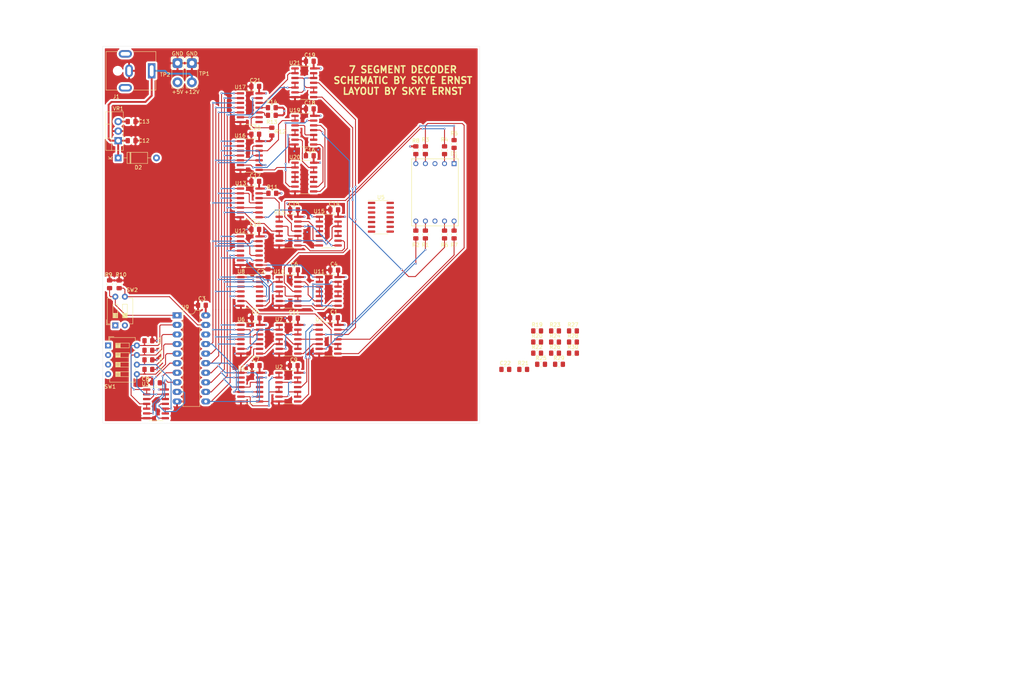
<source format=kicad_pcb>
(kicad_pcb (version 20171130) (host pcbnew "(5.1.5)-3")
  (layers (0 F.Cu signal) (1 GND signal) (2 VCC signal) (31 B.Cu signal) (34 B.Paste user) (35 F.Paste user) (36 B.SilkS user) (37 F.SilkS user) (38 B.Mask user) (39 F.Mask user) (44 Edge.Cuts user))
  (net 0 "")
  (net 1 GND)
  (net 2 +5V)
  (net 3 /SEG_A)
  (net 4 /SEG_B)
  (net 5 /SEG_C)
  (net 6 /SEG_D)
  (net 7 /SEG_E)
  (net 8 /SEG_F)
  (net 9 /SEG_G)
  (net 10 "Net-(R9-Pad1)")
  (net 11 "Net-(R10-Pad1)")
  (net 12 "Net-(R11-Pad1)")
  (net 13 "Net-(R12-Pad1)")
  (net 14 "Net-(R13-Pad1)")
  (net 15 "Net-(R14-Pad1)")
  (net 16 /Z_PC)
  (net 17 /Y_PC)
  (net 18 /X_PC)
  (net 19 /W_PC)
  (net 20 /~Z)
  (net 21 "Net-(U1-Pad6)")
  (net 22 /~Y)
  (net 23 /Z)
  (net 24 /X)
  (net 25 /~W)
  (net 26 /~X)
  (net 27 "Net-(U1-Pad8)")
  (net 28 "Net-(U2-Pad12)")
  (net 29 /SEGA_B)
  (net 30 "Net-(U2-Pad10)")
  (net 31 /SEGA_A)
  (net 32 /~Z_PC)
  (net 33 /~Y_PC)
  (net 34 /~X_PC)
  (net 35 /~W_PC)
  (net 36 /SEGG_A)
  (net 37 /SEGG_B)
  (net 38 /SEGC_A)
  (net 39 /SEGB_B)
  (net 40 /SEGB_A)
  (net 41 "Net-(U6-Pad6)")
  (net 42 /Y)
  (net 43 "Net-(U6-Pad8)")
  (net 44 "Net-(U7-Pad12)")
  (net 45 "Net-(U7-Pad10)")
  (net 46 "Net-(U10-Pad1)")
  (net 47 /W)
  (net 48 "Net-(U10-Pad13)")
  (net 49 "Net-(U10-Pad6)")
  (net 50 "Net-(U10-Pad12)")
  (net 51 "Net-(U10-Pad4)")
  (net 52 "Net-(U10-Pad10)")
  (net 53 "Net-(U10-Pad8)")
  (net 54 "Net-(U11-Pad3)")
  (net 55 "Net-(U11-Pad10)")
  (net 56 "Net-(U11-Pad1)")
  (net 57 "Net-(U13-Pad6)")
  (net 58 "Net-(U13-Pad12)")
  (net 59 "Net-(U13-Pad8)")
  (net 60 "Net-(U14-Pad13)")
  (net 61 "Net-(U14-Pad6)")
  (net 62 "Net-(U14-Pad12)")
  (net 63 "Net-(U14-Pad10)")
  (net 64 "Net-(U14-Pad8)")
  (net 65 "Net-(U15-Pad3)")
  (net 66 "Net-(U15-Pad10)")
  (net 67 "Net-(U16-Pad6)")
  (net 68 "Net-(U16-Pad12)")
  (net 69 "Net-(U16-Pad8)")
  (net 70 "Net-(U17-Pad6)")
  (net 71 "Net-(U17-Pad12)")
  (net 72 "Net-(U17-Pad8)")
  (net 73 "Net-(U19-Pad13)")
  (net 74 "Net-(U19-Pad6)")
  (net 75 "Net-(U19-Pad12)")
  (net 76 "Net-(U19-Pad10)")
  (net 77 "Net-(U19-Pad8)")
  (net 78 "Net-(U20-Pad3)")
  (net 79 "Net-(U20-Pad10)")
  (net 80 "Net-(U21-Pad12)")
  (net 81 "Net-(U21-Pad10)")
  (net 82 "Net-(D1-Pad10)")
  (net 83 "Net-(D1-Pad9)")
  (net 84 "Net-(D1-Pad7)")
  (net 85 "Net-(D1-Pad6)")
  (net 86 "Net-(D1-Pad5)")
  (net 87 "Net-(D1-Pad4)")
  (net 88 "Net-(D1-Pad2)")
  (net 89 "Net-(D1-Pad1)")
  (net 90 +12V)
  (net 91 "Net-(R19-Pad2)")
  (net 92 "Net-(R20-Pad2)")
  (net 93 "Net-(R21-Pad2)")
  (net 94 "Net-(R22-Pad2)")
  (net 95 "Net-(R23-Pad2)")
  (net 96 "Net-(R24-Pad2)")
  (net 97 "Net-(R25-Pad2)")
  (net 98 "Net-(R26-Pad2)")
  (net 99 "Net-(R27-Pad2)")
  (net 100 "Net-(R28-Pad2)")
  (net 101 "Net-(R29-Pad2)")
  (net 102 "Net-(R30-Pad2)")
  (net 103 "Net-(U11-Pad6)")
  (net 104 "Net-(U20-Pad6)")
  (net 105 "Net-(U20-Pad11)")
  (net 106 "Net-(U15-Pad6)")
  (net 107 "Net-(U15-Pad11)")
  (net 108 "Net-(U11-Pad11)")
  (net 109 "Net-(U10-Pad11)")
  (net 110 "Net-(U11-Pad8)")
  (net 111 "Net-(U14-Pad11)")
  (net 112 "Net-(U15-Pad8)")
  (net 113 "Net-(U19-Pad11)")
  (net 114 "Net-(U20-Pad8)")
  (module Package_SO:SOIC-14_3.9x8.7mm_P1.27mm (layer F.Cu) (at 113.792 70.358)
    (fp_text reference U5 (at 0 -5.28) (layer F.SilkS))
    (fp_text value 74LS10)
    (pad 14 smd roundrect (at 2.475 -3.81) (size 1.95 0.6) (layers F.Cu F.Paste F.Mask) (net 2 +5V))
    (pad 13 smd roundrect (at 2.475 -2.54) (size 1.95 0.6) (layers F.Cu F.Paste F.Mask) (net 103 "Net-(U11-Pad6)"))
    (pad 12 smd roundrect (at 2.475 -1.27) (size 1.95 0.6) (layers F.Cu F.Paste F.Mask) (net 6 /SEG_D))
    (pad 11 smd roundrect (at 2.475 0) (size 1.95 0.6) (layers F.Cu F.Paste F.Mask) (net 104 "Net-(U20-Pad6)"))
    (pad 10 smd roundrect (at 2.475 1.27) (size 1.95 0.6) (layers F.Cu F.Paste F.Mask) (net 105 "Net-(U20-Pad11)"))
    (pad 9 smd roundrect (at 2.475 2.54) (size 1.95 0.6) (layers F.Cu F.Paste F.Mask) (net 77 "Net-(U19-Pad8)"))
    (pad 8 smd roundrect (at 2.475 3.81) (size 1.95 0.6) (layers F.Cu F.Paste F.Mask) (net 8 /SEG_F))
    (pad 7 smd roundrect (at -2.475 3.81) (size 1.95 0.6) (layers F.Cu F.Paste F.Mask) (net 1 GND))
    (pad 6 smd roundrect (at -2.475 2.54) (size 1.95 0.6) (layers F.Cu F.Paste F.Mask) (net 7 /SEG_E))
    (pad 5 smd roundrect (at -2.475 1.27) (size 1.95 0.6) (layers F.Cu F.Paste F.Mask) (net 106 "Net-(U15-Pad6)"))
    (pad 4 smd roundrect (at -2.475 0) (size 1.95 0.6) (layers F.Cu F.Paste F.Mask) (net 107 "Net-(U15-Pad11)"))
    (pad 3 smd roundrect (at -2.475 -1.27) (size 1.95 0.6) (layers F.Cu F.Paste F.Mask) (net 64 "Net-(U14-Pad8)"))
    (pad 2 smd roundrect (at -2.475 -2.54) (size 1.95 0.6) (layers F.Cu F.Paste F.Mask) (net 108 "Net-(U11-Pad11)"))
    (pad 1 smd roundrect (at -2.475 -3.81) (size 1.95 0.6) (layers F.Cu F.Paste F.Mask) (net 53 "Net-(U10-Pad8)"))
  )
  (module Resistor_SMD:R_0805_2012Metric_Pad1.15x1.40mm_HandSolder (layer F.Cu) (at 164.762 106.434)
    (fp_text reference R30 (at 0 -1.65) (layer F.SilkS))
    (fp_text value 10k)
    (pad 2 smd roundrect (at 1.025 0) (size 1.15 1.4) (layers F.Cu F.Paste F.Mask) (roundrect_rratio 0.217391) (net 102 "Net-(R30-Pad2)"))
    (pad 1 smd roundrect (at -1.025 0) (size 1.15 1.4) (layers F.Cu F.Paste F.Mask) (roundrect_rratio 0.217391) (net 2 +5V))
  )
  (module Resistor_SMD:R_0805_2012Metric_Pad1.15x1.40mm_HandSolder (layer F.Cu) (at 161.062 109.384)
    (fp_text reference R29 (at 0 -1.65) (layer F.SilkS))
    (fp_text value 10k)
    (pad 2 smd roundrect (at 1.025 0) (size 1.15 1.4) (layers F.Cu F.Paste F.Mask) (roundrect_rratio 0.217391) (net 101 "Net-(R29-Pad2)"))
    (pad 1 smd roundrect (at -1.025 0) (size 1.15 1.4) (layers F.Cu F.Paste F.Mask) (roundrect_rratio 0.217391) (net 2 +5V))
  )
  (module Resistor_SMD:R_0805_2012Metric_Pad1.15x1.40mm_HandSolder (layer F.Cu) (at 164.762 103.484)
    (fp_text reference R28 (at 0 -1.65) (layer F.SilkS))
    (fp_text value 10k)
    (pad 2 smd roundrect (at 1.025 0) (size 1.15 1.4) (layers F.Cu F.Paste F.Mask) (roundrect_rratio 0.217391) (net 100 "Net-(R28-Pad2)"))
    (pad 1 smd roundrect (at -1.025 0) (size 1.15 1.4) (layers F.Cu F.Paste F.Mask) (roundrect_rratio 0.217391) (net 2 +5V))
  )
  (module Resistor_SMD:R_0805_2012Metric_Pad1.15x1.40mm_HandSolder (layer F.Cu) (at 164.762 100.534)
    (fp_text reference R27 (at 0 -1.65) (layer F.SilkS))
    (fp_text value 10k)
    (pad 2 smd roundrect (at 1.025 0) (size 1.15 1.4) (layers F.Cu F.Paste F.Mask) (roundrect_rratio 0.217391) (net 99 "Net-(R27-Pad2)"))
    (pad 1 smd roundrect (at -1.025 0) (size 1.15 1.4) (layers F.Cu F.Paste F.Mask) (roundrect_rratio 0.217391) (net 2 +5V))
  )
  (module Resistor_SMD:R_0805_2012Metric_Pad1.15x1.40mm_HandSolder (layer F.Cu) (at 160.012 106.434)
    (fp_text reference R26 (at 0 -1.65) (layer F.SilkS))
    (fp_text value 10k)
    (pad 2 smd roundrect (at 1.025 0) (size 1.15 1.4) (layers F.Cu F.Paste F.Mask) (roundrect_rratio 0.217391) (net 98 "Net-(R26-Pad2)"))
    (pad 1 smd roundrect (at -1.025 0) (size 1.15 1.4) (layers F.Cu F.Paste F.Mask) (roundrect_rratio 0.217391) (net 2 +5V))
  )
  (module Resistor_SMD:R_0805_2012Metric_Pad1.15x1.40mm_HandSolder (layer F.Cu) (at 156.312 109.384)
    (fp_text reference R25 (at 0 -1.65) (layer F.SilkS))
    (fp_text value 10k)
    (pad 2 smd roundrect (at 1.025 0) (size 1.15 1.4) (layers F.Cu F.Paste F.Mask) (roundrect_rratio 0.217391) (net 97 "Net-(R25-Pad2)"))
    (pad 1 smd roundrect (at -1.025 0) (size 1.15 1.4) (layers F.Cu F.Paste F.Mask) (roundrect_rratio 0.217391) (net 2 +5V))
  )
  (module Resistor_SMD:R_0805_2012Metric_Pad1.15x1.40mm_HandSolder (layer F.Cu) (at 160.012 103.484)
    (fp_text reference R24 (at 0 -1.65) (layer F.SilkS))
    (fp_text value 10k)
    (pad 2 smd roundrect (at 1.025 0) (size 1.15 1.4) (layers F.Cu F.Paste F.Mask) (roundrect_rratio 0.217391) (net 96 "Net-(R24-Pad2)"))
    (pad 1 smd roundrect (at -1.025 0) (size 1.15 1.4) (layers F.Cu F.Paste F.Mask) (roundrect_rratio 0.217391) (net 2 +5V))
  )
  (module Resistor_SMD:R_0805_2012Metric_Pad1.15x1.40mm_HandSolder (layer F.Cu) (at 160.012 100.534)
    (fp_text reference R23 (at 0 -1.65) (layer F.SilkS))
    (fp_text value 10k)
    (pad 2 smd roundrect (at 1.025 0) (size 1.15 1.4) (layers F.Cu F.Paste F.Mask) (roundrect_rratio 0.217391) (net 95 "Net-(R23-Pad2)"))
    (pad 1 smd roundrect (at -1.025 0) (size 1.15 1.4) (layers F.Cu F.Paste F.Mask) (roundrect_rratio 0.217391) (net 2 +5V))
  )
  (module Resistor_SMD:R_0805_2012Metric_Pad1.15x1.40mm_HandSolder (layer F.Cu) (at 155.262 106.434)
    (fp_text reference R22 (at 0 -1.65) (layer F.SilkS))
    (fp_text value 10k)
    (pad 2 smd roundrect (at 1.025 0) (size 1.15 1.4) (layers F.Cu F.Paste F.Mask) (roundrect_rratio 0.217391) (net 94 "Net-(R22-Pad2)"))
    (pad 1 smd roundrect (at -1.025 0) (size 1.15 1.4) (layers F.Cu F.Paste F.Mask) (roundrect_rratio 0.217391) (net 2 +5V))
  )
  (module Resistor_SMD:R_0805_2012Metric_Pad1.15x1.40mm_HandSolder (layer F.Cu) (at 151.562 110.744)
    (fp_text reference R21 (at 0 -1.65) (layer F.SilkS))
    (fp_text value 10k)
    (pad 2 smd roundrect (at 1.025 0) (size 1.15 1.4) (layers F.Cu F.Paste F.Mask) (roundrect_rratio 0.217391) (net 93 "Net-(R21-Pad2)"))
    (pad 1 smd roundrect (at -1.025 0) (size 1.15 1.4) (layers F.Cu F.Paste F.Mask) (roundrect_rratio 0.217391) (net 2 +5V))
  )
  (module Resistor_SMD:R_0805_2012Metric_Pad1.15x1.40mm_HandSolder (layer F.Cu) (at 155.262 103.484)
    (fp_text reference R20 (at 0 -1.65) (layer F.SilkS))
    (fp_text value 10k)
    (pad 2 smd roundrect (at 1.025 0) (size 1.15 1.4) (layers F.Cu F.Paste F.Mask) (roundrect_rratio 0.217391) (net 92 "Net-(R20-Pad2)"))
    (pad 1 smd roundrect (at -1.025 0) (size 1.15 1.4) (layers F.Cu F.Paste F.Mask) (roundrect_rratio 0.217391) (net 2 +5V))
  )
  (module Resistor_SMD:R_0805_2012Metric_Pad1.15x1.40mm_HandSolder (layer F.Cu) (at 155.262 100.534)
    (fp_text reference R19 (at 0 -1.65) (layer F.SilkS))
    (fp_text value 10k)
    (pad 2 smd roundrect (at 1.025 0) (size 1.15 1.4) (layers F.Cu F.Paste F.Mask) (roundrect_rratio 0.217391) (net 91 "Net-(R19-Pad2)"))
    (pad 1 smd roundrect (at -1.025 0) (size 1.15 1.4) (layers F.Cu F.Paste F.Mask) (roundrect_rratio 0.217391) (net 2 +5V))
  )
  (module Capacitor_SMD:C_0805_2012Metric_Pad1.15x1.40mm_HandSolder (layer F.Cu) (at 146.812 110.744)
    (fp_text reference C22 (at 0 -1.65) (layer F.SilkS))
    (fp_text value 100nF)
    (pad 2 smd roundrect (at 1.025 0) (size 1.15 1.4) (layers F.Cu F.Paste F.Mask) (roundrect_rratio 0.217391) (net 1 GND))
    (pad 1 smd roundrect (at -1.025 0) (size 1.15 1.4) (layers F.Cu F.Paste F.Mask) (roundrect_rratio 0.217391) (net 2 +5V))
  )
  (module Capacitor_SMD:C_0805_2012Metric_Pad1.15x1.40mm_HandSolder (layer F.Cu) (at 80.4455 35.6235 180)
    (fp_text reference C21 (at 0 1.5875) (layer F.SilkS))
    (fp_text value 100nF)
    (pad 2 smd roundrect (at 1.025 0 180) (size 1.15 1.4) (layers F.Cu F.Paste F.Mask) (roundrect_rratio 0.217391) (net 1 GND))
    (pad 1 smd roundrect (at -1.025 0 180) (size 1.15 1.4) (layers F.Cu F.Paste F.Mask) (roundrect_rratio 0.217391) (net 2 +5V))
  )
  (module Capacitor_SMD:C_0805_2012Metric_Pad1.15x1.40mm_HandSolder (layer F.Cu) (at 80.4455 48.3235 180)
    (fp_text reference C20 (at 0 1.651) (layer F.SilkS))
    (fp_text value 100nF)
    (pad 2 smd roundrect (at 1.025 0 180) (size 1.15 1.4) (layers F.Cu F.Paste F.Mask) (roundrect_rratio 0.217391) (net 1 GND))
    (pad 1 smd roundrect (at -1.025 0 180) (size 1.15 1.4) (layers F.Cu F.Paste F.Mask) (roundrect_rratio 0.217391) (net 2 +5V))
  )
  (module Capacitor_SMD:C_0805_2012Metric_Pad1.15x1.40mm_HandSolder (layer F.Cu) (at 94.9235 28.956 180)
    (fp_text reference C19 (at 0 1.651) (layer F.SilkS))
    (fp_text value 100nF)
    (pad 2 smd roundrect (at 1.025 0 180) (size 1.15 1.4) (layers F.Cu F.Paste F.Mask) (roundrect_rratio 0.217391) (net 1 GND))
    (pad 1 smd roundrect (at -1.025 0 180) (size 1.15 1.4) (layers F.Cu F.Paste F.Mask) (roundrect_rratio 0.217391) (net 2 +5V))
  )
  (module Capacitor_SMD:C_0805_2012Metric_Pad1.15x1.40mm_HandSolder (layer F.Cu) (at 94.9235 41.5925 180)
    (fp_text reference C18 (at 0 1.5875) (layer F.SilkS))
    (fp_text value 100nF)
    (pad 2 smd roundrect (at 1.025 0 180) (size 1.15 1.4) (layers F.Cu F.Paste F.Mask) (roundrect_rratio 0.217391) (net 1 GND))
    (pad 1 smd roundrect (at -1.025 0 180) (size 1.15 1.4) (layers F.Cu F.Paste F.Mask) (roundrect_rratio 0.217391) (net 2 +5V))
  )
  (module Capacitor_SMD:C_0805_2012Metric_Pad1.15x1.40mm_HandSolder (layer F.Cu) (at 80.4455 60.833 180)
    (fp_text reference C17 (at 0 1.524) (layer F.SilkS))
    (fp_text value 100nF)
    (pad 2 smd roundrect (at 1.025 0 180) (size 1.15 1.4) (layers F.Cu F.Paste F.Mask) (roundrect_rratio 0.217391) (net 1 GND))
    (pad 1 smd roundrect (at -1.025 0 180) (size 1.15 1.4) (layers F.Cu F.Paste F.Mask) (roundrect_rratio 0.217391) (net 2 +5V))
  )
  (module Capacitor_SMD:C_0805_2012Metric_Pad1.15x1.40mm_HandSolder (layer F.Cu) (at 94.9235 54.0385 180)
    (fp_text reference C16 (at 0 1.4605) (layer F.SilkS))
    (fp_text value 100nF)
    (pad 2 smd roundrect (at 1.025 0 180) (size 1.15 1.4) (layers F.Cu F.Paste F.Mask) (roundrect_rratio 0.217391) (net 1 GND))
    (pad 1 smd roundrect (at -1.025 0 180) (size 1.15 1.4) (layers F.Cu F.Paste F.Mask) (roundrect_rratio 0.217391) (net 2 +5V))
  )
  (module Capacitor_SMD:C_0805_2012Metric_Pad1.15x1.40mm_HandSolder (layer F.Cu) (at 90.7325 68.3895 180)
    (fp_text reference C15 (at 0 1.5875) (layer F.SilkS))
    (fp_text value 100nF)
    (pad 2 smd roundrect (at 1.025 0 180) (size 1.15 1.4) (layers F.Cu F.Paste F.Mask) (roundrect_rratio 0.217391) (net 1 GND))
    (pad 1 smd roundrect (at -1.025 0 180) (size 1.15 1.4) (layers F.Cu F.Paste F.Mask) (roundrect_rratio 0.217391) (net 2 +5V))
  )
  (module Capacitor_SMD:C_0805_2012Metric_Pad1.15x1.40mm_HandSolder (layer F.Cu) (at 101.4005 68.3895 180)
    (fp_text reference C14 (at 0 1.5875) (layer F.SilkS))
    (fp_text value 100nF)
    (pad 2 smd roundrect (at 1.025 0 180) (size 1.15 1.4) (layers F.Cu F.Paste F.Mask) (roundrect_rratio 0.217391) (net 1 GND))
    (pad 1 smd roundrect (at -1.025 0 180) (size 1.15 1.4) (layers F.Cu F.Paste F.Mask) (roundrect_rratio 0.217391) (net 2 +5V))
  )
  (module Package_SO:SOIC-14_3.9x8.7mm_P1.27mm (layer F.Cu) (at 78.994 79.248)
    (fp_text reference U12 (at -2.54 -5.28) (layer F.SilkS))
    (fp_text value 74LS20)
    (pad 14 smd roundrect (at 2.475 -3.81) (size 1.95 0.6) (layers F.Cu F.Paste F.Mask) (net 2 +5V))
    (pad 13 smd roundrect (at 2.475 -2.54) (size 1.95 0.6) (layers F.Cu F.Paste F.Mask) (net 23 /Z))
    (pad 12 smd roundrect (at 2.475 -1.27) (size 1.95 0.6) (layers F.Cu F.Paste F.Mask) (net 42 /Y))
    (pad 11 smd roundrect (at 2.475 0) (size 1.95 0.6) (layers F.Cu F.Paste F.Mask))
    (pad 10 smd roundrect (at 2.475 1.27) (size 1.95 0.6) (layers F.Cu F.Paste F.Mask) (net 24 /X))
    (pad 9 smd roundrect (at 2.475 2.54) (size 1.95 0.6) (layers F.Cu F.Paste F.Mask) (net 25 /~W))
    (pad 8 smd roundrect (at 2.475 3.81) (size 1.95 0.6) (layers F.Cu F.Paste F.Mask) (net 56 "Net-(U11-Pad1)"))
    (pad 7 smd roundrect (at -2.475 3.81) (size 1.95 0.6) (layers F.Cu F.Paste F.Mask) (net 1 GND))
    (pad 6 smd roundrect (at -2.475 2.54) (size 1.95 0.6) (layers F.Cu F.Paste F.Mask) (net 51 "Net-(U10-Pad4)"))
    (pad 5 smd roundrect (at -2.475 1.27) (size 1.95 0.6) (layers F.Cu F.Paste F.Mask) (net 20 /~Z))
    (pad 4 smd roundrect (at -2.475 0) (size 1.95 0.6) (layers F.Cu F.Paste F.Mask) (net 22 /~Y))
    (pad 3 smd roundrect (at -2.475 -1.27) (size 1.95 0.6) (layers F.Cu F.Paste F.Mask))
    (pad 2 smd roundrect (at -2.475 -2.54) (size 1.95 0.6) (layers F.Cu F.Paste F.Mask) (net 24 /X))
    (pad 1 smd roundrect (at -2.475 -3.81) (size 1.95 0.6) (layers F.Cu F.Paste F.Mask) (net 25 /~W))
  )
  (module footprints:DIPS1524W50P254L1240H710Q10 (layer F.Cu) (at 128.143 63.754 270)
    (fp_text reference D1 (at -10.287 -5.08 180) (layer F.SilkS) (effects (font (thickness 0.12446))))
    (fp_text value TDSR1350)
    (pad 10 thru_hole circle (at 7.62 -5.08 270) (size 1.308 1.308) (drill 0.8) (layers *.Cu *.Mask) (net 82 "Net-(D1-Pad10)"))
    (pad 9 thru_hole circle (at 7.62 -2.54 270) (size 1.308 1.308) (drill 0.8) (layers *.Cu *.Mask) (net 83 "Net-(D1-Pad9)"))
    (pad 8 thru_hole circle (at 7.62 0 270) (size 1.308 1.308) (drill 0.8) (layers *.Cu *.Mask) (net 2 +5V))
    (pad 7 thru_hole circle (at 7.62 2.54 270) (size 1.308 1.308) (drill 0.8) (layers *.Cu *.Mask) (net 84 "Net-(D1-Pad7)"))
    (pad 6 thru_hole circle (at 7.62 5.08 270) (size 1.308 1.308) (drill 0.8) (layers *.Cu *.Mask) (net 85 "Net-(D1-Pad6)"))
    (pad 5 thru_hole circle (at -7.62 5.08 270) (size 1.308 1.308) (drill 0.8) (layers *.Cu *.Mask) (net 86 "Net-(D1-Pad5)"))
    (pad 4 thru_hole circle (at -7.62 2.54 270) (size 1.308 1.308) (drill 0.8) (layers *.Cu *.Mask) (net 87 "Net-(D1-Pad4)"))
    (pad 3 thru_hole circle (at -7.62 0 270) (size 1.308 1.308) (drill 0.8) (layers *.Cu *.Mask) (net 2 +5V))
    (pad 2 thru_hole circle (at -7.62 -2.54 270) (size 1.308 1.308) (drill 0.8) (layers *.Cu *.Mask) (net 88 "Net-(D1-Pad2)"))
    (pad 1 thru_hole rect (at -7.62 -5.08 270) (size 1.308 1.308) (drill 0.8) (layers *.Cu *.Mask) (net 89 "Net-(D1-Pad1)"))
  )
  (module Package_SO:SOIC-14_3.9x8.7mm_P1.27mm (layer F.Cu) (at 93.472 34.671)
    (fp_text reference U21 (at -2.54 -5.28) (layer F.SilkS))
    (fp_text value 74LS00)
    (pad 14 smd roundrect (at 2.475 -3.81) (size 1.95 0.6) (layers F.Cu F.Paste F.Mask) (net 2 +5V))
    (pad 13 smd roundrect (at 2.475 -2.54) (size 1.95 0.6) (layers F.Cu F.Paste F.Mask) (net 80 "Net-(U21-Pad12)"))
    (pad 12 smd roundrect (at 2.475 -1.27) (size 1.95 0.6) (layers F.Cu F.Paste F.Mask) (net 80 "Net-(U21-Pad12)"))
    (pad 11 smd roundrect (at 2.475 0) (size 1.95 0.6) (layers F.Cu F.Paste F.Mask) (net 37 /SEGG_B))
    (pad 10 smd roundrect (at 2.475 1.27) (size 1.95 0.6) (layers F.Cu F.Paste F.Mask) (net 81 "Net-(U21-Pad10)"))
    (pad 9 smd roundrect (at 2.475 2.54) (size 1.95 0.6) (layers F.Cu F.Paste F.Mask) (net 81 "Net-(U21-Pad10)"))
    (pad 8 smd roundrect (at 2.475 3.81) (size 1.95 0.6) (layers F.Cu F.Paste F.Mask) (net 36 /SEGG_A))
    (pad 7 smd roundrect (at -2.475 3.81) (size 1.95 0.6) (layers F.Cu F.Paste F.Mask) (net 1 GND))
    (pad 6 smd roundrect (at -2.475 2.54) (size 1.95 0.6) (layers F.Cu F.Paste F.Mask) (net 80 "Net-(U21-Pad12)"))
    (pad 5 smd roundrect (at -2.475 1.27) (size 1.95 0.6) (layers F.Cu F.Paste F.Mask) (net 70 "Net-(U17-Pad6)"))
    (pad 4 smd roundrect (at -2.475 0) (size 1.95 0.6) (layers F.Cu F.Paste F.Mask) (net 70 "Net-(U17-Pad6)"))
    (pad 3 smd roundrect (at -2.475 -1.27) (size 1.95 0.6) (layers F.Cu F.Paste F.Mask) (net 81 "Net-(U21-Pad10)"))
    (pad 2 smd roundrect (at -2.475 -2.54) (size 1.95 0.6) (layers F.Cu F.Paste F.Mask) (net 71 "Net-(U17-Pad12)"))
    (pad 1 smd roundrect (at -2.475 -3.81) (size 1.95 0.6) (layers F.Cu F.Paste F.Mask) (net 71 "Net-(U17-Pad12)"))
  )
  (module Package_SO:SOIC-14_3.9x8.7mm_P1.27mm (layer F.Cu) (at 93.472 59.69)
    (fp_text reference U20 (at -2.54 -5.28) (layer F.SilkS))
    (fp_text value 74LS00)
    (pad 14 smd roundrect (at 2.475 -3.81) (size 1.95 0.6) (layers F.Cu F.Paste F.Mask) (net 2 +5V))
    (pad 13 smd roundrect (at 2.475 -2.54) (size 1.95 0.6) (layers F.Cu F.Paste F.Mask) (net 74 "Net-(U19-Pad6)"))
    (pad 12 smd roundrect (at 2.475 -1.27) (size 1.95 0.6) (layers F.Cu F.Paste F.Mask) (net 74 "Net-(U19-Pad6)"))
    (pad 11 smd roundrect (at 2.475 0) (size 1.95 0.6) (layers F.Cu F.Paste F.Mask) (net 105 "Net-(U20-Pad11)"))
    (pad 10 smd roundrect (at 2.475 1.27) (size 1.95 0.6) (layers F.Cu F.Paste F.Mask) (net 96 "Net-(R24-Pad2)"))
    (pad 9 smd roundrect (at 2.475 2.54) (size 1.95 0.6) (layers F.Cu F.Paste F.Mask) (net 95 "Net-(R23-Pad2)"))
    (pad 8 smd roundrect (at 2.475 3.81) (size 1.95 0.6) (layers F.Cu F.Paste F.Mask) (net 114 "Net-(U20-Pad8)"))
    (pad 7 smd roundrect (at -2.475 3.81) (size 1.95 0.6) (layers F.Cu F.Paste F.Mask) (net 1 GND))
    (pad 6 smd roundrect (at -2.475 2.54) (size 1.95 0.6) (layers F.Cu F.Paste F.Mask) (net 104 "Net-(U20-Pad6)"))
    (pad 5 smd roundrect (at -2.475 1.27) (size 1.95 0.6) (layers F.Cu F.Paste F.Mask) (net 78 "Net-(U20-Pad3)"))
    (pad 4 smd roundrect (at -2.475 0) (size 1.95 0.6) (layers F.Cu F.Paste F.Mask) (net 78 "Net-(U20-Pad3)"))
    (pad 3 smd roundrect (at -2.475 -1.27) (size 1.95 0.6) (layers F.Cu F.Paste F.Mask) (net 78 "Net-(U20-Pad3)"))
    (pad 2 smd roundrect (at -2.475 -2.54) (size 1.95 0.6) (layers F.Cu F.Paste F.Mask) (net 69 "Net-(U16-Pad8)"))
    (pad 1 smd roundrect (at -2.475 -3.81) (size 1.95 0.6) (layers F.Cu F.Paste F.Mask) (net 69 "Net-(U16-Pad8)"))
  )
  (module Package_SO:SOIC-14_3.9x8.7mm_P1.27mm (layer F.Cu) (at 93.472 47.244)
    (fp_text reference U19 (at -2.54 -5.28) (layer F.SilkS))
    (fp_text value 74LS00)
    (pad 14 smd roundrect (at 2.475 -3.81) (size 1.95 0.6) (layers F.Cu F.Paste F.Mask) (net 2 +5V))
    (pad 13 smd roundrect (at 2.475 -2.54) (size 1.95 0.6) (layers F.Cu F.Paste F.Mask) (net 98 "Net-(R26-Pad2)"))
    (pad 12 smd roundrect (at 2.475 -1.27) (size 1.95 0.6) (layers F.Cu F.Paste F.Mask) (net 97 "Net-(R25-Pad2)"))
    (pad 11 smd roundrect (at 2.475 0) (size 1.95 0.6) (layers F.Cu F.Paste F.Mask) (net 113 "Net-(U19-Pad11)"))
    (pad 10 smd roundrect (at 2.475 1.27) (size 1.95 0.6) (layers F.Cu F.Paste F.Mask) (net 76 "Net-(U19-Pad10)"))
    (pad 9 smd roundrect (at 2.475 2.54) (size 1.95 0.6) (layers F.Cu F.Paste F.Mask) (net 76 "Net-(U19-Pad10)"))
    (pad 8 smd roundrect (at 2.475 3.81) (size 1.95 0.6) (layers F.Cu F.Paste F.Mask) (net 77 "Net-(U19-Pad8)"))
    (pad 7 smd roundrect (at -2.475 3.81) (size 1.95 0.6) (layers F.Cu F.Paste F.Mask) (net 1 GND))
    (pad 6 smd roundrect (at -2.475 2.54) (size 1.95 0.6) (layers F.Cu F.Paste F.Mask) (net 74 "Net-(U19-Pad6)"))
    (pad 5 smd roundrect (at -2.475 1.27) (size 1.95 0.6) (layers F.Cu F.Paste F.Mask) (net 67 "Net-(U16-Pad6)"))
    (pad 4 smd roundrect (at -2.475 0) (size 1.95 0.6) (layers F.Cu F.Paste F.Mask) (net 67 "Net-(U16-Pad6)"))
    (pad 3 smd roundrect (at -2.475 -1.27) (size 1.95 0.6) (layers F.Cu F.Paste F.Mask) (net 76 "Net-(U19-Pad10)"))
    (pad 2 smd roundrect (at -2.475 -2.54) (size 1.95 0.6) (layers F.Cu F.Paste F.Mask) (net 68 "Net-(U16-Pad12)"))
    (pad 1 smd roundrect (at -2.475 -3.81) (size 1.95 0.6) (layers F.Cu F.Paste F.Mask) (net 68 "Net-(U16-Pad12)"))
  )
  (module Package_SO:SOIC-14_3.9x8.7mm_P1.27mm (layer F.Cu) (at 78.994 41.275)
    (fp_text reference U17 (at -2.54 -5.461) (layer F.SilkS))
    (fp_text value 74LS10)
    (pad 14 smd roundrect (at 2.475 -3.81) (size 1.95 0.6) (layers F.Cu F.Paste F.Mask) (net 2 +5V))
    (pad 13 smd roundrect (at 2.475 -2.54) (size 1.95 0.6) (layers F.Cu F.Paste F.Mask) (net 22 /~Y))
    (pad 12 smd roundrect (at 2.475 -1.27) (size 1.95 0.6) (layers F.Cu F.Paste F.Mask) (net 71 "Net-(U17-Pad12)"))
    (pad 11 smd roundrect (at 2.475 0) (size 1.95 0.6) (layers F.Cu F.Paste F.Mask) (net 15 "Net-(R14-Pad1)"))
    (pad 10 smd roundrect (at 2.475 1.27) (size 1.95 0.6) (layers F.Cu F.Paste F.Mask) (net 14 "Net-(R13-Pad1)"))
    (pad 9 smd roundrect (at 2.475 2.54) (size 1.95 0.6) (layers F.Cu F.Paste F.Mask) (net 13 "Net-(R12-Pad1)"))
    (pad 8 smd roundrect (at 2.475 3.81) (size 1.95 0.6) (layers F.Cu F.Paste F.Mask) (net 72 "Net-(U17-Pad8)"))
    (pad 7 smd roundrect (at -2.475 3.81) (size 1.95 0.6) (layers F.Cu F.Paste F.Mask) (net 1 GND))
    (pad 6 smd roundrect (at -2.475 2.54) (size 1.95 0.6) (layers F.Cu F.Paste F.Mask) (net 70 "Net-(U17-Pad6)"))
    (pad 5 smd roundrect (at -2.475 1.27) (size 1.95 0.6) (layers F.Cu F.Paste F.Mask) (net 23 /Z))
    (pad 4 smd roundrect (at -2.475 0) (size 1.95 0.6) (layers F.Cu F.Paste F.Mask) (net 42 /Y))
    (pad 3 smd roundrect (at -2.475 -1.27) (size 1.95 0.6) (layers F.Cu F.Paste F.Mask) (net 24 /X))
    (pad 2 smd roundrect (at -2.475 -2.54) (size 1.95 0.6) (layers F.Cu F.Paste F.Mask) (net 26 /~X))
    (pad 1 smd roundrect (at -2.475 -3.81) (size 1.95 0.6) (layers F.Cu F.Paste F.Mask) (net 25 /~W))
  )
  (module Package_SO:SOIC-14_3.9x8.7mm_P1.27mm (layer F.Cu) (at 78.994 53.975)
    (fp_text reference U16 (at -2.54 -5.28) (layer F.SilkS))
    (fp_text value 74LS10)
    (pad 14 smd roundrect (at 2.475 -3.81) (size 1.95 0.6) (layers F.Cu F.Paste F.Mask) (net 2 +5V))
    (pad 13 smd roundrect (at 2.475 -2.54) (size 1.95 0.6) (layers F.Cu F.Paste F.Mask) (net 23 /Z))
    (pad 12 smd roundrect (at 2.475 -1.27) (size 1.95 0.6) (layers F.Cu F.Paste F.Mask) (net 68 "Net-(U16-Pad12)"))
    (pad 11 smd roundrect (at 2.475 0) (size 1.95 0.6) (layers F.Cu F.Paste F.Mask) (net 23 /Z))
    (pad 10 smd roundrect (at 2.475 1.27) (size 1.95 0.6) (layers F.Cu F.Paste F.Mask) (net 42 /Y))
    (pad 9 smd roundrect (at 2.475 2.54) (size 1.95 0.6) (layers F.Cu F.Paste F.Mask) (net 25 /~W))
    (pad 8 smd roundrect (at 2.475 3.81) (size 1.95 0.6) (layers F.Cu F.Paste F.Mask) (net 69 "Net-(U16-Pad8)"))
    (pad 7 smd roundrect (at -2.475 3.81) (size 1.95 0.6) (layers F.Cu F.Paste F.Mask) (net 1 GND))
    (pad 6 smd roundrect (at -2.475 2.54) (size 1.95 0.6) (layers F.Cu F.Paste F.Mask) (net 67 "Net-(U16-Pad6)"))
    (pad 5 smd roundrect (at -2.475 1.27) (size 1.95 0.6) (layers F.Cu F.Paste F.Mask) (net 42 /Y))
    (pad 4 smd roundrect (at -2.475 0) (size 1.95 0.6) (layers F.Cu F.Paste F.Mask) (net 26 /~X))
    (pad 3 smd roundrect (at -2.475 -1.27) (size 1.95 0.6) (layers F.Cu F.Paste F.Mask) (net 25 /~W))
    (pad 2 smd roundrect (at -2.475 -2.54) (size 1.95 0.6) (layers F.Cu F.Paste F.Mask) (net 26 /~X))
    (pad 1 smd roundrect (at -2.475 -3.81) (size 1.95 0.6) (layers F.Cu F.Paste F.Mask) (net 25 /~W))
  )
  (module Package_SO:SOIC-14_3.9x8.7mm_P1.27mm (layer F.Cu) (at 99.949 74.041)
    (fp_text reference U15 (at -2.54 -5.28) (layer F.SilkS))
    (fp_text value 74LS00)
    (pad 14 smd roundrect (at 2.475 -3.81) (size 1.95 0.6) (layers F.Cu F.Paste F.Mask) (net 2 +5V))
    (pad 13 smd roundrect (at 2.475 -2.54) (size 1.95 0.6) (layers F.Cu F.Paste F.Mask) (net 61 "Net-(U14-Pad6)"))
    (pad 12 smd roundrect (at 2.475 -1.27) (size 1.95 0.6) (layers F.Cu F.Paste F.Mask) (net 61 "Net-(U14-Pad6)"))
    (pad 11 smd roundrect (at 2.475 0) (size 1.95 0.6) (layers F.Cu F.Paste F.Mask) (net 107 "Net-(U15-Pad11)"))
    (pad 10 smd roundrect (at 2.475 1.27) (size 1.95 0.6) (layers F.Cu F.Paste F.Mask) (net 92 "Net-(R20-Pad2)"))
    (pad 9 smd roundrect (at 2.475 2.54) (size 1.95 0.6) (layers F.Cu F.Paste F.Mask) (net 91 "Net-(R19-Pad2)"))
    (pad 8 smd roundrect (at 2.475 3.81) (size 1.95 0.6) (layers F.Cu F.Paste F.Mask) (net 112 "Net-(U15-Pad8)"))
    (pad 7 smd roundrect (at -2.475 3.81) (size 1.95 0.6) (layers F.Cu F.Paste F.Mask) (net 1 GND))
    (pad 6 smd roundrect (at -2.475 2.54) (size 1.95 0.6) (layers F.Cu F.Paste F.Mask) (net 106 "Net-(U15-Pad6)"))
    (pad 5 smd roundrect (at -2.475 1.27) (size 1.95 0.6) (layers F.Cu F.Paste F.Mask) (net 65 "Net-(U15-Pad3)"))
    (pad 4 smd roundrect (at -2.475 0) (size 1.95 0.6) (layers F.Cu F.Paste F.Mask) (net 65 "Net-(U15-Pad3)"))
    (pad 3 smd roundrect (at -2.475 -1.27) (size 1.95 0.6) (layers F.Cu F.Paste F.Mask) (net 65 "Net-(U15-Pad3)"))
    (pad 2 smd roundrect (at -2.475 -2.54) (size 1.95 0.6) (layers F.Cu F.Paste F.Mask) (net 59 "Net-(U13-Pad8)"))
    (pad 1 smd roundrect (at -2.475 -3.81) (size 1.95 0.6) (layers F.Cu F.Paste F.Mask) (net 59 "Net-(U13-Pad8)"))
  )
  (module Package_SO:SOIC-14_3.9x8.7mm_P1.27mm (layer F.Cu) (at 89.281 74.041)
    (fp_text reference U14 (at -2.413 -5.28) (layer F.SilkS))
    (fp_text value 74LS00)
    (pad 14 smd roundrect (at 2.475 -3.81) (size 1.95 0.6) (layers F.Cu F.Paste F.Mask) (net 2 +5V))
    (pad 13 smd roundrect (at 2.475 -2.54) (size 1.95 0.6) (layers F.Cu F.Paste F.Mask) (net 94 "Net-(R22-Pad2)"))
    (pad 12 smd roundrect (at 2.475 -1.27) (size 1.95 0.6) (layers F.Cu F.Paste F.Mask) (net 93 "Net-(R21-Pad2)"))
    (pad 11 smd roundrect (at 2.475 0) (size 1.95 0.6) (layers F.Cu F.Paste F.Mask) (net 111 "Net-(U14-Pad11)"))
    (pad 10 smd roundrect (at 2.475 1.27) (size 1.95 0.6) (layers F.Cu F.Paste F.Mask) (net 63 "Net-(U14-Pad10)"))
    (pad 9 smd roundrect (at 2.475 2.54) (size 1.95 0.6) (layers F.Cu F.Paste F.Mask) (net 63 "Net-(U14-Pad10)"))
    (pad 8 smd roundrect (at 2.475 3.81) (size 1.95 0.6) (layers F.Cu F.Paste F.Mask) (net 64 "Net-(U14-Pad8)"))
    (pad 7 smd roundrect (at -2.475 3.81) (size 1.95 0.6) (layers F.Cu F.Paste F.Mask) (net 1 GND))
    (pad 6 smd roundrect (at -2.475 2.54) (size 1.95 0.6) (layers F.Cu F.Paste F.Mask) (net 61 "Net-(U14-Pad6)"))
    (pad 5 smd roundrect (at -2.475 1.27) (size 1.95 0.6) (layers F.Cu F.Paste F.Mask) (net 57 "Net-(U13-Pad6)"))
    (pad 4 smd roundrect (at -2.475 0) (size 1.95 0.6) (layers F.Cu F.Paste F.Mask) (net 57 "Net-(U13-Pad6)"))
    (pad 3 smd roundrect (at -2.475 -1.27) (size 1.95 0.6) (layers F.Cu F.Paste F.Mask) (net 63 "Net-(U14-Pad10)"))
    (pad 2 smd roundrect (at -2.475 -2.54) (size 1.95 0.6) (layers F.Cu F.Paste F.Mask) (net 58 "Net-(U13-Pad12)"))
    (pad 1 smd roundrect (at -2.475 -3.81) (size 1.95 0.6) (layers F.Cu F.Paste F.Mask) (net 58 "Net-(U13-Pad12)"))
  )
  (module Package_SO:SOIC-14_3.9x8.7mm_P1.27mm (layer F.Cu) (at 78.994 66.548)
    (fp_text reference U13 (at -2.413 -5.207) (layer F.SilkS))
    (fp_text value 74LS10)
    (pad 14 smd roundrect (at 2.475 -3.81) (size 1.95 0.6) (layers F.Cu F.Paste F.Mask) (net 2 +5V))
    (pad 13 smd roundrect (at 2.475 -2.54) (size 1.95 0.6) (layers F.Cu F.Paste F.Mask) (net 12 "Net-(R11-Pad1)"))
    (pad 12 smd roundrect (at 2.475 -1.27) (size 1.95 0.6) (layers F.Cu F.Paste F.Mask) (net 58 "Net-(U13-Pad12)"))
    (pad 11 smd roundrect (at 2.475 0) (size 1.95 0.6) (layers F.Cu F.Paste F.Mask) (net 23 /Z))
    (pad 10 smd roundrect (at 2.475 1.27) (size 1.95 0.6) (layers F.Cu F.Paste F.Mask) (net 22 /~Y))
    (pad 9 smd roundrect (at 2.475 2.54) (size 1.95 0.6) (layers F.Cu F.Paste F.Mask) (net 26 /~X))
    (pad 8 smd roundrect (at 2.475 3.81) (size 1.95 0.6) (layers F.Cu F.Paste F.Mask) (net 59 "Net-(U13-Pad8)"))
    (pad 7 smd roundrect (at -2.475 3.81) (size 1.95 0.6) (layers F.Cu F.Paste F.Mask) (net 1 GND))
    (pad 6 smd roundrect (at -2.475 2.54) (size 1.95 0.6) (layers F.Cu F.Paste F.Mask) (net 57 "Net-(U13-Pad6)"))
    (pad 5 smd roundrect (at -2.475 1.27) (size 1.95 0.6) (layers F.Cu F.Paste F.Mask) (net 22 /~Y))
    (pad 4 smd roundrect (at -2.475 0) (size 1.95 0.6) (layers F.Cu F.Paste F.Mask) (net 24 /X))
    (pad 3 smd roundrect (at -2.475 -1.27) (size 1.95 0.6) (layers F.Cu F.Paste F.Mask) (net 25 /~W))
    (pad 2 smd roundrect (at -2.475 -2.54) (size 1.95 0.6) (layers F.Cu F.Paste F.Mask) (net 23 /Z))
    (pad 1 smd roundrect (at -2.475 -3.81) (size 1.95 0.6) (layers F.Cu F.Paste F.Mask) (net 25 /~W))
  )
  (module Package_SO:SOIC-14_3.9x8.7mm_P1.27mm (layer F.Cu) (at 99.949 90.043)
    (fp_text reference U11 (at -2.54 -5.28) (layer F.SilkS))
    (fp_text value 74LS00)
    (pad 14 smd roundrect (at 2.475 -3.81) (size 1.95 0.6) (layers F.Cu F.Paste F.Mask) (net 2 +5V))
    (pad 13 smd roundrect (at 2.475 -2.54) (size 1.95 0.6) (layers F.Cu F.Paste F.Mask) (net 49 "Net-(U10-Pad6)"))
    (pad 12 smd roundrect (at 2.475 -1.27) (size 1.95 0.6) (layers F.Cu F.Paste F.Mask) (net 49 "Net-(U10-Pad6)"))
    (pad 11 smd roundrect (at 2.475 0) (size 1.95 0.6) (layers F.Cu F.Paste F.Mask) (net 108 "Net-(U11-Pad11)"))
    (pad 10 smd roundrect (at 2.475 1.27) (size 1.95 0.6) (layers F.Cu F.Paste F.Mask) (net 100 "Net-(R28-Pad2)"))
    (pad 9 smd roundrect (at 2.475 2.54) (size 1.95 0.6) (layers F.Cu F.Paste F.Mask) (net 99 "Net-(R27-Pad2)"))
    (pad 8 smd roundrect (at 2.475 3.81) (size 1.95 0.6) (layers F.Cu F.Paste F.Mask) (net 110 "Net-(U11-Pad8)"))
    (pad 7 smd roundrect (at -2.475 3.81) (size 1.95 0.6) (layers F.Cu F.Paste F.Mask) (net 1 GND))
    (pad 6 smd roundrect (at -2.475 2.54) (size 1.95 0.6) (layers F.Cu F.Paste F.Mask) (net 103 "Net-(U11-Pad6)"))
    (pad 5 smd roundrect (at -2.475 1.27) (size 1.95 0.6) (layers F.Cu F.Paste F.Mask) (net 54 "Net-(U11-Pad3)"))
    (pad 4 smd roundrect (at -2.475 0) (size 1.95 0.6) (layers F.Cu F.Paste F.Mask) (net 54 "Net-(U11-Pad3)"))
    (pad 3 smd roundrect (at -2.475 -1.27) (size 1.95 0.6) (layers F.Cu F.Paste F.Mask) (net 54 "Net-(U11-Pad3)"))
    (pad 2 smd roundrect (at -2.475 -2.54) (size 1.95 0.6) (layers F.Cu F.Paste F.Mask) (net 56 "Net-(U11-Pad1)"))
    (pad 1 smd roundrect (at -2.475 -3.81) (size 1.95 0.6) (layers F.Cu F.Paste F.Mask) (net 56 "Net-(U11-Pad1)"))
  )
  (module Package_SO:SOIC-14_3.9x8.7mm_P1.27mm (layer F.Cu) (at 89.281 90.043)
    (fp_text reference U10 (at -2.54 -5.28) (layer F.SilkS))
    (fp_text value 74LS00)
    (pad 14 smd roundrect (at 2.475 -3.81) (size 1.95 0.6) (layers F.Cu F.Paste F.Mask) (net 2 +5V))
    (pad 13 smd roundrect (at 2.475 -2.54) (size 1.95 0.6) (layers F.Cu F.Paste F.Mask) (net 102 "Net-(R30-Pad2)"))
    (pad 12 smd roundrect (at 2.475 -1.27) (size 1.95 0.6) (layers F.Cu F.Paste F.Mask) (net 101 "Net-(R29-Pad2)"))
    (pad 11 smd roundrect (at 2.475 0) (size 1.95 0.6) (layers F.Cu F.Paste F.Mask) (net 109 "Net-(U10-Pad11)"))
    (pad 10 smd roundrect (at 2.475 1.27) (size 1.95 0.6) (layers F.Cu F.Paste F.Mask) (net 52 "Net-(U10-Pad10)"))
    (pad 9 smd roundrect (at 2.475 2.54) (size 1.95 0.6) (layers F.Cu F.Paste F.Mask) (net 52 "Net-(U10-Pad10)"))
    (pad 8 smd roundrect (at 2.475 3.81) (size 1.95 0.6) (layers F.Cu F.Paste F.Mask) (net 53 "Net-(U10-Pad8)"))
    (pad 7 smd roundrect (at -2.475 3.81) (size 1.95 0.6) (layers F.Cu F.Paste F.Mask) (net 1 GND))
    (pad 6 smd roundrect (at -2.475 2.54) (size 1.95 0.6) (layers F.Cu F.Paste F.Mask) (net 49 "Net-(U10-Pad6)"))
    (pad 5 smd roundrect (at -2.475 1.27) (size 1.95 0.6) (layers F.Cu F.Paste F.Mask) (net 51 "Net-(U10-Pad4)"))
    (pad 4 smd roundrect (at -2.475 0) (size 1.95 0.6) (layers F.Cu F.Paste F.Mask) (net 51 "Net-(U10-Pad4)"))
    (pad 3 smd roundrect (at -2.475 -1.27) (size 1.95 0.6) (layers F.Cu F.Paste F.Mask) (net 52 "Net-(U10-Pad10)"))
    (pad 2 smd roundrect (at -2.475 -2.54) (size 1.95 0.6) (layers F.Cu F.Paste F.Mask) (net 46 "Net-(U10-Pad1)"))
    (pad 1 smd roundrect (at -2.475 -3.81) (size 1.95 0.6) (layers F.Cu F.Paste F.Mask) (net 46 "Net-(U10-Pad1)"))
  )
  (module Package_SO:SOIC-14_3.9x8.7mm_P1.27mm (layer F.Cu) (at 79.1195 90.043)
    (fp_text reference U8 (at -2.4115 -5.28) (layer F.SilkS))
    (fp_text value 74LS20)
    (pad 14 smd roundrect (at 2.475 -3.81) (size 1.95 0.6) (layers F.Cu F.Paste F.Mask) (net 2 +5V))
    (pad 13 smd roundrect (at 2.475 -2.54) (size 1.95 0.6) (layers F.Cu F.Paste F.Mask) (net 23 /Z))
    (pad 12 smd roundrect (at 2.475 -1.27) (size 1.95 0.6) (layers F.Cu F.Paste F.Mask) (net 22 /~Y))
    (pad 11 smd roundrect (at 2.475 0) (size 1.95 0.6) (layers F.Cu F.Paste F.Mask))
    (pad 10 smd roundrect (at 2.475 1.27) (size 1.95 0.6) (layers F.Cu F.Paste F.Mask) (net 26 /~X))
    (pad 9 smd roundrect (at 2.475 2.54) (size 1.95 0.6) (layers F.Cu F.Paste F.Mask) (net 25 /~W))
    (pad 8 smd roundrect (at 2.475 3.81) (size 1.95 0.6) (layers F.Cu F.Paste F.Mask) (net 46 "Net-(U10-Pad1)"))
    (pad 7 smd roundrect (at -2.475 3.81) (size 1.95 0.6) (layers F.Cu F.Paste F.Mask) (net 1 GND))
    (pad 6 smd roundrect (at -2.475 2.54) (size 1.95 0.6) (layers F.Cu F.Paste F.Mask) (net 38 /SEGC_A))
    (pad 5 smd roundrect (at -2.475 1.27) (size 1.95 0.6) (layers F.Cu F.Paste F.Mask) (net 20 /~Z))
    (pad 4 smd roundrect (at -2.475 0) (size 1.95 0.6) (layers F.Cu F.Paste F.Mask) (net 42 /Y))
    (pad 3 smd roundrect (at -2.475 -1.27) (size 1.95 0.6) (layers F.Cu F.Paste F.Mask))
    (pad 2 smd roundrect (at -2.475 -2.54) (size 1.95 0.6) (layers F.Cu F.Paste F.Mask) (net 26 /~X))
    (pad 1 smd roundrect (at -2.475 -3.81) (size 1.95 0.6) (layers F.Cu F.Paste F.Mask) (net 25 /~W))
  )
  (module Package_SO:SOIC-14_3.9x8.7mm_P1.27mm (layer F.Cu) (at 89.281 102.743)
    (fp_text reference U7 (at -2.54 -5.28) (layer F.SilkS))
    (fp_text value 74LS00)
    (pad 14 smd roundrect (at 2.475 -3.81) (size 1.95 0.6) (layers F.Cu F.Paste F.Mask) (net 2 +5V))
    (pad 13 smd roundrect (at 2.475 -2.54) (size 1.95 0.6) (layers F.Cu F.Paste F.Mask) (net 44 "Net-(U7-Pad12)"))
    (pad 12 smd roundrect (at 2.475 -1.27) (size 1.95 0.6) (layers F.Cu F.Paste F.Mask) (net 44 "Net-(U7-Pad12)"))
    (pad 11 smd roundrect (at 2.475 0) (size 1.95 0.6) (layers F.Cu F.Paste F.Mask) (net 40 /SEGB_A))
    (pad 10 smd roundrect (at 2.475 1.27) (size 1.95 0.6) (layers F.Cu F.Paste F.Mask) (net 45 "Net-(U7-Pad10)"))
    (pad 9 smd roundrect (at 2.475 2.54) (size 1.95 0.6) (layers F.Cu F.Paste F.Mask) (net 45 "Net-(U7-Pad10)"))
    (pad 8 smd roundrect (at 2.475 3.81) (size 1.95 0.6) (layers F.Cu F.Paste F.Mask) (net 39 /SEGB_B))
    (pad 7 smd roundrect (at -2.475 3.81) (size 1.95 0.6) (layers F.Cu F.Paste F.Mask) (net 1 GND))
    (pad 6 smd roundrect (at -2.475 2.54) (size 1.95 0.6) (layers F.Cu F.Paste F.Mask) (net 44 "Net-(U7-Pad12)"))
    (pad 5 smd roundrect (at -2.475 1.27) (size 1.95 0.6) (layers F.Cu F.Paste F.Mask) (net 43 "Net-(U6-Pad8)"))
    (pad 4 smd roundrect (at -2.475 0) (size 1.95 0.6) (layers F.Cu F.Paste F.Mask) (net 43 "Net-(U6-Pad8)"))
    (pad 3 smd roundrect (at -2.475 -1.27) (size 1.95 0.6) (layers F.Cu F.Paste F.Mask) (net 45 "Net-(U7-Pad10)"))
    (pad 2 smd roundrect (at -2.475 -2.54) (size 1.95 0.6) (layers F.Cu F.Paste F.Mask) (net 41 "Net-(U6-Pad6)"))
    (pad 1 smd roundrect (at -2.475 -3.81) (size 1.95 0.6) (layers F.Cu F.Paste F.Mask) (net 41 "Net-(U6-Pad6)"))
  )
  (module Package_SO:SOIC-14_3.9x8.7mm_P1.27mm (layer F.Cu) (at 79.121 102.743)
    (fp_text reference U6 (at -2.413 -5.28) (layer F.SilkS))
    (fp_text value 74LS20)
    (pad 14 smd roundrect (at 2.475 -3.81) (size 1.95 0.6) (layers F.Cu F.Paste F.Mask) (net 2 +5V))
    (pad 13 smd roundrect (at 2.475 -2.54) (size 1.95 0.6) (layers F.Cu F.Paste F.Mask) (net 20 /~Z))
    (pad 12 smd roundrect (at 2.475 -1.27) (size 1.95 0.6) (layers F.Cu F.Paste F.Mask) (net 42 /Y))
    (pad 11 smd roundrect (at 2.475 0) (size 1.95 0.6) (layers F.Cu F.Paste F.Mask))
    (pad 10 smd roundrect (at 2.475 1.27) (size 1.95 0.6) (layers F.Cu F.Paste F.Mask) (net 24 /X))
    (pad 9 smd roundrect (at 2.475 2.54) (size 1.95 0.6) (layers F.Cu F.Paste F.Mask) (net 25 /~W))
    (pad 8 smd roundrect (at 2.475 3.81) (size 1.95 0.6) (layers F.Cu F.Paste F.Mask) (net 43 "Net-(U6-Pad8)"))
    (pad 7 smd roundrect (at -2.475 3.81) (size 1.95 0.6) (layers F.Cu F.Paste F.Mask) (net 1 GND))
    (pad 6 smd roundrect (at -2.475 2.54) (size 1.95 0.6) (layers F.Cu F.Paste F.Mask) (net 41 "Net-(U6-Pad6)"))
    (pad 5 smd roundrect (at -2.475 1.27) (size 1.95 0.6) (layers F.Cu F.Paste F.Mask) (net 23 /Z))
    (pad 4 smd roundrect (at -2.475 0) (size 1.95 0.6) (layers F.Cu F.Paste F.Mask) (net 22 /~Y))
    (pad 3 smd roundrect (at -2.475 -1.27) (size 1.95 0.6) (layers F.Cu F.Paste F.Mask))
    (pad 2 smd roundrect (at -2.475 -2.54) (size 1.95 0.6) (layers F.Cu F.Paste F.Mask) (net 24 /X))
    (pad 1 smd roundrect (at -2.475 -3.81) (size 1.95 0.6) (layers F.Cu F.Paste F.Mask) (net 25 /~W))
  )
  (module Package_SO:SOIC-14_3.9x8.7mm_P1.27mm (layer F.Cu) (at 99.887 102.743)
    (fp_text reference U4 (at -2.478 -5.28) (layer F.SilkS))
    (fp_text value 74LS00)
    (pad 14 smd roundrect (at 2.475 -3.81) (size 1.95 0.6) (layers F.Cu F.Paste F.Mask) (net 2 +5V))
    (pad 13 smd roundrect (at 2.475 -2.54) (size 1.95 0.6) (layers F.Cu F.Paste F.Mask) (net 36 /SEGG_A))
    (pad 12 smd roundrect (at 2.475 -1.27) (size 1.95 0.6) (layers F.Cu F.Paste F.Mask) (net 37 /SEGG_B))
    (pad 11 smd roundrect (at 2.475 0) (size 1.95 0.6) (layers F.Cu F.Paste F.Mask) (net 9 /SEG_G))
    (pad 10 smd roundrect (at 2.475 1.27) (size 1.95 0.6) (layers F.Cu F.Paste F.Mask) (net 38 /SEGC_A))
    (pad 9 smd roundrect (at 2.475 2.54) (size 1.95 0.6) (layers F.Cu F.Paste F.Mask) (net 38 /SEGC_A))
    (pad 8 smd roundrect (at 2.475 3.81) (size 1.95 0.6) (layers F.Cu F.Paste F.Mask) (net 5 /SEG_C))
    (pad 7 smd roundrect (at -2.475 3.81) (size 1.95 0.6) (layers F.Cu F.Paste F.Mask) (net 1 GND))
    (pad 6 smd roundrect (at -2.475 2.54) (size 1.95 0.6) (layers F.Cu F.Paste F.Mask) (net 4 /SEG_B))
    (pad 5 smd roundrect (at -2.475 1.27) (size 1.95 0.6) (layers F.Cu F.Paste F.Mask) (net 39 /SEGB_B))
    (pad 4 smd roundrect (at -2.475 0) (size 1.95 0.6) (layers F.Cu F.Paste F.Mask) (net 40 /SEGB_A))
    (pad 3 smd roundrect (at -2.475 -1.27) (size 1.95 0.6) (layers F.Cu F.Paste F.Mask) (net 3 /SEG_A))
    (pad 2 smd roundrect (at -2.475 -2.54) (size 1.95 0.6) (layers F.Cu F.Paste F.Mask) (net 29 /SEGA_B))
    (pad 1 smd roundrect (at -2.475 -3.81) (size 1.95 0.6) (layers F.Cu F.Paste F.Mask) (net 31 /SEGA_A))
  )
  (module Package_SO:SOIC-14_3.9x8.7mm_P1.27mm (layer F.Cu) (at 54.102 119.888)
    (fp_text reference U3 (at -2.794 -5.28) (layer F.SilkS))
    (fp_text value 74LS00)
    (pad 14 smd roundrect (at 2.475 -3.81) (size 1.95 0.6) (layers F.Cu F.Paste F.Mask) (net 2 +5V))
    (pad 13 smd roundrect (at 2.475 -2.54) (size 1.95 0.6) (layers F.Cu F.Paste F.Mask) (net 16 /Z_PC))
    (pad 12 smd roundrect (at 2.475 -1.27) (size 1.95 0.6) (layers F.Cu F.Paste F.Mask) (net 16 /Z_PC))
    (pad 11 smd roundrect (at 2.475 0) (size 1.95 0.6) (layers F.Cu F.Paste F.Mask) (net 32 /~Z_PC))
    (pad 10 smd roundrect (at 2.475 1.27) (size 1.95 0.6) (layers F.Cu F.Paste F.Mask) (net 17 /Y_PC))
    (pad 9 smd roundrect (at 2.475 2.54) (size 1.95 0.6) (layers F.Cu F.Paste F.Mask) (net 17 /Y_PC))
    (pad 8 smd roundrect (at 2.475 3.81) (size 1.95 0.6) (layers F.Cu F.Paste F.Mask) (net 33 /~Y_PC))
    (pad 7 smd roundrect (at -2.475 3.81) (size 1.95 0.6) (layers F.Cu F.Paste F.Mask) (net 1 GND))
    (pad 6 smd roundrect (at -2.475 2.54) (size 1.95 0.6) (layers F.Cu F.Paste F.Mask) (net 34 /~X_PC))
    (pad 5 smd roundrect (at -2.475 1.27) (size 1.95 0.6) (layers F.Cu F.Paste F.Mask) (net 18 /X_PC))
    (pad 4 smd roundrect (at -2.475 0) (size 1.95 0.6) (layers F.Cu F.Paste F.Mask) (net 18 /X_PC))
    (pad 3 smd roundrect (at -2.475 -1.27) (size 1.95 0.6) (layers F.Cu F.Paste F.Mask) (net 35 /~W_PC))
    (pad 2 smd roundrect (at -2.475 -2.54) (size 1.95 0.6) (layers F.Cu F.Paste F.Mask) (net 19 /W_PC))
    (pad 1 smd roundrect (at -2.475 -3.81) (size 1.95 0.6) (layers F.Cu F.Paste F.Mask) (net 19 /W_PC))
  )
  (module Package_SO:SOIC-14_3.9x8.7mm_P1.27mm (layer F.Cu) (at 89.216 115.443)
    (fp_text reference U2 (at -2.475 -5.334) (layer F.SilkS))
    (fp_text value 74LS00)
    (pad 14 smd roundrect (at 2.475 -3.81) (size 1.95 0.6) (layers F.Cu F.Paste F.Mask) (net 2 +5V))
    (pad 13 smd roundrect (at 2.475 -2.54) (size 1.95 0.6) (layers F.Cu F.Paste F.Mask) (net 28 "Net-(U2-Pad12)"))
    (pad 12 smd roundrect (at 2.475 -1.27) (size 1.95 0.6) (layers F.Cu F.Paste F.Mask) (net 28 "Net-(U2-Pad12)"))
    (pad 11 smd roundrect (at 2.475 0) (size 1.95 0.6) (layers F.Cu F.Paste F.Mask) (net 31 /SEGA_A))
    (pad 10 smd roundrect (at 2.475 1.27) (size 1.95 0.6) (layers F.Cu F.Paste F.Mask) (net 30 "Net-(U2-Pad10)"))
    (pad 9 smd roundrect (at 2.475 2.54) (size 1.95 0.6) (layers F.Cu F.Paste F.Mask) (net 30 "Net-(U2-Pad10)"))
    (pad 8 smd roundrect (at 2.475 3.81) (size 1.95 0.6) (layers F.Cu F.Paste F.Mask) (net 29 /SEGA_B))
    (pad 7 smd roundrect (at -2.475 3.81) (size 1.95 0.6) (layers F.Cu F.Paste F.Mask) (net 1 GND))
    (pad 6 smd roundrect (at -2.475 2.54) (size 1.95 0.6) (layers F.Cu F.Paste F.Mask) (net 28 "Net-(U2-Pad12)"))
    (pad 5 smd roundrect (at -2.475 1.27) (size 1.95 0.6) (layers F.Cu F.Paste F.Mask) (net 27 "Net-(U1-Pad8)"))
    (pad 4 smd roundrect (at -2.475 0) (size 1.95 0.6) (layers F.Cu F.Paste F.Mask) (net 27 "Net-(U1-Pad8)"))
    (pad 3 smd roundrect (at -2.475 -1.27) (size 1.95 0.6) (layers F.Cu F.Paste F.Mask) (net 30 "Net-(U2-Pad10)"))
    (pad 2 smd roundrect (at -2.475 -2.54) (size 1.95 0.6) (layers F.Cu F.Paste F.Mask) (net 21 "Net-(U1-Pad6)"))
    (pad 1 smd roundrect (at -2.475 -3.81) (size 1.95 0.6) (layers F.Cu F.Paste F.Mask) (net 21 "Net-(U1-Pad6)"))
  )
  (module Package_SO:SOIC-14_3.9x8.7mm_P1.27mm (layer F.Cu) (at 79.121 115.443)
    (fp_text reference U1 (at -2.286 -5.207) (layer F.SilkS))
    (fp_text value 74LS20)
    (pad 14 smd roundrect (at 2.475 -3.81) (size 1.95 0.6) (layers F.Cu F.Paste F.Mask) (net 2 +5V))
    (pad 13 smd roundrect (at 2.475 -2.54) (size 1.95 0.6) (layers F.Cu F.Paste F.Mask) (net 20 /~Z))
    (pad 12 smd roundrect (at 2.475 -1.27) (size 1.95 0.6) (layers F.Cu F.Paste F.Mask) (net 22 /~Y))
    (pad 11 smd roundrect (at 2.475 0) (size 1.95 0.6) (layers F.Cu F.Paste F.Mask))
    (pad 10 smd roundrect (at 2.475 1.27) (size 1.95 0.6) (layers F.Cu F.Paste F.Mask) (net 24 /X))
    (pad 9 smd roundrect (at 2.475 2.54) (size 1.95 0.6) (layers F.Cu F.Paste F.Mask) (net 25 /~W))
    (pad 8 smd roundrect (at 2.475 3.81) (size 1.95 0.6) (layers F.Cu F.Paste F.Mask) (net 27 "Net-(U1-Pad8)"))
    (pad 7 smd roundrect (at -2.475 3.81) (size 1.95 0.6) (layers F.Cu F.Paste F.Mask) (net 1 GND))
    (pad 6 smd roundrect (at -2.475 2.54) (size 1.95 0.6) (layers F.Cu F.Paste F.Mask) (net 21 "Net-(U1-Pad6)"))
    (pad 5 smd roundrect (at -2.475 1.27) (size 1.95 0.6) (layers F.Cu F.Paste F.Mask) (net 23 /Z))
    (pad 4 smd roundrect (at -2.475 0) (size 1.95 0.6) (layers F.Cu F.Paste F.Mask) (net 22 /~Y))
    (pad 3 smd roundrect (at -2.475 -1.27) (size 1.95 0.6) (layers F.Cu F.Paste F.Mask))
    (pad 2 smd roundrect (at -2.475 -2.54) (size 1.95 0.6) (layers F.Cu F.Paste F.Mask) (net 26 /~X))
    (pad 1 smd roundrect (at -2.475 -3.81) (size 1.95 0.6) (layers F.Cu F.Paste F.Mask) (net 25 /~W))
  )
  (module Resistor_SMD:R_0805_2012Metric_Pad1.15x1.40mm_HandSolder (layer F.Cu) (at 52.079 103.124)
    (fp_text reference R18 (at 3.039 0 270) (layer F.SilkS) (effects (font (size 0.635 0.635) (thickness 0.1016))))
    (fp_text value 1k)
    (pad 2 smd roundrect (at 1.025 0) (size 1.15 1.4) (layers F.Cu F.Paste F.Mask) (roundrect_rratio 0.217391) (net 1 GND))
    (pad 1 smd roundrect (at -1.025 0) (size 1.15 1.4) (layers F.Cu F.Paste F.Mask) (roundrect_rratio 0.217391) (net 19 /W_PC))
  )
  (module Resistor_SMD:R_0805_2012Metric_Pad1.15x1.40mm_HandSolder (layer F.Cu) (at 52.079 105.664)
    (fp_text reference R17 (at 3.293 0 270) (layer F.SilkS) (effects (font (size 0.635 0.635) (thickness 0.1016))))
    (fp_text value 1k)
    (pad 1 smd roundrect (at -1.025 0) (size 1.15 1.4) (layers F.Cu F.Paste F.Mask) (roundrect_rratio 0.217391) (net 18 /X_PC))
    (pad 2 smd roundrect (at 1.025 0) (size 1.15 1.4) (layers F.Cu F.Paste F.Mask) (roundrect_rratio 0.217391) (net 1 GND))
  )
  (module Resistor_SMD:R_0805_2012Metric_Pad1.15x1.40mm_HandSolder (layer F.Cu) (at 52.079 108.204)
    (fp_text reference R16 (at 3.293 0 270) (layer F.SilkS) (effects (font (size 0.635 0.635) (thickness 0.1016))))
    (fp_text value 1k)
    (pad 1 smd roundrect (at -1.025 0) (size 1.15 1.4) (layers F.Cu F.Paste F.Mask) (roundrect_rratio 0.217391) (net 17 /Y_PC))
    (pad 2 smd roundrect (at 1.025 0) (size 1.15 1.4) (layers F.Cu F.Paste F.Mask) (roundrect_rratio 0.217391) (net 1 GND))
  )
  (module Resistor_SMD:R_0805_2012Metric_Pad1.15x1.40mm_HandSolder (layer F.Cu) (at 52.079 110.744)
    (fp_text reference R15 (at 3.293 0 270) (layer F.SilkS) (effects (font (size 0.635 0.635) (thickness 0.1016))))
    (fp_text value 1k)
    (pad 1 smd roundrect (at -1.025 0) (size 1.15 1.4) (layers F.Cu F.Paste F.Mask) (roundrect_rratio 0.217391) (net 16 /Z_PC))
    (pad 2 smd roundrect (at 1.025 0) (size 1.15 1.4) (layers F.Cu F.Paste F.Mask) (roundrect_rratio 0.217391) (net 1 GND))
  )
  (module Resistor_SMD:R_0805_2012Metric_Pad1.15x1.40mm_HandSolder (layer F.Cu) (at 84.845 41.275)
    (fp_text reference R14 (at -0.009 -1.524) (layer F.SilkS))
    (fp_text value 10k)
    (pad 2 smd roundrect (at 1.025 0) (size 1.15 1.4) (layers F.Cu F.Paste F.Mask) (roundrect_rratio 0.217391) (net 2 +5V))
    (pad 1 smd roundrect (at -1.025 0) (size 1.15 1.4) (layers F.Cu F.Paste F.Mask) (roundrect_rratio 0.217391) (net 15 "Net-(R14-Pad1)"))
  )
  (module Resistor_SMD:R_0805_2012Metric_Pad1.15x1.40mm_HandSolder (layer F.Cu) (at 84.845 43.307)
    (fp_text reference R13 (at 0 1.778) (layer F.SilkS))
    (fp_text value 10k)
    (pad 2 smd roundrect (at 1.025 0) (size 1.15 1.4) (layers F.Cu F.Paste F.Mask) (roundrect_rratio 0.217391) (net 2 +5V))
    (pad 1 smd roundrect (at -1.025 0) (size 1.15 1.4) (layers F.Cu F.Paste F.Mask) (roundrect_rratio 0.217391) (net 14 "Net-(R13-Pad1)"))
  )
  (module Resistor_SMD:R_0805_2012Metric_Pad1.15x1.40mm_HandSolder (layer F.Cu) (at 84.836 47.634 270)
    (fp_text reference R12 (at 0 -2.286 180) (layer F.SilkS))
    (fp_text value 10k)
    (pad 2 smd roundrect (at 1.025 0 270) (size 1.15 1.4) (layers F.Cu F.Paste F.Mask) (roundrect_rratio 0.217391) (net 2 +5V))
    (pad 1 smd roundrect (at -1.025 0 270) (size 1.15 1.4) (layers F.Cu F.Paste F.Mask) (roundrect_rratio 0.217391) (net 13 "Net-(R12-Pad1)"))
  )
  (module Resistor_SMD:R_0805_2012Metric_Pad1.15x1.40mm_HandSolder (layer F.Cu) (at 84.972 64.008)
    (fp_text reference R11 (at 0 -1.65) (layer F.SilkS))
    (fp_text value 10k)
    (pad 2 smd roundrect (at 1.025 0) (size 1.15 1.4) (layers F.Cu F.Paste F.Mask) (roundrect_rratio 0.217391) (net 2 +5V))
    (pad 1 smd roundrect (at -1.025 0) (size 1.15 1.4) (layers F.Cu F.Paste F.Mask) (roundrect_rratio 0.217391) (net 12 "Net-(R11-Pad1)"))
  )
  (module Resistor_SMD:R_0805_2012Metric_Pad1.15x1.40mm_HandSolder (layer F.Cu) (at 44.323 88.1565 90)
    (fp_text reference R10 (at 2.5585 0.508 180) (layer F.SilkS))
    (fp_text value 1k)
    (pad 2 smd roundrect (at 1.025 0 90) (size 1.15 1.4) (layers F.Cu F.Paste F.Mask) (roundrect_rratio 0.217391) (net 1 GND))
    (pad 1 smd roundrect (at -1.025 0 90) (size 1.15 1.4) (layers F.Cu F.Paste F.Mask) (roundrect_rratio 0.217391) (net 11 "Net-(R10-Pad1)"))
  )
  (module Resistor_SMD:R_0805_2012Metric_Pad1.15x1.40mm_HandSolder (layer F.Cu) (at 41.783 88.138 90)
    (fp_text reference R9 (at 2.54 -0.254 180) (layer F.SilkS))
    (fp_text value 1k)
    (pad 2 smd roundrect (at 1.025 0 90) (size 1.15 1.4) (layers F.Cu F.Paste F.Mask) (roundrect_rratio 0.217391) (net 1 GND))
    (pad 1 smd roundrect (at -1.025 0 90) (size 1.15 1.4) (layers F.Cu F.Paste F.Mask) (roundrect_rratio 0.217391) (net 10 "Net-(R9-Pad1)"))
  )
  (module Resistor_SMD:R_0805_2012Metric_Pad1.15x1.40mm_HandSolder (layer F.Cu) (at 123.063 52.569 90)
    (fp_text reference R8 (at 2.531 0 180) (layer F.SilkS))
    (fp_text value 330Ω)
    (pad 2 smd roundrect (at 1.025 0 90) (size 1.15 1.4) (layers F.Cu F.Paste F.Mask) (roundrect_rratio 0.217391) (net 2 +5V))
    (pad 1 smd roundrect (at -1.025 0 90) (size 1.15 1.4) (layers F.Cu F.Paste F.Mask) (roundrect_rratio 0.217391) (net 86 "Net-(D1-Pad5)"))
  )
  (module Resistor_SMD:R_0805_2012Metric_Pad1.15x1.40mm_HandSolder (layer F.Cu) (at 133.223 74.939 270)
    (fp_text reference R7 (at 2.803 0 180) (layer F.SilkS))
    (fp_text value 330Ω)
    (pad 2 smd roundrect (at 1.025 0 270) (size 1.15 1.4) (layers F.Cu F.Paste F.Mask) (roundrect_rratio 0.217391) (net 9 /SEG_G))
    (pad 1 smd roundrect (at -1.025 0 270) (size 1.15 1.4) (layers F.Cu F.Paste F.Mask) (roundrect_rratio 0.217391) (net 82 "Net-(D1-Pad10)"))
  )
  (module Resistor_SMD:R_0805_2012Metric_Pad1.15x1.40mm_HandSolder (layer F.Cu) (at 130.683 74.939 270)
    (fp_text reference R6 (at 2.803 0 180) (layer F.SilkS))
    (fp_text value 330Ω)
    (pad 2 smd roundrect (at 1.025 0 270) (size 1.15 1.4) (layers F.Cu F.Paste F.Mask) (roundrect_rratio 0.217391) (net 8 /SEG_F))
    (pad 1 smd roundrect (at -1.025 0 270) (size 1.15 1.4) (layers F.Cu F.Paste F.Mask) (roundrect_rratio 0.217391) (net 83 "Net-(D1-Pad9)"))
  )
  (module Resistor_SMD:R_0805_2012Metric_Pad1.15x1.40mm_HandSolder (layer F.Cu) (at 133.223 50.918 90)
    (fp_text reference R5 (at 2.803 0 180) (layer F.SilkS))
    (fp_text value 330Ω)
    (pad 2 smd roundrect (at 1.025 0 90) (size 1.15 1.4) (layers F.Cu F.Paste F.Mask) (roundrect_rratio 0.217391) (net 7 /SEG_E))
    (pad 1 smd roundrect (at -1.025 0 90) (size 1.15 1.4) (layers F.Cu F.Paste F.Mask) (roundrect_rratio 0.217391) (net 89 "Net-(D1-Pad1)"))
  )
  (module Resistor_SMD:R_0805_2012Metric_Pad1.15x1.40mm_HandSolder (layer F.Cu) (at 130.683 52.569 90)
    (fp_text reference R4 (at 2.803 0 180) (layer F.SilkS))
    (fp_text value 330Ω)
    (pad 2 smd roundrect (at 1.025 0 90) (size 1.15 1.4) (layers F.Cu F.Paste F.Mask) (roundrect_rratio 0.217391) (net 6 /SEG_D))
    (pad 1 smd roundrect (at -1.025 0 90) (size 1.15 1.4) (layers F.Cu F.Paste F.Mask) (roundrect_rratio 0.217391) (net 88 "Net-(D1-Pad2)"))
  )
  (module Resistor_SMD:R_0805_2012Metric_Pad1.15x1.40mm_HandSolder (layer F.Cu) (at 125.603 52.569 90)
    (fp_text reference R3 (at 2.794 0 180) (layer F.SilkS))
    (fp_text value 330Ω)
    (pad 2 smd roundrect (at 1.025 0 90) (size 1.15 1.4) (layers F.Cu F.Paste F.Mask) (roundrect_rratio 0.217391) (net 5 /SEG_C))
    (pad 1 smd roundrect (at -1.025 0 90) (size 1.15 1.4) (layers F.Cu F.Paste F.Mask) (roundrect_rratio 0.217391) (net 87 "Net-(D1-Pad4)"))
  )
  (module Resistor_SMD:R_0805_2012Metric_Pad1.15x1.40mm_HandSolder (layer F.Cu) (at 123.063 74.939 270)
    (fp_text reference R2 (at 2.785 0 180) (layer F.SilkS))
    (fp_text value 330Ω)
    (pad 2 smd roundrect (at 1.025 0 270) (size 1.15 1.4) (layers F.Cu F.Paste F.Mask) (roundrect_rratio 0.217391) (net 4 /SEG_B))
    (pad 1 smd roundrect (at -1.025 0 270) (size 1.15 1.4) (layers F.Cu F.Paste F.Mask) (roundrect_rratio 0.217391) (net 85 "Net-(D1-Pad6)"))
  )
  (module Resistor_SMD:R_0805_2012Metric_Pad1.15x1.40mm_HandSolder (layer F.Cu) (at 125.603 74.939 270)
    (fp_text reference R1 (at 2.785 0 180) (layer F.SilkS))
    (fp_text value 330Ω)
    (pad 2 smd roundrect (at 1.025 0 270) (size 1.15 1.4) (layers F.Cu F.Paste F.Mask) (roundrect_rratio 0.217391) (net 3 /SEG_A))
    (pad 1 smd roundrect (at -1.025 0 270) (size 1.15 1.4) (layers F.Cu F.Paste F.Mask) (roundrect_rratio 0.217391) (net 84 "Net-(D1-Pad7)"))
  )
  (module TestPoint:TestPoint_2Pads_Pitch5.08mm_Drill1.3mm (layer F.Cu) (at 59.817 29.464 270)
    (fp_text reference TP2 (at 3.048 3.302 180) (layer F.SilkS))
    (fp_text value "+5V TP")
    (pad 2 thru_hole circle (at 5.08 0 270) (size 2.6 2.6) (drill 1.3) (layers *.Cu *.Mask) (net 2 +5V))
    (pad 1 thru_hole roundrect (at 0 0 270) (size 2.6 2.6) (drill 1.3) (layers *.Cu *.Mask) (net 1 GND))
  )
  (module TestPoint:TestPoint_2Pads_Pitch5.08mm_Drill1.3mm (layer F.Cu) (at 63.627 29.464 270)
    (fp_text reference TP1 (at 2.794 -3.302 180) (layer F.SilkS))
    (fp_text value "12V TP")
    (pad 2 thru_hole circle (at 5.08 0 270) (size 2.6 2.6) (drill 1.3) (layers *.Cu *.Mask) (net 90 +12V))
    (pad 1 thru_hole roundrect (at 0 0 270) (size 2.6 2.6) (drill 1.3) (layers *.Cu *.Mask) (net 1 GND))
  )
  (module Package_DIP:DIP-20_W7.62mm_LongPads (layer F.Cu) (at 59.69 96.393)
    (fp_text reference U9 (at 2.159 -2.159) (layer F.SilkS))
    (fp_text value 74LS541)
    (pad 20 thru_hole oval (at 7.62 0) (size 2.4 1.6) (drill 0.8) (layers *.Cu *.Mask) (net 2 +5V))
    (pad 10 thru_hole oval (at 0 22.86) (size 2.4 1.6) (drill 0.8) (layers *.Cu *.Mask) (net 1 GND))
    (pad 19 thru_hole oval (at 7.62 2.54) (size 2.4 1.6) (drill 0.8) (layers *.Cu *.Mask) (net 11 "Net-(R10-Pad1)"))
    (pad 9 thru_hole oval (at 0 20.32) (size 2.4 1.6) (drill 0.8) (layers *.Cu *.Mask) (net 32 /~Z_PC))
    (pad 18 thru_hole oval (at 7.62 5.08) (size 2.4 1.6) (drill 0.8) (layers *.Cu *.Mask) (net 47 /W))
    (pad 8 thru_hole oval (at 0 17.78) (size 2.4 1.6) (drill 0.8) (layers *.Cu *.Mask) (net 33 /~Y_PC))
    (pad 17 thru_hole oval (at 7.62 7.62) (size 2.4 1.6) (drill 0.8) (layers *.Cu *.Mask) (net 24 /X))
    (pad 7 thru_hole oval (at 0 15.24) (size 2.4 1.6) (drill 0.8) (layers *.Cu *.Mask) (net 34 /~X_PC))
    (pad 16 thru_hole oval (at 7.62 10.16) (size 2.4 1.6) (drill 0.8) (layers *.Cu *.Mask) (net 42 /Y))
    (pad 6 thru_hole oval (at 0 12.7) (size 2.4 1.6) (drill 0.8) (layers *.Cu *.Mask) (net 35 /~W_PC))
    (pad 15 thru_hole oval (at 7.62 12.7) (size 2.4 1.6) (drill 0.8) (layers *.Cu *.Mask) (net 23 /Z))
    (pad 5 thru_hole oval (at 0 10.16) (size 2.4 1.6) (drill 0.8) (layers *.Cu *.Mask) (net 16 /Z_PC))
    (pad 14 thru_hole oval (at 7.62 15.24) (size 2.4 1.6) (drill 0.8) (layers *.Cu *.Mask) (net 25 /~W))
    (pad 4 thru_hole oval (at 0 7.62) (size 2.4 1.6) (drill 0.8) (layers *.Cu *.Mask) (net 17 /Y_PC))
    (pad 13 thru_hole oval (at 7.62 17.78) (size 2.4 1.6) (drill 0.8) (layers *.Cu *.Mask) (net 26 /~X))
    (pad 3 thru_hole oval (at 0 5.08) (size 2.4 1.6) (drill 0.8) (layers *.Cu *.Mask) (net 18 /X_PC))
    (pad 12 thru_hole oval (at 7.62 20.32) (size 2.4 1.6) (drill 0.8) (layers *.Cu *.Mask) (net 22 /~Y))
    (pad 2 thru_hole oval (at 0 2.54) (size 2.4 1.6) (drill 0.8) (layers *.Cu *.Mask) (net 19 /W_PC))
    (pad 11 thru_hole oval (at 7.62 22.86) (size 2.4 1.6) (drill 0.8) (layers *.Cu *.Mask) (net 20 /~Z))
    (pad 1 thru_hole rect (at 0 0) (size 2.4 1.6) (drill 0.8) (layers *.Cu *.Mask) (net 10 "Net-(R9-Pad1)"))
  )
  (module Diode_THT:D_A-405_P10.16mm_Horizontal (layer F.Cu) (at 44.069 54.61)
    (fp_text reference D2 (at 5.334 2.54) (layer F.SilkS))
    (fp_text value D_Small)
    (fp_text user K (at -2.032 0 90) (layer F.SilkS))
    (pad 2 thru_hole oval (at 10.16 0) (size 1.8 1.8) (drill 0.9) (layers *.Cu *.Mask) (net 2 +5V))
    (pad 1 thru_hole rect (at 0 0) (size 1.8 1.8) (drill 0.9) (layers *.Cu *.Mask) (net 90 +12V))
  )
  (module Package_TO_SOT_THT:TO-220-3_Vertical (layer F.Cu) (at 44.069 50.038 90)
    (fp_text reference VR1 (at 8.509 0 180) (layer F.SilkS))
    (fp_text value L7805CV)
    (pad 3 thru_hole oval (at 5.08 0 90) (size 1.905 2) (drill 1.1) (layers *.Cu *.Mask) (net 2 +5V))
    (pad 2 thru_hole oval (at 2.54 0 90) (size 1.905 2) (drill 1.1) (layers *.Cu *.Mask) (net 1 GND))
    (pad 1 thru_hole rect (at 0 0 90) (size 1.905 2) (drill 1.1) (layers *.Cu *.Mask) (net 90 +12V))
  )
  (module Button_Switch_THT:SW_DIP_SPSTx02_Slide_6.7x6.64mm_W7.62mm_P2.54mm_LowProfile (layer F.Cu) (at 43.307 99.06 90)
    (fp_text reference SW2 (at 9.398 4.445 180) (layer F.SilkS))
    (fp_text value SW_DIP_x02)
    (pad 4 thru_hole oval (at 7.62 0 90) (size 1.6 1.6) (drill 0.8) (layers *.Cu *.Mask) (net 10 "Net-(R9-Pad1)"))
    (pad 2 thru_hole oval (at 0 2.54 90) (size 1.6 1.6) (drill 0.8) (layers *.Cu *.Mask) (net 2 +5V))
    (pad 3 thru_hole oval (at 7.62 2.54 90) (size 1.6 1.6) (drill 0.8) (layers *.Cu *.Mask) (net 11 "Net-(R10-Pad1)"))
    (pad 1 thru_hole rect (at 0 0 90) (size 1.6 1.6) (drill 0.8) (layers *.Cu *.Mask) (net 2 +5V))
  )
  (module Button_Switch_THT:SW_DIP_SPSTx04_Slide_6.7x11.72mm_W7.62mm_P2.54mm_LowProfile (layer F.Cu) (at 41.402 104.394)
    (fp_text reference SW1 (at 0.508 10.922) (layer F.SilkS))
    (fp_text value SW_DIP_x04)
    (pad 8 thru_hole oval (at 7.62 0) (size 1.6 1.6) (drill 0.8) (layers *.Cu *.Mask) (net 19 /W_PC))
    (pad 4 thru_hole oval (at 0 7.62) (size 1.6 1.6) (drill 0.8) (layers *.Cu *.Mask) (net 2 +5V))
    (pad 7 thru_hole oval (at 7.62 2.54) (size 1.6 1.6) (drill 0.8) (layers *.Cu *.Mask) (net 18 /X_PC))
    (pad 3 thru_hole oval (at 0 5.08) (size 1.6 1.6) (drill 0.8) (layers *.Cu *.Mask) (net 2 +5V))
    (pad 6 thru_hole oval (at 7.62 5.08) (size 1.6 1.6) (drill 0.8) (layers *.Cu *.Mask) (net 17 /Y_PC))
    (pad 2 thru_hole oval (at 0 2.54) (size 1.6 1.6) (drill 0.8) (layers *.Cu *.Mask) (net 2 +5V))
    (pad 5 thru_hole oval (at 7.62 7.62) (size 1.6 1.6) (drill 0.8) (layers *.Cu *.Mask) (net 16 /Z_PC))
    (pad 1 thru_hole rect (at 0 0) (size 1.6 1.6) (drill 0.8) (layers *.Cu *.Mask) (net 2 +5V))
  )
  (module Connector_BarrelJack:BarrelJack_CUI_PJ-063AH_Horizontal (layer F.Cu) (at 52.959 31.496 270)
    (fp_text reference J1 (at 6.858 9.398 180) (layer F.SilkS))
    (fp_text value Barrel_Jack)
    (pad "" np_thru_hole circle (at 0 9 270) (size 1.6 1.6) (drill 1.6) (layers *.Cu *.Mask))
    (pad MP thru_hole oval (at 4.5 7 270) (size 2 3.5) (drill oval 1 2.5) (layers *.Cu *.Mask))
    (pad MP thru_hole oval (at -4.5 7 270) (size 2 3.5) (drill oval 1 2.5) (layers *.Cu *.Mask))
    (pad 2 thru_hole oval (at 0 6 270) (size 3.3 2) (drill oval 2.3 1) (layers *.Cu *.Mask) (net 1 GND))
    (pad 1 thru_hole rect (at 0 0 270) (size 4 2) (drill oval 3 1) (layers *.Cu *.Mask) (net 90 +12V))
  )
  (module Capacitor_SMD:C_0805_2012Metric_Pad1.15x1.40mm_HandSolder (layer F.Cu) (at 47.634 44.958)
    (fp_text reference C13 (at 3.293 0) (layer F.SilkS))
    (fp_text value 1uF)
    (pad 2 smd roundrect (at 1.025 0) (size 1.15 1.4) (layers F.Cu F.Paste F.Mask) (roundrect_rratio 0.217391) (net 1 GND))
    (pad 1 smd roundrect (at -1.025 0) (size 1.15 1.4) (layers F.Cu F.Paste F.Mask) (roundrect_rratio 0.217391) (net 2 +5V))
  )
  (module Capacitor_SMD:C_0805_2012Metric_Pad1.15x1.40mm_HandSolder (layer F.Cu) (at 47.634 50.038)
    (fp_text reference C12 (at 3.293 0) (layer F.SilkS))
    (fp_text value 1uF)
    (pad 2 smd roundrect (at 1.025 0) (size 1.15 1.4) (layers F.Cu F.Paste F.Mask) (roundrect_rratio 0.217391) (net 1 GND))
    (pad 1 smd roundrect (at -1.025 0) (size 1.15 1.4) (layers F.Cu F.Paste F.Mask) (roundrect_rratio 0.217391) (net 90 +12V))
  )
  (module Capacitor_SMD:C_0805_2012Metric_Pad1.15x1.40mm_HandSolder (layer F.Cu) (at 90.7325 97.155 180)
    (fp_text reference C11 (at -0.009 1.5875) (layer F.SilkS))
    (fp_text value 100nF)
    (pad 2 smd roundrect (at 1.025 0 180) (size 1.15 1.4) (layers F.Cu F.Paste F.Mask) (roundrect_rratio 0.217391) (net 1 GND))
    (pad 1 smd roundrect (at -1.025 0 180) (size 1.15 1.4) (layers F.Cu F.Paste F.Mask) (roundrect_rratio 0.217391) (net 2 +5V))
  )
  (module Capacitor_SMD:C_0805_2012Metric_Pad1.15x1.40mm_HandSolder (layer F.Cu) (at 80.4455 73.5965 180)
    (fp_text reference C10 (at 0 1.524) (layer F.SilkS))
    (fp_text value 100nF)
    (pad 2 smd roundrect (at 1.025 0 180) (size 1.15 1.4) (layers F.Cu F.Paste F.Mask) (roundrect_rratio 0.217391) (net 1 GND))
    (pad 1 smd roundrect (at -1.025 0 180) (size 1.15 1.4) (layers F.Cu F.Paste F.Mask) (roundrect_rratio 0.217391) (net 2 +5V))
  )
  (module Capacitor_SMD:C_0805_2012Metric_Pad1.15x1.40mm_HandSolder (layer F.Cu) (at 90.669 109.728 180)
    (fp_text reference C9 (at -0.009 1.524) (layer F.SilkS))
    (fp_text value 100nF)
    (pad 2 smd roundrect (at 1.025 0 180) (size 1.15 1.4) (layers F.Cu F.Paste F.Mask) (roundrect_rratio 0.217391) (net 1 GND))
    (pad 1 smd roundrect (at -1.025 0 180) (size 1.15 1.4) (layers F.Cu F.Paste F.Mask) (roundrect_rratio 0.217391) (net 2 +5V))
  )
  (module Capacitor_SMD:C_0805_2012Metric_Pad1.15x1.40mm_HandSolder (layer F.Cu) (at 54.093 114.3 180)
    (fp_text reference C8 (at 2.785 1.016) (layer F.SilkS))
    (fp_text value 100nF)
    (pad 2 smd roundrect (at 1.025 0 180) (size 1.15 1.4) (layers F.Cu F.Paste F.Mask) (roundrect_rratio 0.217391) (net 1 GND))
    (pad 1 smd roundrect (at -1.025 0 180) (size 1.15 1.4) (layers F.Cu F.Paste F.Mask) (roundrect_rratio 0.217391) (net 2 +5V))
  )
  (module Capacitor_SMD:C_0805_2012Metric_Pad1.15x1.40mm_HandSolder (layer F.Cu) (at 80.5725 109.728 180)
    (fp_text reference C7 (at -0.009 1.651) (layer F.SilkS))
    (fp_text value 100nF)
    (pad 2 smd roundrect (at 1.025 0 180) (size 1.15 1.4) (layers F.Cu F.Paste F.Mask) (roundrect_rratio 0.217391) (net 1 GND))
    (pad 1 smd roundrect (at -1.025 0 180) (size 1.15 1.4) (layers F.Cu F.Paste F.Mask) (roundrect_rratio 0.217391) (net 2 +5V))
  )
  (module Capacitor_SMD:C_0805_2012Metric_Pad1.15x1.40mm_HandSolder (layer F.Cu) (at 90.7325 84.328 180)
    (fp_text reference C6 (at -0.0725 1.524) (layer F.SilkS))
    (fp_text value 100nF)
    (pad 2 smd roundrect (at 1.025 0 180) (size 1.15 1.4) (layers F.Cu F.Paste F.Mask) (roundrect_rratio 0.217391) (net 1 GND))
    (pad 1 smd roundrect (at -1.025 0 180) (size 1.15 1.4) (layers F.Cu F.Paste F.Mask) (roundrect_rratio 0.217391) (net 2 +5V))
  )
  (module Capacitor_SMD:C_0805_2012Metric_Pad1.15x1.40mm_HandSolder (layer F.Cu) (at 80.5725 97.0915 180)
    (fp_text reference C5 (at 0.0545 1.5875) (layer F.SilkS))
    (fp_text value 100nF)
    (pad 2 smd roundrect (at 1.025 0 180) (size 1.15 1.4) (layers F.Cu F.Paste F.Mask) (roundrect_rratio 0.217391) (net 1 GND))
    (pad 1 smd roundrect (at -1.025 0 180) (size 1.15 1.4) (layers F.Cu F.Paste F.Mask) (roundrect_rratio 0.217391) (net 2 +5V))
  )
  (module Capacitor_SMD:C_0805_2012Metric_Pad1.15x1.40mm_HandSolder (layer F.Cu) (at 101.4005 84.3915 180)
    (fp_text reference C4 (at 0.0545 1.5875) (layer F.SilkS))
    (fp_text value 100nF)
    (pad 2 smd roundrect (at 1.025 0 180) (size 1.15 1.4) (layers F.Cu F.Paste F.Mask) (roundrect_rratio 0.217391) (net 1 GND))
    (pad 1 smd roundrect (at -1.025 0 180) (size 1.15 1.4) (layers F.Cu F.Paste F.Mask) (roundrect_rratio 0.217391) (net 2 +5V))
  )
  (module Capacitor_SMD:C_0805_2012Metric_Pad1.15x1.40mm_HandSolder (layer F.Cu) (at 66.285 93.726 180)
    (fp_text reference C3 (at 0 1.778) (layer F.SilkS))
    (fp_text value 100nF)
    (pad 2 smd roundrect (at 1.025 0 180) (size 1.15 1.4) (layers F.Cu F.Paste F.Mask) (roundrect_rratio 0.217391) (net 1 GND))
    (pad 1 smd roundrect (at -1.025 0 180) (size 1.15 1.4) (layers F.Cu F.Paste F.Mask) (roundrect_rratio 0.217391) (net 2 +5V))
  )
  (module Capacitor_SMD:C_0805_2012Metric_Pad1.15x1.40mm_HandSolder (layer F.Cu) (at 83.82 85.208 90)
    (fp_text reference C2 (at 0.499 -1.905 180) (layer F.SilkS))
    (fp_text value 100nF)
    (pad 2 smd roundrect (at 1.025 0 90) (size 1.15 1.4) (layers F.Cu F.Paste F.Mask) (roundrect_rratio 0.217391) (net 1 GND))
    (pad 1 smd roundrect (at -1.025 0 90) (size 1.15 1.4) (layers F.Cu F.Paste F.Mask) (roundrect_rratio 0.217391) (net 2 +5V))
  )
  (module Capacitor_SMD:C_0805_2012Metric_Pad1.15x1.40mm_HandSolder (layer F.Cu) (at 101.337 97.028 180)
    (fp_text reference C1 (at -0.009 1.524) (layer F.SilkS))
    (fp_text value 100nF)
    (pad 2 smd roundrect (at 1.025 0 180) (size 1.15 1.4) (layers F.Cu F.Paste F.Mask) (roundrect_rratio 0.217391) (net 1 GND))
    (pad 1 smd roundrect (at -1.025 0 180) (size 1.15 1.4) (layers F.Cu F.Paste F.Mask) (roundrect_rratio 0.217391) (net 2 +5V))
  )
  (gr_text "7 SEGMENT DECODER\nSCHEMATIC BY SKYE ERNST\nLAYOUT BY SKYE ERNST" (at 119.634 34.036) (layer F.SilkS) (effects (font (size 1.778 1.778) (thickness 0.381))))
  (gr_text GND (at 59.817 26.924) (layer F.SilkS) (effects (font (size 1 1))))
  (gr_text +5V (at 59.817 37.084) (layer F.SilkS) (effects (font (size 1 1))))
  (gr_text GND (at 63.627 26.924) (layer F.SilkS) (effects (font (size 1 1))))
  (gr_text +12V (at 63.627 37.084) (layer F.SilkS) (effects (font (size 1 1))))
  (gr_line (start 140 25) (end 40 25) (layer Edge.Cuts) (width 0.05))
  (gr_line (start 140 125) (end 140 25) (layer Edge.Cuts) (width 0.05))
  (gr_line (start 40 125) (end 140 125) (layer Edge.Cuts) (width 0.05))
  (gr_line (start 40 25) (end 40 125) (layer Edge.Cuts) (width 0.05))
  (via (at 54.356 105.664) (size 0.508) (drill 0.254) (layers F.Cu B.Cu) (net 1))
  (via (at 54.356 108.204) (size 0.508) (drill 0.254) (layers F.Cu B.Cu) (net 1))
  (via (at 54.356 110.744) (size 0.508) (drill 0.254) (layers F.Cu B.Cu) (net 1))
  (via (at 54.356 103.124) (size 0.508) (drill 0.254) (layers F.Cu B.Cu) (net 1))
  (via (at 53.086 112.776) (size 0.508) (drill 0.254) (layers F.Cu B.Cu) (net 1))
  (segment (start 53.104 105.664) (end 54.356 105.664) (width 0.254) (layer F.Cu) (net 1))
  (via (at 95.758 93.345) (size 0.508) (drill 0.254) (layers F.Cu B.Cu) (net 1))
  (segment (start 96.266 93.853) (end 95.758 93.345) (width 0.254) (layer F.Cu) (net 1))
  (segment (start 97.474 93.853) (end 96.266 93.853) (width 0.254) (layer F.Cu) (net 1))
  (via (at 88.392 97.155) (size 0.508) (drill 0.254) (layers F.Cu B.Cu) (net 1))
  (segment (start 89.7075 97.155) (end 88.392 97.155) (width 0.254) (layer F.Cu) (net 1))
  (via (at 85.217 106.553) (size 0.508) (drill 0.254) (layers F.Cu B.Cu) (net 1))
  (via (at 75.057 106.553) (size 0.508) (drill 0.254) (layers F.Cu B.Cu) (net 1))
  (via (at 78.232 109.728) (size 0.508) (drill 0.254) (layers F.Cu B.Cu) (net 1))
  (via (at 79.121 99.06) (size 0.508) (drill 0.254) (layers F.Cu B.Cu) (net 1))
  (segment (start 53.104 110.744) (end 54.356 110.744) (width 0.254) (layer F.Cu) (net 1))
  (segment (start 54.356 108.204) (end 53.104 108.204) (width 0.254) (layer F.Cu) (net 1))
  (segment (start 54.356 103.124) (end 53.104 103.124) (width 0.254) (layer F.Cu) (net 1))
  (via (at 78.232 73.5965) (size 0.508) (drill 0.254) (layers F.Cu B.Cu) (net 1))
  (via (at 88.9 66.675) (size 0.508) (drill 0.254) (layers F.Cu B.Cu) (net 1))
  (segment (start 89.7075 68.3895) (end 89.7075 66.9745) (width 0.254) (layer F.Cu) (net 1))
  (segment (start 89.408 66.675) (end 88.9 66.675) (width 0.254) (layer F.Cu) (net 1))
  (segment (start 89.7075 66.9745) (end 89.408 66.675) (width 0.254) (layer F.Cu) (net 1))
  (via (at 94.234 74.295) (size 0.508) (drill 0.254) (layers F.Cu B.Cu) (net 1))
  (via (at 83.185 73.914) (size 0.508) (drill 0.254) (layers F.Cu B.Cu) (net 1))
  (via (at 90.805 52.832) (size 0.508) (drill 0.254) (layers F.Cu B.Cu) (net 1))
  (via (at 97.155 52.451) (size 0.508) (drill 0.254) (layers F.Cu B.Cu) (net 1))
  (via (at 85.09 93.853) (size 0.508) (drill 0.254) (layers F.Cu B.Cu) (net 1))
  (via (at 74.93 93.853) (size 0.508) (drill 0.254) (layers F.Cu B.Cu) (net 1))
  (via (at 95.758 106.553) (size 0.508) (drill 0.254) (layers F.Cu B.Cu) (net 1))
  (via (at 85.217 83.82) (size 0.508) (drill 0.254) (layers F.Cu B.Cu) (net 1))
  (via (at 89.662 86.36) (size 0.508) (drill 0.254) (layers F.Cu B.Cu) (net 1))
  (via (at 98.806 97.028) (size 0.508) (drill 0.254) (layers F.Cu B.Cu) (net 1))
  (segment (start 67.31 93.726) (end 67.31 96.393) (width 0.508) (layer F.Cu) (net 2))
  (segment (start 55.118 114.3) (end 55.118 114.3) (width 0.508) (layer F.Cu) (net 2))
  (segment (start 56.577 114.743) (end 56.577 116.078) (width 0.508) (layer F.Cu) (net 2))
  (segment (start 56.134 114.3) (end 56.577 114.743) (width 0.508) (layer F.Cu) (net 2))
  (segment (start 55.118 114.3) (end 56.134 114.3) (width 0.508) (layer F.Cu) (net 2))
  (via (at 54.864 116.078) (size 0.508) (drill 0.254) (layers F.Cu B.Cu) (net 2))
  (segment (start 56.577 116.078) (end 54.864 116.078) (width 0.508) (layer F.Cu) (net 2))
  (segment (start 44.069 44.958) (end 46.609 44.958) (width 0.508) (layer F.Cu) (net 2))
  (segment (start 81.5975 111.6315) (end 81.596 111.633) (width 0.508) (layer F.Cu) (net 2))
  (segment (start 81.5975 109.728) (end 81.5975 111.6315) (width 0.508) (layer F.Cu) (net 2))
  (via (at 83.312 111.633) (size 0.508) (drill 0.254) (layers F.Cu B.Cu) (net 2))
  (segment (start 81.596 111.633) (end 83.312 111.633) (width 0.508) (layer F.Cu) (net 2))
  (segment (start 91.691 109.731) (end 91.694 109.728) (width 0.508) (layer F.Cu) (net 2))
  (segment (start 91.691 111.633) (end 91.691 109.731) (width 0.508) (layer F.Cu) (net 2))
  (via (at 93.472 111.633) (size 0.508) (drill 0.254) (layers F.Cu B.Cu) (net 2))
  (segment (start 91.691 111.633) (end 93.472 111.633) (width 0.508) (layer F.Cu) (net 2))
  (segment (start 81.5975 98.9315) (end 81.596 98.933) (width 0.508) (layer F.Cu) (net 2))
  (segment (start 81.5975 97.0915) (end 81.5975 98.9315) (width 0.508) (layer F.Cu) (net 2))
  (segment (start 91.756 97.1565) (end 91.7575 97.155) (width 0.508) (layer F.Cu) (net 2))
  (segment (start 91.756 98.933) (end 91.756 97.1565) (width 0.508) (layer F.Cu) (net 2))
  (via (at 83.312 98.933) (size 0.508) (drill 0.254) (layers F.Cu B.Cu) (net 2))
  (segment (start 81.596 98.933) (end 83.312 98.933) (width 0.508) (layer F.Cu) (net 2))
  (via (at 93.472 98.933) (size 0.508) (drill 0.254) (layers F.Cu B.Cu) (net 2))
  (segment (start 91.756 98.933) (end 93.472 98.933) (width 0.508) (layer F.Cu) (net 2))
  (segment (start 81.5945 86.233) (end 83.82 86.233) (width 0.508) (layer F.Cu) (net 2))
  (via (at 83.82 87.63) (size 0.508) (drill 0.254) (layers F.Cu B.Cu) (net 2))
  (segment (start 83.82 86.233) (end 83.82 87.63) (width 0.508) (layer F.Cu) (net 2))
  (segment (start 81.4705 75.4365) (end 81.469 75.438) (width 0.508) (layer F.Cu) (net 2))
  (segment (start 81.4705 73.5965) (end 81.4705 75.4365) (width 0.508) (layer F.Cu) (net 2))
  (via (at 83.185 75.438) (size 0.508) (drill 0.254) (layers F.Cu B.Cu) (net 2))
  (segment (start 81.469 75.438) (end 83.185 75.438) (width 0.508) (layer F.Cu) (net 2))
  (segment (start 91.7575 86.2315) (end 91.756 86.233) (width 0.508) (layer F.Cu) (net 2))
  (segment (start 91.7575 84.328) (end 91.7575 86.2315) (width 0.508) (layer F.Cu) (net 2))
  (via (at 93.599 86.233) (size 0.508) (drill 0.254) (layers F.Cu B.Cu) (net 2))
  (segment (start 91.756 86.233) (end 93.599 86.233) (width 0.508) (layer F.Cu) (net 2))
  (segment (start 102.362 98.933) (end 102.362 97.028) (width 0.508) (layer F.Cu) (net 2))
  (via (at 104.14 98.933) (size 0.508) (drill 0.254) (layers F.Cu B.Cu) (net 2))
  (segment (start 102.362 98.933) (end 104.14 98.933) (width 0.508) (layer F.Cu) (net 2))
  (segment (start 102.424 84.393) (end 102.4255 84.3915) (width 0.508) (layer F.Cu) (net 2))
  (segment (start 102.424 86.233) (end 102.424 84.393) (width 0.508) (layer F.Cu) (net 2))
  (via (at 104.394 86.233) (size 0.508) (drill 0.254) (layers F.Cu B.Cu) (net 2))
  (segment (start 102.424 86.233) (end 104.394 86.233) (width 0.508) (layer F.Cu) (net 2))
  (via (at 121.539 51.562) (size 0.508) (drill 0.254) (layers F.Cu B.Cu) (net 2))
  (segment (start 123.063 51.544) (end 121.557 51.544) (width 0.508) (layer F.Cu) (net 2))
  (segment (start 121.557 51.544) (end 121.539 51.562) (width 0.508) (layer F.Cu) (net 2))
  (segment (start 81.4705 62.7365) (end 81.469 62.738) (width 0.508) (layer F.Cu) (net 2))
  (segment (start 81.4705 60.833) (end 81.4705 62.7365) (width 0.508) (layer F.Cu) (net 2))
  (via (at 83.185 62.738) (size 0.508) (drill 0.254) (layers F.Cu B.Cu) (net 2))
  (segment (start 81.469 62.738) (end 83.185 62.738) (width 0.508) (layer F.Cu) (net 2))
  (segment (start 91.756 68.391) (end 91.7575 68.3895) (width 0.508) (layer F.Cu) (net 2))
  (segment (start 91.756 70.231) (end 91.756 68.391) (width 0.508) (layer F.Cu) (net 2))
  (via (at 93.472 70.231) (size 0.508) (drill 0.254) (layers F.Cu B.Cu) (net 2))
  (segment (start 91.756 70.231) (end 93.472 70.231) (width 0.508) (layer F.Cu) (net 2))
  (via (at 87.376 64.008) (size 0.508) (drill 0.254) (layers F.Cu B.Cu) (net 2))
  (segment (start 85.997 64.008) (end 87.376 64.008) (width 0.508) (layer F.Cu) (net 2))
  (segment (start 102.424 68.391) (end 102.4255 68.3895) (width 0.508) (layer F.Cu) (net 2))
  (segment (start 102.424 70.231) (end 102.424 68.391) (width 0.508) (layer F.Cu) (net 2))
  (via (at 104.267 70.231) (size 0.508) (drill 0.254) (layers F.Cu B.Cu) (net 2))
  (segment (start 102.424 70.231) (end 104.267 70.231) (width 0.508) (layer F.Cu) (net 2))
  (segment (start 81.469 48.325) (end 81.4705 48.3235) (width 0.508) (layer F.Cu) (net 2))
  (segment (start 81.469 50.165) (end 81.469 48.325) (width 0.508) (layer F.Cu) (net 2))
  (via (at 83.185 50.165) (size 0.508) (drill 0.254) (layers F.Cu B.Cu) (net 2))
  (segment (start 81.469 50.165) (end 83.185 50.165) (width 0.508) (layer F.Cu) (net 2))
  (segment (start 95.947 54.04) (end 95.9485 54.0385) (width 0.508) (layer F.Cu) (net 2))
  (segment (start 95.947 55.88) (end 95.947 54.04) (width 0.508) (layer F.Cu) (net 2))
  (via (at 97.663 55.88) (size 0.508) (drill 0.254) (layers F.Cu B.Cu) (net 2))
  (segment (start 95.947 55.88) (end 97.663 55.88) (width 0.508) (layer F.Cu) (net 2))
  (segment (start 95.947 41.594) (end 95.9485 41.5925) (width 0.508) (layer F.Cu) (net 2))
  (segment (start 95.947 43.434) (end 95.947 41.594) (width 0.508) (layer F.Cu) (net 2))
  (via (at 97.79 43.434) (size 0.508) (drill 0.254) (layers F.Cu B.Cu) (net 2))
  (segment (start 95.947 43.434) (end 97.79 43.434) (width 0.508) (layer F.Cu) (net 2))
  (segment (start 81.469 35.625) (end 81.4705 35.6235) (width 0.508) (layer F.Cu) (net 2))
  (segment (start 81.469 37.465) (end 81.469 35.625) (width 0.508) (layer F.Cu) (net 2))
  (segment (start 95.9485 30.8595) (end 95.947 30.861) (width 0.508) (layer F.Cu) (net 2))
  (segment (start 95.9485 28.956) (end 95.9485 30.8595) (width 0.508) (layer F.Cu) (net 2))
  (via (at 97.79 30.861) (size 0.508) (drill 0.254) (layers F.Cu B.Cu) (net 2))
  (segment (start 95.947 30.861) (end 97.79 30.861) (width 0.508) (layer F.Cu) (net 2))
  (via (at 88.138 42.16399) (size 0.508) (drill 0.254) (layers F.Cu B.Cu) (net 2))
  (segment (start 88.138 42.926) (end 88.138 42.16399) (width 0.508) (layer F.Cu) (net 2))
  (segment (start 85.87 43.307) (end 87.757 43.307) (width 0.508) (layer F.Cu) (net 2))
  (segment (start 87.757 43.307) (end 88.138 42.926) (width 0.508) (layer F.Cu) (net 2))
  (segment (start 88.138 41.656) (end 88.138 42.16399) (width 0.508) (layer F.Cu) (net 2))
  (segment (start 85.87 41.275) (end 87.757 41.275) (width 0.508) (layer F.Cu) (net 2))
  (segment (start 87.757 41.275) (end 88.138 41.656) (width 0.508) (layer F.Cu) (net 2))
  (segment (start 83.185 50.165) (end 84.328 50.165) (width 0.508) (layer F.Cu) (net 2))
  (segment (start 84.836 49.657) (end 84.836 48.659) (width 0.508) (layer F.Cu) (net 2))
  (segment (start 84.328 50.165) (end 84.836 49.657) (width 0.508) (layer F.Cu) (net 2))
  (via (at 83.312 37.465) (size 0.508) (drill 0.254) (layers F.Cu B.Cu) (net 2))
  (segment (start 81.469 37.465) (end 83.312 37.465) (width 0.508) (layer F.Cu) (net 2))
  (via (at 99.187 101.473) (size 0.508) (drill 0.254) (layers F.Cu B.Cu) (net 3))
  (segment (start 97.412 101.473) (end 99.187 101.473) (width 0.254) (layer F.Cu) (net 3))
  (via (at 125.603 78.994) (size 0.508) (drill 0.254) (layers F.Cu B.Cu) (net 3))
  (segment (start 125.603 78.994) (end 125.603 75.964) (width 0.254) (layer F.Cu) (net 3))
  (segment (start 105.283 99.314) (end 125.603 78.994) (width 0.254) (layer B.Cu) (net 3))
  (segment (start 99.187 101.473) (end 103.124 101.473) (width 0.254) (layer B.Cu) (net 3))
  (segment (start 103.124 101.473) (end 105.283 99.314) (width 0.254) (layer B.Cu) (net 3))
  (via (at 99.187 105.283) (size 0.508) (drill 0.254) (layers F.Cu B.Cu) (net 4))
  (segment (start 97.412 105.283) (end 99.187 105.283) (width 0.254) (layer F.Cu) (net 4))
  (via (at 123.063 82.677) (size 0.508) (drill 0.254) (layers F.Cu B.Cu) (net 4))
  (segment (start 123.063 82.677) (end 123.063 75.964) (width 0.254) (layer F.Cu) (net 4))
  (segment (start 122.682 82.677) (end 123.063 82.677) (width 0.254) (layer B.Cu) (net 4))
  (segment (start 103.378 101.981) (end 122.682 82.677) (width 0.254) (layer B.Cu) (net 4))
  (segment (start 99.187 105.283) (end 102.489 101.981) (width 0.254) (layer B.Cu) (net 4))
  (segment (start 102.489 101.981) (end 103.378 101.981) (width 0.254) (layer B.Cu) (net 4))
  (segment (start 125.603 46.101) (end 125.603 51.544) (width 0.254) (layer F.Cu) (net 5))
  (segment (start 126.238 45.466) (end 125.603 46.101) (width 0.254) (layer F.Cu) (net 5))
  (segment (start 107.823 106.553) (end 135.89 78.486) (width 0.254) (layer F.Cu) (net 5))
  (segment (start 102.362 106.553) (end 107.823 106.553) (width 0.254) (layer F.Cu) (net 5))
  (segment (start 135.89 78.486) (end 135.89 45.974) (width 0.254) (layer F.Cu) (net 5))
  (segment (start 135.89 45.974) (end 135.382 45.466) (width 0.254) (layer F.Cu) (net 5))
  (segment (start 135.382 45.466) (end 126.238 45.466) (width 0.254) (layer F.Cu) (net 5))
  (segment (start 91.756 90.043) (end 90.781 90.043) (width 0.254) (layer F.Cu) (net 6))
  (segment (start 90.781 90.043) (end 90.424 90.043) (width 0.254) (layer F.Cu) (net 6))
  (segment (start 90.424 90.043) (end 88.16201 87.78101) (width 0.254) (layer F.Cu) (net 6))
  (segment (start 88.16201 87.78101) (end 88.16201 83.71701) (width 0.254) (layer F.Cu) (net 6))
  (segment (start 88.16201 83.71701) (end 88.16201 83.54199) (width 0.254) (layer F.Cu) (net 6))
  (segment (start 88.16201 83.54199) (end 91.948 79.756) (width 0.254) (layer F.Cu) (net 6))
  (segment (start 91.948 79.756) (end 103.759 79.756) (width 0.254) (layer F.Cu) (net 6))
  (segment (start 103.759 79.756) (end 104.902 78.613) (width 0.254) (layer F.Cu) (net 6))
  (segment (start 104.902 78.613) (end 104.902 66.167) (width 0.254) (layer F.Cu) (net 6))
  (via (at 124.841 46.863) (size 0.508) (drill 0.254) (layers F.Cu B.Cu) (net 6))
  (segment (start 104.902 66.167) (end 124.206 46.863) (width 0.254) (layer F.Cu) (net 6))
  (segment (start 124.206 46.863) (end 124.841 46.863) (width 0.254) (layer F.Cu) (net 6))
  (via (at 130.683 46.863) (size 0.508) (drill 0.254) (layers F.Cu B.Cu) (net 6))
  (segment (start 124.841 46.863) (end 130.683 46.863) (width 0.254) (layer B.Cu) (net 6))
  (segment (start 130.683 46.863) (end 130.683 51.544) (width 0.254) (layer F.Cu) (net 6))
  (via (at 124.206 46.101) (size 0.508) (drill 0.254) (layers F.Cu B.Cu) (net 7))
  (via (at 133.223 46.101) (size 0.508) (drill 0.254) (layers F.Cu B.Cu) (net 7))
  (segment (start 124.206 46.101) (end 133.223 46.101) (width 0.254) (layer B.Cu) (net 7))
  (segment (start 133.223 46.101) (end 133.223 49.893) (width 0.254) (layer F.Cu) (net 7))
  (segment (start 104.394 65.913) (end 124.206 46.101) (width 0.254) (layer F.Cu) (net 7))
  (segment (start 88.519 65.913) (end 104.394 65.913) (width 0.254) (layer F.Cu) (net 7))
  (segment (start 90.297 74.041) (end 90.043 73.787) (width 0.254) (layer F.Cu) (net 7))
  (segment (start 90.043 72.009) (end 88.265 70.231) (width 0.254) (layer F.Cu) (net 7))
  (segment (start 88.265 66.167) (end 88.519 65.913) (width 0.254) (layer F.Cu) (net 7))
  (segment (start 91.756 74.041) (end 90.297 74.041) (width 0.254) (layer F.Cu) (net 7))
  (segment (start 90.043 73.787) (end 90.043 72.009) (width 0.254) (layer F.Cu) (net 7))
  (segment (start 88.265 70.231) (end 88.265 66.167) (width 0.254) (layer F.Cu) (net 7))
  (via (at 98.298 47.879) (size 0.508) (drill 0.254) (layers F.Cu B.Cu) (net 8))
  (segment (start 95.947 47.244) (end 97.663 47.244) (width 0.254) (layer F.Cu) (net 8))
  (segment (start 97.663 47.244) (end 98.298 47.879) (width 0.254) (layer F.Cu) (net 8))
  (segment (start 98.298 48.23821) (end 105.41 55.35021) (width 0.254) (layer B.Cu) (net 8))
  (segment (start 98.298 47.879) (end 98.298 48.23821) (width 0.254) (layer B.Cu) (net 8))
  (segment (start 105.41 55.35021) (end 105.41 70.358) (width 0.254) (layer B.Cu) (net 8))
  (segment (start 105.41 70.358) (end 113.411 78.359) (width 0.254) (layer B.Cu) (net 8))
  (via (at 119.253 84.201) (size 0.508) (drill 0.254) (layers F.Cu B.Cu) (net 8))
  (segment (start 113.411 78.359) (end 119.253 84.201) (width 0.254) (layer B.Cu) (net 8))
  (segment (start 130.683 78.359) (end 130.683 75.964) (width 0.254) (layer F.Cu) (net 8))
  (segment (start 122.936 86.106) (end 130.683 78.359) (width 0.254) (layer F.Cu) (net 8))
  (segment (start 119.253 84.201) (end 121.158 86.106) (width 0.254) (layer F.Cu) (net 8))
  (segment (start 121.158 86.106) (end 122.936 86.106) (width 0.254) (layer F.Cu) (net 8))
  (segment (start 102.362 102.743) (end 110.871 102.743) (width 0.254) (layer F.Cu) (net 9))
  (segment (start 133.223 80.391) (end 133.223 75.964) (width 0.254) (layer F.Cu) (net 9))
  (segment (start 110.871 102.743) (end 133.223 80.391) (width 0.254) (layer F.Cu) (net 9))
  (segment (start 41.783 91.186) (end 41.783 89.163) (width 0.254) (layer F.Cu) (net 10))
  (segment (start 43.307 91.44) (end 42.037 91.44) (width 0.254) (layer F.Cu) (net 10))
  (segment (start 42.037 91.44) (end 41.783 91.186) (width 0.254) (layer F.Cu) (net 10))
  (segment (start 43.307 91.44) (end 43.307 93.599) (width 0.254) (layer F.Cu) (net 10))
  (segment (start 46.101 96.393) (end 59.69 96.393) (width 0.254) (layer F.Cu) (net 10))
  (segment (start 43.307 93.599) (end 46.101 96.393) (width 0.254) (layer F.Cu) (net 10))
  (segment (start 45.4935 89.1815) (end 44.323 89.1815) (width 0.254) (layer F.Cu) (net 11))
  (segment (start 45.847 91.44) (end 45.847 89.535) (width 0.254) (layer F.Cu) (net 11))
  (segment (start 45.847 89.535) (end 45.4935 89.1815) (width 0.254) (layer F.Cu) (net 11))
  (segment (start 65.151 98.933) (end 67.31 98.933) (width 0.254) (layer F.Cu) (net 11))
  (segment (start 45.847 91.44) (end 57.658 91.44) (width 0.254) (layer F.Cu) (net 11))
  (segment (start 57.658 91.44) (end 65.151 98.933) (width 0.254) (layer F.Cu) (net 11))
  (segment (start 83.947 64.008) (end 81.469 64.008) (width 0.254) (layer F.Cu) (net 12))
  (segment (start 80.01 46.609) (end 84.836 46.609) (width 0.254) (layer F.Cu) (net 13))
  (segment (start 79.375 45.974) (end 80.01 46.609) (width 0.254) (layer F.Cu) (net 13))
  (segment (start 79.375 44.196) (end 79.375 45.974) (width 0.254) (layer F.Cu) (net 13))
  (segment (start 81.469 43.815) (end 79.756 43.815) (width 0.254) (layer F.Cu) (net 13))
  (segment (start 79.756 43.815) (end 79.375 44.196) (width 0.254) (layer F.Cu) (net 13))
  (segment (start 82.677 42.545) (end 82.931 42.799) (width 0.254) (layer F.Cu) (net 14))
  (segment (start 82.931 42.799) (end 82.931 43.18) (width 0.254) (layer F.Cu) (net 14))
  (segment (start 81.469 42.545) (end 82.677 42.545) (width 0.254) (layer F.Cu) (net 14))
  (segment (start 82.931 43.18) (end 83.058 43.307) (width 0.254) (layer F.Cu) (net 14))
  (segment (start 83.058 43.307) (end 83.82 43.307) (width 0.254) (layer F.Cu) (net 14))
  (segment (start 81.469 41.275) (end 83.82 41.275) (width 0.254) (layer F.Cu) (net 15))
  (segment (start 54.025802 112.014) (end 56.642 109.397802) (width 0.254) (layer F.Cu) (net 16))
  (segment (start 56.642 109.397802) (end 56.642 106.934) (width 0.254) (layer F.Cu) (net 16))
  (segment (start 57.023 106.553) (end 59.69 106.553) (width 0.254) (layer F.Cu) (net 16))
  (segment (start 56.642 106.934) (end 57.023 106.553) (width 0.254) (layer F.Cu) (net 16))
  (segment (start 51.054 111.76) (end 50.8 112.014) (width 0.254) (layer F.Cu) (net 16))
  (segment (start 50.8 112.014) (end 51.054 112.014) (width 0.254) (layer F.Cu) (net 16))
  (segment (start 49.022 112.014) (end 50.8 112.014) (width 0.254) (layer F.Cu) (net 16))
  (segment (start 51.054 112.014) (end 51.054 111.76) (width 0.254) (layer F.Cu) (net 16))
  (segment (start 51.054 111.76) (end 51.054 110.744) (width 0.254) (layer F.Cu) (net 16))
  (segment (start 51.054 111.76) (end 51.308 112.014) (width 0.254) (layer F.Cu) (net 16))
  (segment (start 51.054 112.014) (end 51.308 112.014) (width 0.254) (layer F.Cu) (net 16))
  (segment (start 51.308 112.014) (end 54.025802 112.014) (width 0.254) (layer F.Cu) (net 16))
  (segment (start 56.577 118.618) (end 56.577 117.348) (width 0.254) (layer F.Cu) (net 16))
  (via (at 54.229 117.348) (size 0.508) (drill 0.254) (layers F.Cu B.Cu) (net 16))
  (segment (start 56.577 117.348) (end 54.229 117.348) (width 0.254) (layer F.Cu) (net 16))
  (segment (start 54.229 117.348) (end 51.181 117.348) (width 0.254) (layer B.Cu) (net 16))
  (segment (start 49.022 115.189) (end 49.022 112.014) (width 0.254) (layer B.Cu) (net 16))
  (segment (start 51.181 117.348) (end 49.022 115.189) (width 0.254) (layer B.Cu) (net 16))
  (segment (start 54.356 109.474) (end 56.134 107.696) (width 0.254) (layer F.Cu) (net 17))
  (segment (start 56.134 107.696) (end 56.134 104.394) (width 0.254) (layer F.Cu) (net 17))
  (segment (start 56.515 104.013) (end 59.69 104.013) (width 0.254) (layer F.Cu) (net 17))
  (segment (start 56.134 104.394) (end 56.515 104.013) (width 0.254) (layer F.Cu) (net 17))
  (segment (start 50.8 109.474) (end 51.054 109.474) (width 0.254) (layer F.Cu) (net 17))
  (segment (start 51.054 108.204) (end 51.054 109.22) (width 0.254) (layer F.Cu) (net 17))
  (segment (start 51.054 109.22) (end 50.8 109.474) (width 0.254) (layer F.Cu) (net 17))
  (segment (start 49.022 109.474) (end 50.8 109.474) (width 0.254) (layer F.Cu) (net 17))
  (segment (start 51.054 109.22) (end 51.054 109.474) (width 0.254) (layer F.Cu) (net 17))
  (segment (start 51.054 109.22) (end 51.308 109.474) (width 0.254) (layer F.Cu) (net 17))
  (segment (start 51.054 109.474) (end 51.308 109.474) (width 0.254) (layer F.Cu) (net 17))
  (segment (start 51.308 109.474) (end 54.356 109.474) (width 0.254) (layer F.Cu) (net 17))
  (segment (start 56.577 122.428) (end 56.577 121.158) (width 0.254) (layer F.Cu) (net 17))
  (segment (start 58.10899 113.48099) (end 58.10899 121.158) (width 0.254) (layer B.Cu) (net 17))
  (segment (start 49.022 109.474) (end 54.102 109.474) (width 0.254) (layer B.Cu) (net 17))
  (segment (start 54.102 109.474) (end 58.10899 113.48099) (width 0.254) (layer B.Cu) (net 17))
  (segment (start 58.10899 121.158) (end 58.10899 121.158) (width 0.254) (layer B.Cu) (net 17))
  (via (at 58.10899 121.158) (size 0.508) (drill 0.254) (layers F.Cu B.Cu) (net 17))
  (segment (start 56.577 121.158) (end 58.10899 121.158) (width 0.254) (layer F.Cu) (net 17))
  (segment (start 54.102 106.934) (end 55.626 105.41) (width 0.254) (layer F.Cu) (net 18))
  (segment (start 55.626 105.41) (end 55.626 101.854) (width 0.254) (layer F.Cu) (net 18))
  (segment (start 56.007 101.473) (end 59.69 101.473) (width 0.254) (layer F.Cu) (net 18))
  (segment (start 55.626 101.854) (end 56.007 101.473) (width 0.254) (layer F.Cu) (net 18))
  (segment (start 50.8 106.934) (end 51.054 106.934) (width 0.254) (layer F.Cu) (net 18))
  (segment (start 51.054 106.68) (end 50.8 106.934) (width 0.254) (layer F.Cu) (net 18))
  (segment (start 49.022 106.934) (end 50.8 106.934) (width 0.254) (layer F.Cu) (net 18))
  (segment (start 51.054 105.664) (end 51.054 106.68) (width 0.254) (layer F.Cu) (net 18))
  (segment (start 51.054 106.68) (end 51.054 106.934) (width 0.254) (layer F.Cu) (net 18))
  (segment (start 51.054 106.68) (end 51.308 106.934) (width 0.254) (layer F.Cu) (net 18))
  (segment (start 51.054 106.934) (end 51.308 106.934) (width 0.254) (layer F.Cu) (net 18))
  (segment (start 51.308 106.934) (end 54.102 106.934) (width 0.254) (layer F.Cu) (net 18))
  (segment (start 49.022 106.934) (end 47.752 106.934) (width 0.254) (layer F.Cu) (net 18))
  (segment (start 47.752 106.934) (end 47.498 107.188) (width 0.254) (layer F.Cu) (net 18))
  (segment (start 47.498 107.188) (end 47.498 117.602) (width 0.254) (layer F.Cu) (net 18))
  (segment (start 49.784 119.888) (end 51.627 119.888) (width 0.254) (layer F.Cu) (net 18))
  (segment (start 47.498 117.602) (end 49.784 119.888) (width 0.254) (layer F.Cu) (net 18))
  (segment (start 51.627 121.158) (end 51.627 119.888) (width 0.254) (layer F.Cu) (net 18))
  (segment (start 55.372 98.933) (end 59.69 98.933) (width 0.254) (layer F.Cu) (net 19))
  (segment (start 55.118 99.187) (end 55.372 98.933) (width 0.254) (layer F.Cu) (net 19))
  (segment (start 55.118 103.886) (end 55.118 99.187) (width 0.254) (layer F.Cu) (net 19))
  (segment (start 54.61 104.394) (end 55.118 103.886) (width 0.254) (layer F.Cu) (net 19))
  (segment (start 51.054 104.14) (end 50.8 104.394) (width 0.254) (layer F.Cu) (net 19))
  (segment (start 50.8 104.394) (end 51.054 104.394) (width 0.254) (layer F.Cu) (net 19))
  (segment (start 49.022 104.394) (end 50.8 104.394) (width 0.254) (layer F.Cu) (net 19))
  (segment (start 51.054 103.124) (end 51.054 104.14) (width 0.254) (layer F.Cu) (net 19))
  (segment (start 51.054 104.14) (end 51.054 104.394) (width 0.254) (layer F.Cu) (net 19))
  (segment (start 51.054 104.14) (end 51.308 104.394) (width 0.254) (layer F.Cu) (net 19))
  (segment (start 51.054 104.394) (end 51.308 104.394) (width 0.254) (layer F.Cu) (net 19))
  (segment (start 51.308 104.394) (end 54.61 104.394) (width 0.254) (layer F.Cu) (net 19))
  (segment (start 49.022 104.394) (end 47.752 104.394) (width 0.254) (layer B.Cu) (net 19))
  (segment (start 47.752 104.394) (end 47.498 104.648) (width 0.254) (layer B.Cu) (net 19))
  (via (at 48.26 116.078) (size 0.508) (drill 0.254) (layers F.Cu B.Cu) (net 19))
  (segment (start 47.498 104.648) (end 47.498 115.316) (width 0.254) (layer B.Cu) (net 19))
  (segment (start 47.498 115.316) (end 48.26 116.078) (width 0.254) (layer B.Cu) (net 19))
  (segment (start 48.26 116.078) (end 51.627 116.078) (width 0.254) (layer F.Cu) (net 19))
  (segment (start 51.627 117.348) (end 51.627 116.078) (width 0.254) (layer F.Cu) (net 19))
  (segment (start 83.312 112.903) (end 81.596 112.903) (width 0.254) (layer F.Cu) (net 20))
  (via (at 83.312 112.903) (size 0.508) (drill 0.254) (layers F.Cu B.Cu) (net 20))
  (segment (start 81.534 113.03) (end 81.661 112.903) (width 0.254) (layer B.Cu) (net 20))
  (segment (start 81.661 112.903) (end 83.312 112.903) (width 0.254) (layer B.Cu) (net 20))
  (segment (start 81.534 118.872) (end 81.534 113.03) (width 0.254) (layer B.Cu) (net 20))
  (segment (start 81.153 119.253) (end 81.534 118.872) (width 0.254) (layer B.Cu) (net 20))
  (segment (start 73.787 114.23) (end 73.787 101.473) (width 0.254) (layer F.Cu) (net 20))
  (segment (start 68.764 119.253) (end 73.787 114.23) (width 0.254) (layer F.Cu) (net 20))
  (segment (start 68.764 119.253) (end 67.31 119.253) (width 0.254) (layer F.Cu) (net 20))
  (segment (start 67.31 119.253) (end 81.153 119.253) (width 0.254) (layer B.Cu) (net 20))
  (segment (start 73.787 101.473) (end 73.787 101.473) (width 0.254) (layer F.Cu) (net 20))
  (via (at 73.787 101.473) (size 0.508) (drill 0.254) (layers F.Cu B.Cu) (net 20))
  (via (at 79.883 100.203) (size 0.508) (drill 0.254) (layers F.Cu B.Cu) (net 20))
  (segment (start 73.787 101.473) (end 78.613 101.473) (width 0.254) (layer B.Cu) (net 20))
  (segment (start 78.613 101.473) (end 79.883 100.203) (width 0.254) (layer B.Cu) (net 20))
  (segment (start 79.883 100.203) (end 81.596 100.203) (width 0.254) (layer F.Cu) (net 20))
  (via (at 73.787 91.313) (size 0.508) (drill 0.254) (layers F.Cu B.Cu) (net 20))
  (segment (start 73.787 94.869) (end 73.787 91.313) (width 0.254) (layer F.Cu) (net 20))
  (via (at 74.93 91.313) (size 0.508) (drill 0.254) (layers F.Cu B.Cu) (net 20))
  (segment (start 73.787 91.313) (end 74.93 91.313) (width 0.254) (layer B.Cu) (net 20))
  (segment (start 74.93 91.313) (end 76.6445 91.313) (width 0.254) (layer F.Cu) (net 20))
  (segment (start 73.787 95.377) (end 73.787 95.123) (width 0.254) (layer F.Cu) (net 20))
  (segment (start 73.787 95.123) (end 73.787 94.869) (width 0.254) (layer F.Cu) (net 20))
  (segment (start 73.787 101.473) (end 73.787 95.631) (width 0.254) (layer F.Cu) (net 20))
  (segment (start 73.787 95.631) (end 73.787 95.377) (width 0.254) (layer F.Cu) (net 20))
  (via (at 73.787 80.518) (size 0.508) (drill 0.254) (layers F.Cu B.Cu) (net 20))
  (segment (start 73.787 91.313) (end 73.787 80.518) (width 0.254) (layer F.Cu) (net 20))
  (via (at 74.803 80.518) (size 0.508) (drill 0.254) (layers F.Cu B.Cu) (net 20))
  (segment (start 73.787 80.518) (end 74.803 80.518) (width 0.254) (layer B.Cu) (net 20))
  (segment (start 74.803 80.518) (end 76.519 80.518) (width 0.254) (layer F.Cu) (net 20))
  (segment (start 86.741 112.903) (end 86.741 111.633) (width 0.254) (layer F.Cu) (net 21))
  (segment (start 76.646 117.983) (end 77.621 117.983) (width 0.254) (layer F.Cu) (net 21))
  (segment (start 77.621 117.983) (end 78.994 117.983) (width 0.254) (layer F.Cu) (net 21))
  (segment (start 78.994 117.983) (end 79.121 118.11) (width 0.254) (layer F.Cu) (net 21))
  (segment (start 79.121 118.11) (end 79.121 119.761) (width 0.254) (layer F.Cu) (net 21))
  (via (at 84.074 120.396) (size 0.508) (drill 0.254) (layers F.Cu B.Cu) (net 21))
  (segment (start 79.121 119.761) (end 79.756 120.396) (width 0.254) (layer F.Cu) (net 21))
  (segment (start 79.756 120.396) (end 84.074 120.396) (width 0.254) (layer F.Cu) (net 21))
  (segment (start 84.074 120.396) (end 84.074 120.03679) (width 0.254) (layer B.Cu) (net 21))
  (via (at 84.963 112.903) (size 0.508) (drill 0.254) (layers F.Cu B.Cu) (net 21))
  (segment (start 84.074 120.03679) (end 84.074 113.792) (width 0.254) (layer B.Cu) (net 21))
  (segment (start 84.074 113.792) (end 84.963 112.903) (width 0.254) (layer B.Cu) (net 21))
  (segment (start 84.963 112.903) (end 86.741 112.903) (width 0.254) (layer F.Cu) (net 21))
  (via (at 74.803 115.443) (size 0.508) (drill 0.254) (layers F.Cu B.Cu) (net 22))
  (segment (start 74.803 115.443) (end 76.646 115.443) (width 0.254) (layer F.Cu) (net 22))
  (segment (start 76.646 115.443) (end 78.994 115.443) (width 0.254) (layer F.Cu) (net 22))
  (segment (start 78.994 115.443) (end 79.121 115.316) (width 0.254) (layer F.Cu) (net 22))
  (segment (start 79.121 115.316) (end 79.121 114.3) (width 0.254) (layer F.Cu) (net 22))
  (segment (start 79.248 114.173) (end 81.596 114.173) (width 0.254) (layer F.Cu) (net 22))
  (segment (start 79.121 114.3) (end 79.248 114.173) (width 0.254) (layer F.Cu) (net 22))
  (segment (start 73.025 112.452) (end 73.025 102.743) (width 0.254) (layer F.Cu) (net 22))
  (segment (start 67.31 116.713) (end 68.764 116.713) (width 0.254) (layer F.Cu) (net 22))
  (segment (start 68.764 116.713) (end 73.025 112.452) (width 0.254) (layer F.Cu) (net 22))
  (via (at 72.1645 113.3125) (size 0.508) (drill 0.254) (layers F.Cu B.Cu) (net 22))
  (segment (start 74.803 115.443) (end 74.295 115.443) (width 0.254) (layer B.Cu) (net 22))
  (segment (start 74.295 115.443) (end 72.1645 113.3125) (width 0.254) (layer B.Cu) (net 22))
  (segment (start 73.025 101.473) (end 73.025 101.473) (width 0.254) (layer F.Cu) (net 22))
  (segment (start 73.025 101.473) (end 73.025 94.869) (width 0.254) (layer F.Cu) (net 22))
  (segment (start 73.025 102.743) (end 73.025 101.473) (width 0.254) (layer F.Cu) (net 22))
  (via (at 73.025 102.743) (size 0.508) (drill 0.254) (layers F.Cu B.Cu) (net 22))
  (via (at 74.93 102.743) (size 0.508) (drill 0.254) (layers F.Cu B.Cu) (net 22))
  (segment (start 73.025 102.743) (end 74.93 102.743) (width 0.254) (layer B.Cu) (net 22))
  (segment (start 74.93 102.743) (end 76.646 102.743) (width 0.254) (layer F.Cu) (net 22))
  (via (at 73.025 88.773) (size 0.508) (drill 0.254) (layers F.Cu B.Cu) (net 22))
  (segment (start 73.025 94.869) (end 73.025 88.773) (width 0.254) (layer F.Cu) (net 22))
  (via (at 79.756 88.773) (size 0.508) (drill 0.254) (layers F.Cu B.Cu) (net 22))
  (segment (start 73.025 88.773) (end 79.756 88.773) (width 0.254) (layer B.Cu) (net 22))
  (segment (start 79.756 88.773) (end 81.5945 88.773) (width 0.254) (layer F.Cu) (net 22))
  (via (at 73.025 79.248) (size 0.508) (drill 0.254) (layers F.Cu B.Cu) (net 22))
  (segment (start 73.025 88.773) (end 73.025 79.248) (width 0.254) (layer F.Cu) (net 22))
  (via (at 74.803 79.248) (size 0.508) (drill 0.254) (layers F.Cu B.Cu) (net 22))
  (segment (start 73.025 79.248) (end 74.803 79.248) (width 0.254) (layer B.Cu) (net 22))
  (segment (start 74.803 79.248) (end 76.519 79.248) (width 0.254) (layer F.Cu) (net 22))
  (segment (start 76.519 67.818) (end 81.469 67.818) (width 0.254) (layer F.Cu) (net 22))
  (segment (start 73.025 79.248) (end 73.025 67.818) (width 0.254) (layer F.Cu) (net 22))
  (via (at 73.025 67.818) (size 0.508) (drill 0.254) (layers F.Cu B.Cu) (net 22))
  (via (at 74.803 67.818) (size 0.508) (drill 0.254) (layers F.Cu B.Cu) (net 22))
  (segment (start 73.025 67.818) (end 74.803 67.818) (width 0.254) (layer B.Cu) (net 22))
  (segment (start 74.803 67.818) (end 76.519 67.818) (width 0.254) (layer F.Cu) (net 22))
  (via (at 73.025 43.18) (size 0.508) (drill 0.254) (layers F.Cu B.Cu) (net 22))
  (segment (start 73.025 67.818) (end 73.025 43.18) (width 0.254) (layer F.Cu) (net 22))
  (segment (start 73.025 43.18) (end 79.121 43.18) (width 0.254) (layer B.Cu) (net 22))
  (via (at 79.756 38.735) (size 0.508) (drill 0.254) (layers F.Cu B.Cu) (net 22))
  (segment (start 79.121 43.18) (end 79.756 42.545) (width 0.254) (layer B.Cu) (net 22))
  (segment (start 79.756 42.545) (end 79.756 38.735) (width 0.254) (layer B.Cu) (net 22))
  (segment (start 79.756 38.735) (end 81.469 38.735) (width 0.254) (layer F.Cu) (net 22))
  (segment (start 73.279 109.093) (end 75.438 111.252) (width 0.254) (layer B.Cu) (net 23))
  (via (at 74.803 116.713) (size 0.508) (drill 0.254) (layers F.Cu B.Cu) (net 23))
  (segment (start 75.438 111.252) (end 75.438 116.078) (width 0.254) (layer B.Cu) (net 23))
  (segment (start 75.438 116.078) (end 74.803 116.713) (width 0.254) (layer B.Cu) (net 23))
  (segment (start 74.803 116.713) (end 76.646 116.713) (width 0.254) (layer F.Cu) (net 23))
  (segment (start 70.739 107.118) (end 70.739 104.013) (width 0.254) (layer F.Cu) (net 23))
  (segment (start 67.31 109.093) (end 68.764 109.093) (width 0.254) (layer F.Cu) (net 23))
  (segment (start 68.764 109.093) (end 70.739 107.118) (width 0.254) (layer F.Cu) (net 23))
  (segment (start 73.279 109.093) (end 67.31 109.093) (width 0.254) (layer B.Cu) (net 23))
  (segment (start 70.739 102.743) (end 70.739 101.473) (width 0.254) (layer F.Cu) (net 23))
  (segment (start 70.739 101.473) (end 70.739 94.869) (width 0.254) (layer F.Cu) (net 23))
  (segment (start 70.739 104.013) (end 70.739 102.743) (width 0.254) (layer F.Cu) (net 23))
  (via (at 70.739 104.013) (size 0.508) (drill 0.254) (layers F.Cu B.Cu) (net 23))
  (segment (start 70.739 104.013) (end 74.93 104.013) (width 0.254) (layer B.Cu) (net 23))
  (segment (start 74.93 104.013) (end 74.93 104.013) (width 0.254) (layer B.Cu) (net 23))
  (via (at 74.93 104.013) (size 0.508) (drill 0.254) (layers F.Cu B.Cu) (net 23))
  (segment (start 74.93 104.013) (end 76.646 104.013) (width 0.254) (layer F.Cu) (net 23))
  (via (at 70.739 86.868) (size 0.508) (drill 0.254) (layers F.Cu B.Cu) (net 23))
  (segment (start 70.739 94.869) (end 70.739 86.868) (width 0.254) (layer F.Cu) (net 23))
  (via (at 79.883 86.868) (size 0.508) (drill 0.254) (layers F.Cu B.Cu) (net 23))
  (segment (start 70.739 86.868) (end 79.883 86.868) (width 0.254) (layer B.Cu) (net 23))
  (segment (start 80.15879 87.503) (end 81.5945 87.503) (width 0.254) (layer F.Cu) (net 23))
  (segment (start 79.883 86.868) (end 79.883 87.22721) (width 0.254) (layer F.Cu) (net 23))
  (segment (start 79.883 87.22721) (end 80.15879 87.503) (width 0.254) (layer F.Cu) (net 23))
  (via (at 70.739 77.343) (size 0.508) (drill 0.254) (layers F.Cu B.Cu) (net 23))
  (segment (start 70.739 86.868) (end 70.739 77.343) (width 0.254) (layer F.Cu) (net 23))
  (via (at 79.756 76.708) (size 0.508) (drill 0.254) (layers F.Cu B.Cu) (net 23))
  (segment (start 70.739 77.343) (end 79.121 77.343) (width 0.254) (layer B.Cu) (net 23))
  (segment (start 79.121 77.343) (end 79.756 76.708) (width 0.254) (layer B.Cu) (net 23))
  (segment (start 79.756 76.708) (end 81.469 76.708) (width 0.254) (layer F.Cu) (net 23))
  (via (at 70.739 64.008) (size 0.508) (drill 0.254) (layers F.Cu B.Cu) (net 23))
  (segment (start 70.739 77.343) (end 70.739 64.008) (width 0.254) (layer F.Cu) (net 23))
  (via (at 74.803 64.008) (size 0.508) (drill 0.254) (layers F.Cu B.Cu) (net 23))
  (segment (start 70.739 64.008) (end 74.803 64.008) (width 0.254) (layer B.Cu) (net 23))
  (segment (start 74.803 64.008) (end 76.519 64.008) (width 0.254) (layer F.Cu) (net 23))
  (segment (start 79.121 66.548) (end 81.469 66.548) (width 0.254) (layer F.Cu) (net 23))
  (segment (start 78.867 64.262) (end 78.867 66.294) (width 0.254) (layer F.Cu) (net 23))
  (segment (start 78.867 66.294) (end 79.121 66.548) (width 0.254) (layer F.Cu) (net 23))
  (segment (start 76.519 64.008) (end 78.613 64.008) (width 0.254) (layer F.Cu) (net 23))
  (segment (start 78.613 64.008) (end 78.867 64.262) (width 0.254) (layer F.Cu) (net 23))
  (via (at 70.739 55.88) (size 0.508) (drill 0.254) (layers F.Cu B.Cu) (net 23))
  (segment (start 70.739 64.008) (end 70.739 55.88) (width 0.254) (layer F.Cu) (net 23))
  (via (at 79.756 53.975) (size 0.508) (drill 0.254) (layers F.Cu B.Cu) (net 23))
  (segment (start 70.739 55.88) (end 77.851 55.88) (width 0.254) (layer B.Cu) (net 23))
  (segment (start 77.851 55.88) (end 79.756 53.975) (width 0.254) (layer B.Cu) (net 23))
  (segment (start 79.756 53.975) (end 81.469 53.975) (width 0.254) (layer F.Cu) (net 23))
  (segment (start 79.756 53.975) (end 79.756 51.689) (width 0.254) (layer F.Cu) (net 23))
  (segment (start 80.01 51.435) (end 81.469 51.435) (width 0.254) (layer F.Cu) (net 23))
  (segment (start 79.756 51.689) (end 80.01 51.435) (width 0.254) (layer F.Cu) (net 23))
  (via (at 70.739 42.545) (size 0.508) (drill 0.254) (layers F.Cu B.Cu) (net 23))
  (segment (start 70.739 55.88) (end 70.739 42.545) (width 0.254) (layer F.Cu) (net 23))
  (via (at 74.803 42.545) (size 0.508) (drill 0.254) (layers F.Cu B.Cu) (net 23))
  (segment (start 70.739 42.545) (end 74.803 42.545) (width 0.254) (layer B.Cu) (net 23))
  (segment (start 74.803 42.545) (end 76.519 42.545) (width 0.254) (layer F.Cu) (net 23))
  (via (at 79.756 116.713) (size 0.508) (drill 0.254) (layers F.Cu B.Cu) (net 24))
  (segment (start 79.756 116.713) (end 81.596 116.713) (width 0.254) (layer F.Cu) (net 24))
  (segment (start 68.764 104.013) (end 69.215 103.562) (width 0.254) (layer F.Cu) (net 24))
  (segment (start 67.31 104.013) (end 68.764 104.013) (width 0.254) (layer F.Cu) (net 24))
  (segment (start 69.215 103.562) (end 69.215 101.473) (width 0.254) (layer F.Cu) (net 24))
  (segment (start 69.215 101.473) (end 69.215 101.473) (width 0.254) (layer F.Cu) (net 24))
  (segment (start 76.581 116.713) (end 79.756 116.713) (width 0.254) (layer B.Cu) (net 24))
  (segment (start 75.946 116.078) (end 76.581 116.713) (width 0.254) (layer B.Cu) (net 24))
  (segment (start 75.946 110.998) (end 75.946 116.078) (width 0.254) (layer B.Cu) (net 24))
  (segment (start 67.31 104.013) (end 68.961 104.013) (width 0.254) (layer B.Cu) (net 24))
  (segment (start 68.961 104.013) (end 75.946 110.998) (width 0.254) (layer B.Cu) (net 24))
  (segment (start 69.215 101.473) (end 69.215 100.203) (width 0.254) (layer F.Cu) (net 24))
  (segment (start 69.215 98.933) (end 69.215 94.869) (width 0.254) (layer F.Cu) (net 24))
  (segment (start 69.215 100.203) (end 69.215 98.933) (width 0.254) (layer F.Cu) (net 24))
  (via (at 69.215 100.203) (size 0.508) (drill 0.254) (layers F.Cu B.Cu) (net 24))
  (via (at 74.93 100.203) (size 0.508) (drill 0.254) (layers F.Cu B.Cu) (net 24))
  (segment (start 69.215 100.203) (end 74.93 100.203) (width 0.254) (layer B.Cu) (net 24))
  (segment (start 74.93 100.203) (end 76.646 100.203) (width 0.254) (layer F.Cu) (net 24))
  (segment (start 76.646 100.203) (end 78.994 100.203) (width 0.254) (layer F.Cu) (net 24))
  (segment (start 78.994 100.203) (end 79.121 100.33) (width 0.254) (layer F.Cu) (net 24))
  (segment (start 79.121 100.33) (end 79.121 103.886) (width 0.254) (layer F.Cu) (net 24))
  (segment (start 79.248 104.013) (end 81.596 104.013) (width 0.254) (layer F.Cu) (net 24))
  (segment (start 79.121 103.886) (end 79.248 104.013) (width 0.254) (layer F.Cu) (net 24))
  (via (at 69.215 76.708) (size 0.508) (drill 0.254) (layers F.Cu B.Cu) (net 24))
  (segment (start 69.215 94.869) (end 69.215 76.708) (width 0.254) (layer F.Cu) (net 24))
  (via (at 74.803 76.708) (size 0.508) (drill 0.254) (layers F.Cu B.Cu) (net 24))
  (segment (start 69.215 76.708) (end 74.803 76.708) (width 0.254) (layer B.Cu) (net 24))
  (segment (start 74.803 76.708) (end 76.519 76.708) (width 0.254) (layer F.Cu) (net 24))
  (segment (start 77.494 76.708) (end 78.994 78.208) (width 0.254) (layer F.Cu) (net 24))
  (segment (start 76.519 76.708) (end 77.494 76.708) (width 0.254) (layer F.Cu) (net 24))
  (segment (start 78.994 78.208) (end 78.994 80.137) (width 0.254) (layer F.Cu) (net 24))
  (segment (start 79.375 80.518) (end 81.469 80.518) (width 0.254) (layer F.Cu) (net 24))
  (segment (start 78.994 80.137) (end 79.375 80.518) (width 0.254) (layer F.Cu) (net 24))
  (via (at 69.215 66.548) (size 0.508) (drill 0.254) (layers F.Cu B.Cu) (net 24))
  (segment (start 69.215 76.708) (end 69.215 66.548) (width 0.254) (layer F.Cu) (net 24))
  (via (at 74.803 66.548) (size 0.508) (drill 0.254) (layers F.Cu B.Cu) (net 24))
  (segment (start 69.215 66.548) (end 74.803 66.548) (width 0.254) (layer B.Cu) (net 24))
  (segment (start 74.803 66.548) (end 76.519 66.548) (width 0.254) (layer F.Cu) (net 24))
  (via (at 69.215 40.005) (size 0.508) (drill 0.254) (layers F.Cu B.Cu) (net 24))
  (segment (start 69.215 66.548) (end 69.215 40.005) (width 0.254) (layer F.Cu) (net 24))
  (via (at 74.803 40.005) (size 0.508) (drill 0.254) (layers F.Cu B.Cu) (net 24))
  (segment (start 69.215 40.005) (end 74.803 40.005) (width 0.254) (layer B.Cu) (net 24))
  (segment (start 74.803 40.005) (end 76.519 40.005) (width 0.254) (layer F.Cu) (net 24))
  (via (at 74.803 111.633) (size 0.508) (drill 0.254) (layers F.Cu B.Cu) (net 25))
  (segment (start 74.803 111.633) (end 76.646 111.633) (width 0.254) (layer F.Cu) (net 25))
  (via (at 78.486 111.633) (size 0.508) (drill 0.254) (layers F.Cu B.Cu) (net 25))
  (segment (start 76.646 111.633) (end 78.486 111.633) (width 0.254) (layer F.Cu) (net 25))
  (via (at 79.756 117.983) (size 0.508) (drill 0.254) (layers F.Cu B.Cu) (net 25))
  (segment (start 79.756 117.983) (end 81.596 117.983) (width 0.254) (layer F.Cu) (net 25))
  (segment (start 80.899 117.983) (end 79.756 117.983) (width 0.254) (layer B.Cu) (net 25))
  (segment (start 81.026 117.856) (end 80.899 117.983) (width 0.254) (layer B.Cu) (net 25))
  (segment (start 81.026 112.141) (end 81.026 117.856) (width 0.254) (layer B.Cu) (net 25))
  (segment (start 78.486 111.633) (end 80.518 111.633) (width 0.254) (layer B.Cu) (net 25))
  (segment (start 80.518 111.633) (end 81.026 112.141) (width 0.254) (layer B.Cu) (net 25))
  (segment (start 71.501 108.896) (end 71.501 101.473) (width 0.254) (layer F.Cu) (net 25))
  (segment (start 67.31 111.633) (end 68.764 111.633) (width 0.254) (layer F.Cu) (net 25))
  (segment (start 68.764 111.633) (end 71.501 108.896) (width 0.254) (layer F.Cu) (net 25))
  (via (at 70.6405 109.7565) (size 0.508) (drill 0.254) (layers F.Cu B.Cu) (net 25))
  (segment (start 74.803 111.633) (end 72.517 111.633) (width 0.254) (layer B.Cu) (net 25))
  (segment (start 72.517 111.633) (end 70.6405 109.7565) (width 0.254) (layer B.Cu) (net 25))
  (segment (start 71.501 101.473) (end 71.501 98.933) (width 0.254) (layer F.Cu) (net 25))
  (segment (start 71.501 97.663) (end 71.501 94.869) (width 0.254) (layer F.Cu) (net 25))
  (segment (start 71.501 98.933) (end 71.501 97.663) (width 0.254) (layer F.Cu) (net 25))
  (via (at 71.501 98.933) (size 0.508) (drill 0.254) (layers F.Cu B.Cu) (net 25))
  (via (at 74.93 98.933) (size 0.508) (drill 0.254) (layers F.Cu B.Cu) (net 25))
  (segment (start 71.501 98.933) (end 74.93 98.933) (width 0.254) (layer B.Cu) (net 25))
  (segment (start 74.93 98.933) (end 76.646 98.933) (width 0.254) (layer F.Cu) (net 25))
  (segment (start 76.646 111.633) (end 76.646 110.298) (width 0.254) (layer F.Cu) (net 25))
  (segment (start 76.646 110.298) (end 80.01 106.934) (width 0.254) (layer F.Cu) (net 25))
  (segment (start 80.01 106.934) (end 80.01 105.41) (width 0.254) (layer F.Cu) (net 25))
  (segment (start 80.137 105.283) (end 81.596 105.283) (width 0.254) (layer F.Cu) (net 25))
  (segment (start 80.01 105.41) (end 80.137 105.283) (width 0.254) (layer F.Cu) (net 25))
  (via (at 78.486 86.233) (size 0.508) (drill 0.254) (layers F.Cu B.Cu) (net 25))
  (segment (start 76.6445 86.233) (end 78.486 86.233) (width 0.254) (layer F.Cu) (net 25))
  (segment (start 78.486 86.233) (end 81.407 86.233) (width 0.254) (layer B.Cu) (net 25))
  (segment (start 81.407 86.233) (end 84.074 88.9) (width 0.254) (layer B.Cu) (net 25))
  (via (at 83.439 92.583) (size 0.508) (drill 0.254) (layers F.Cu B.Cu) (net 25))
  (segment (start 84.074 88.9) (end 84.074 91.948) (width 0.254) (layer B.Cu) (net 25))
  (segment (start 84.074 91.948) (end 83.439 92.583) (width 0.254) (layer B.Cu) (net 25))
  (segment (start 83.439 92.583) (end 81.5945 92.583) (width 0.254) (layer F.Cu) (net 25))
  (via (at 71.501 86.233) (size 0.508) (drill 0.254) (layers F.Cu B.Cu) (net 25))
  (segment (start 71.501 94.869) (end 71.501 86.233) (width 0.254) (layer F.Cu) (net 25))
  (via (at 74.93 86.233) (size 0.508) (drill 0.254) (layers F.Cu B.Cu) (net 25))
  (segment (start 71.501 86.233) (end 74.93 86.233) (width 0.254) (layer B.Cu) (net 25))
  (segment (start 74.93 86.233) (end 76.6445 86.233) (width 0.254) (layer F.Cu) (net 25))
  (via (at 74.803 75.438) (size 0.508) (drill 0.254) (layers F.Cu B.Cu) (net 25))
  (segment (start 74.803 75.438) (end 76.519 75.438) (width 0.254) (layer F.Cu) (net 25))
  (via (at 71.501 75.438) (size 0.508) (drill 0.254) (layers F.Cu B.Cu) (net 25))
  (segment (start 74.803 75.438) (end 71.628 75.438) (width 0.254) (layer B.Cu) (net 25))
  (segment (start 71.628 75.438) (end 71.501 75.438) (width 0.254) (layer B.Cu) (net 25))
  (segment (start 71.501 86.233) (end 71.501 81.153) (width 0.254) (layer F.Cu) (net 25))
  (segment (start 71.501 81.153) (end 71.501 75.438) (width 0.254) (layer F.Cu) (net 25))
  (via (at 71.501 81.153) (size 0.508) (drill 0.254) (layers F.Cu B.Cu) (net 25))
  (segment (start 71.501 81.153) (end 71.86021 81.153) (width 0.254) (layer B.Cu) (net 25))
  (via (at 79.756 81.788) (size 0.508) (drill 0.254) (layers F.Cu B.Cu) (net 25))
  (segment (start 71.86021 81.153) (end 79.121 81.153) (width 0.254) (layer B.Cu) (net 25))
  (segment (start 79.121 81.153) (end 79.756 81.788) (width 0.254) (layer B.Cu) (net 25))
  (segment (start 79.756 81.788) (end 81.469 81.788) (width 0.254) (layer F.Cu) (net 25))
  (via (at 71.501 62.738) (size 0.508) (drill 0.254) (layers F.Cu B.Cu) (net 25))
  (segment (start 71.501 75.438) (end 71.501 65.278) (width 0.254) (layer F.Cu) (net 25))
  (via (at 74.803 62.738) (size 0.508) (drill 0.254) (layers F.Cu B.Cu) (net 25))
  (segment (start 71.501 62.738) (end 74.803 62.738) (width 0.254) (layer B.Cu) (net 25))
  (segment (start 74.803 62.738) (end 76.519 62.738) (width 0.254) (layer F.Cu) (net 25))
  (segment (start 71.501 65.278) (end 71.501 62.738) (width 0.254) (layer F.Cu) (net 25))
  (via (at 71.501 65.278) (size 0.508) (drill 0.254) (layers F.Cu B.Cu) (net 25))
  (via (at 74.803 65.278) (size 0.508) (drill 0.254) (layers F.Cu B.Cu) (net 25))
  (segment (start 71.501 65.278) (end 74.803 65.278) (width 0.254) (layer B.Cu) (net 25))
  (segment (start 74.803 65.278) (end 76.519 65.278) (width 0.254) (layer F.Cu) (net 25))
  (via (at 71.501 50.165) (size 0.508) (drill 0.254) (layers F.Cu B.Cu) (net 25))
  (segment (start 71.501 62.738) (end 71.501 52.705) (width 0.254) (layer F.Cu) (net 25))
  (via (at 74.803 50.165) (size 0.508) (drill 0.254) (layers F.Cu B.Cu) (net 25))
  (segment (start 71.501 50.165) (end 74.803 50.165) (width 0.254) (layer B.Cu) (net 25))
  (segment (start 74.803 50.165) (end 76.519 50.165) (width 0.254) (layer F.Cu) (net 25))
  (segment (start 71.501 52.705) (end 71.501 50.165) (width 0.254) (layer F.Cu) (net 25))
  (via (at 71.501 52.705) (size 0.508) (drill 0.254) (layers F.Cu B.Cu) (net 25))
  (via (at 74.803 52.705) (size 0.508) (drill 0.254) (layers F.Cu B.Cu) (net 25))
  (segment (start 71.501 52.705) (end 74.803 52.705) (width 0.254) (layer B.Cu) (net 25))
  (segment (start 74.803 52.705) (end 76.519 52.705) (width 0.254) (layer F.Cu) (net 25))
  (segment (start 74.803 52.705) (end 75.16221 52.705) (width 0.254) (layer B.Cu) (net 25))
  (segment (start 75.16221 52.705) (end 81.153 52.705) (width 0.254) (layer B.Cu) (net 25))
  (segment (start 81.153 52.705) (end 81.534 53.086) (width 0.254) (layer B.Cu) (net 25))
  (segment (start 81.534 53.086) (end 81.534 55.753) (width 0.254) (layer B.Cu) (net 25))
  (via (at 83.185 56.515) (size 0.508) (drill 0.254) (layers F.Cu B.Cu) (net 25))
  (segment (start 81.534 55.753) (end 82.296 56.515) (width 0.254) (layer B.Cu) (net 25))
  (segment (start 82.296 56.515) (end 83.185 56.515) (width 0.254) (layer B.Cu) (net 25))
  (segment (start 83.185 56.515) (end 81.469 56.515) (width 0.254) (layer F.Cu) (net 25))
  (via (at 71.501 37.465) (size 0.508) (drill 0.254) (layers F.Cu B.Cu) (net 25))
  (segment (start 71.501 50.165) (end 71.501 37.465) (width 0.254) (layer F.Cu) (net 25))
  (via (at 74.803 37.465) (size 0.508) (drill 0.254) (layers F.Cu B.Cu) (net 25))
  (segment (start 71.501 37.465) (end 74.803 37.465) (width 0.254) (layer B.Cu) (net 25))
  (segment (start 74.803 37.465) (end 76.519 37.465) (width 0.254) (layer F.Cu) (net 25))
  (via (at 74.803 112.903) (size 0.508) (drill 0.254) (layers F.Cu B.Cu) (net 26))
  (segment (start 74.803 112.903) (end 76.646 112.903) (width 0.254) (layer F.Cu) (net 26))
  (segment (start 72.263 110.674) (end 72.263 101.473) (width 0.254) (layer F.Cu) (net 26))
  (segment (start 67.31 114.173) (end 68.764 114.173) (width 0.254) (layer F.Cu) (net 26))
  (segment (start 68.764 114.173) (end 72.263 110.674) (width 0.254) (layer F.Cu) (net 26))
  (segment (start 74.803 112.903) (end 72.771 112.903) (width 0.254) (layer B.Cu) (net 26))
  (via (at 71.4025 111.5345) (size 0.508) (drill 0.254) (layers F.Cu B.Cu) (net 26))
  (segment (start 72.771 112.903) (end 71.4025 111.5345) (width 0.254) (layer B.Cu) (net 26))
  (segment (start 72.263 101.473) (end 72.263 101.11379) (width 0.254) (layer F.Cu) (net 26))
  (segment (start 72.263 101.11379) (end 72.263 94.869) (width 0.254) (layer F.Cu) (net 26))
  (via (at 72.263 87.503) (size 0.508) (drill 0.254) (layers F.Cu B.Cu) (net 26))
  (segment (start 72.263 94.869) (end 72.263 87.503) (width 0.254) (layer F.Cu) (net 26))
  (via (at 74.93 87.503) (size 0.508) (drill 0.254) (layers F.Cu B.Cu) (net 26))
  (segment (start 72.263 87.503) (end 74.93 87.503) (width 0.254) (layer B.Cu) (net 26))
  (segment (start 74.93 87.503) (end 76.6445 87.503) (width 0.254) (layer F.Cu) (net 26))
  (via (at 83.439 91.313) (size 0.508) (drill 0.254) (layers F.Cu B.Cu) (net 26))
  (segment (start 83.439 91.313) (end 81.5945 91.313) (width 0.254) (layer F.Cu) (net 26))
  (segment (start 83.439 90.043) (end 83.439 91.313) (width 0.254) (layer B.Cu) (net 26))
  (segment (start 74.93 87.503) (end 81.915 87.503) (width 0.254) (layer B.Cu) (net 26))
  (segment (start 83.439 89.027) (end 83.439 90.043) (width 0.254) (layer B.Cu) (net 26))
  (segment (start 81.915 87.503) (end 83.439 89.027) (width 0.254) (layer B.Cu) (net 26))
  (segment (start 72.263 87.503) (end 72.263 69.088) (width 0.254) (layer F.Cu) (net 26))
  (via (at 72.263 69.088) (size 0.508) (drill 0.254) (layers F.Cu B.Cu) (net 26))
  (via (at 79.629 69.088) (size 0.508) (drill 0.254) (layers F.Cu B.Cu) (net 26))
  (segment (start 72.263 69.088) (end 79.629 69.088) (width 0.254) (layer B.Cu) (net 26))
  (segment (start 79.629 69.088) (end 81.469 69.088) (width 0.254) (layer F.Cu) (net 26))
  (via (at 72.263 51.435) (size 0.508) (drill 0.254) (layers F.Cu B.Cu) (net 26))
  (segment (start 72.263 69.088) (end 72.263 53.975) (width 0.254) (layer F.Cu) (net 26))
  (via (at 74.803 51.435) (size 0.508) (drill 0.254) (layers F.Cu B.Cu) (net 26))
  (segment (start 72.263 51.435) (end 74.803 51.435) (width 0.254) (layer B.Cu) (net 26))
  (segment (start 74.803 51.435) (end 76.519 51.435) (width 0.254) (layer F.Cu) (net 26))
  (segment (start 72.263 53.975) (end 72.263 51.435) (width 0.254) (layer F.Cu) (net 26))
  (via (at 72.263 53.975) (size 0.508) (drill 0.254) (layers F.Cu B.Cu) (net 26))
  (via (at 74.803 53.975) (size 0.508) (drill 0.254) (layers F.Cu B.Cu) (net 26))
  (segment (start 72.263 53.975) (end 74.803 53.975) (width 0.254) (layer B.Cu) (net 26))
  (segment (start 74.803 53.975) (end 76.519 53.975) (width 0.254) (layer F.Cu) (net 26))
  (via (at 72.263 38.735) (size 0.508) (drill 0.254) (layers F.Cu B.Cu) (net 26))
  (segment (start 72.263 51.435) (end 72.263 38.735) (width 0.254) (layer F.Cu) (net 26))
  (via (at 74.803 38.735) (size 0.508) (drill 0.254) (layers F.Cu B.Cu) (net 26))
  (segment (start 72.263 38.735) (end 74.803 38.735) (width 0.254) (layer B.Cu) (net 26))
  (segment (start 74.803 38.735) (end 76.519 38.735) (width 0.254) (layer F.Cu) (net 26))
  (segment (start 86.741 115.443) (end 86.741 116.713) (width 0.254) (layer F.Cu) (net 27))
  (segment (start 81.596 119.253) (end 83.947 119.253) (width 0.254) (layer F.Cu) (net 27))
  (segment (start 83.947 119.253) (end 84.074 119.126) (width 0.254) (layer F.Cu) (net 27))
  (segment (start 84.074 119.126) (end 84.074 116.84) (width 0.254) (layer F.Cu) (net 27))
  (segment (start 84.201 116.713) (end 86.741 116.713) (width 0.254) (layer F.Cu) (net 27))
  (segment (start 84.074 116.84) (end 84.201 116.713) (width 0.254) (layer F.Cu) (net 27))
  (segment (start 91.691 114.173) (end 91.691 112.903) (width 0.254) (layer F.Cu) (net 28))
  (via (at 89.281 117.602) (size 0.508) (drill 0.254) (layers F.Cu B.Cu) (net 28))
  (segment (start 86.741 117.983) (end 88.9 117.983) (width 0.254) (layer F.Cu) (net 28))
  (segment (start 88.9 117.983) (end 89.281 117.602) (width 0.254) (layer F.Cu) (net 28))
  (segment (start 89.281 117.602) (end 89.281 114.3) (width 0.254) (layer B.Cu) (net 28))
  (via (at 89.916 114.173) (size 0.508) (drill 0.254) (layers F.Cu B.Cu) (net 28))
  (segment (start 89.281 114.3) (end 89.408 114.173) (width 0.254) (layer B.Cu) (net 28))
  (segment (start 89.408 114.173) (end 89.916 114.173) (width 0.254) (layer B.Cu) (net 28))
  (segment (start 89.916 114.173) (end 91.691 114.173) (width 0.254) (layer F.Cu) (net 28))
  (segment (start 92.666 119.253) (end 94.615 117.304) (width 0.254) (layer F.Cu) (net 29))
  (segment (start 91.691 119.253) (end 92.666 119.253) (width 0.254) (layer F.Cu) (net 29))
  (segment (start 94.615 117.304) (end 94.615 107.95) (width 0.254) (layer F.Cu) (net 29))
  (via (at 94.869 107.696) (size 0.508) (drill 0.254) (layers F.Cu B.Cu) (net 29))
  (segment (start 94.615 107.95) (end 94.869 107.696) (width 0.254) (layer F.Cu) (net 29))
  (segment (start 94.869 107.696) (end 94.869 104.775) (width 0.254) (layer B.Cu) (net 29))
  (via (at 95.631 100.203) (size 0.508) (drill 0.254) (layers F.Cu B.Cu) (net 29))
  (segment (start 94.869 104.775) (end 94.869 100.965) (width 0.254) (layer B.Cu) (net 29))
  (segment (start 94.869 100.965) (end 95.631 100.203) (width 0.254) (layer B.Cu) (net 29))
  (segment (start 95.631 100.203) (end 97.412 100.203) (width 0.254) (layer F.Cu) (net 29))
  (segment (start 86.741 114.173) (end 89.154 114.173) (width 0.254) (layer F.Cu) (net 30))
  (segment (start 89.154 114.173) (end 89.281 114.3) (width 0.254) (layer F.Cu) (net 30))
  (segment (start 89.281 114.3) (end 89.281 116.586) (width 0.254) (layer F.Cu) (net 30))
  (segment (start 89.408 116.713) (end 91.691 116.713) (width 0.254) (layer F.Cu) (net 30))
  (segment (start 89.281 116.586) (end 89.408 116.713) (width 0.254) (layer F.Cu) (net 30))
  (segment (start 91.691 117.983) (end 91.691 116.713) (width 0.254) (layer F.Cu) (net 30))
  (via (at 93.852996 107.696) (size 0.508) (drill 0.254) (layers F.Cu B.Cu) (net 31))
  (segment (start 94.107 114.002) (end 94.107 107.950004) (width 0.254) (layer F.Cu) (net 31))
  (segment (start 94.107 107.950004) (end 94.106995 107.949999) (width 0.254) (layer F.Cu) (net 31))
  (segment (start 92.666 115.443) (end 94.107 114.002) (width 0.254) (layer F.Cu) (net 31))
  (segment (start 94.106995 107.949999) (end 93.852996 107.696) (width 0.254) (layer F.Cu) (net 31))
  (segment (start 91.691 115.443) (end 92.666 115.443) (width 0.254) (layer F.Cu) (net 31))
  (segment (start 93.852996 107.33679) (end 93.853 107.336786) (width 0.254) (layer B.Cu) (net 31))
  (segment (start 93.852996 107.696) (end 93.852996 107.33679) (width 0.254) (layer B.Cu) (net 31))
  (segment (start 93.853 107.336786) (end 93.853 100.711) (width 0.254) (layer B.Cu) (net 31))
  (via (at 95.631 98.933) (size 0.508) (drill 0.254) (layers F.Cu B.Cu) (net 31))
  (segment (start 93.853 100.711) (end 95.631 98.933) (width 0.254) (layer B.Cu) (net 31))
  (segment (start 95.631 98.933) (end 97.412 98.933) (width 0.254) (layer F.Cu) (net 31))
  (segment (start 56.577 119.888) (end 55.372 119.888) (width 0.254) (layer F.Cu) (net 32))
  (via (at 54.864 120.396) (size 0.508) (drill 0.254) (layers F.Cu B.Cu) (net 32))
  (segment (start 55.372 119.888) (end 54.864 120.396) (width 0.254) (layer F.Cu) (net 32))
  (segment (start 56.388 121.92) (end 59.436 121.92) (width 0.254) (layer B.Cu) (net 32))
  (segment (start 61.468 116.713) (end 59.69 116.713) (width 0.254) (layer B.Cu) (net 32))
  (segment (start 54.864 120.396) (end 56.388 121.92) (width 0.254) (layer B.Cu) (net 32))
  (segment (start 61.722 119.634) (end 61.722 116.967) (width 0.254) (layer B.Cu) (net 32))
  (segment (start 61.722 116.967) (end 61.468 116.713) (width 0.254) (layer B.Cu) (net 32))
  (segment (start 59.436 121.92) (end 61.722 119.634) (width 0.254) (layer B.Cu) (net 32))
  (via (at 54.864 123.698) (size 0.508) (drill 0.254) (layers F.Cu B.Cu) (net 33))
  (segment (start 56.577 123.698) (end 54.864 123.698) (width 0.254) (layer F.Cu) (net 33))
  (segment (start 54.864 123.698) (end 54.102 122.936) (width 0.254) (layer B.Cu) (net 33))
  (segment (start 54.102 122.936) (end 54.102 119.888) (width 0.254) (layer B.Cu) (net 33))
  (segment (start 54.102 119.888) (end 56.388 117.602) (width 0.254) (layer B.Cu) (net 33))
  (segment (start 56.388 117.602) (end 56.388 113.792) (width 0.254) (layer B.Cu) (net 33))
  (via (at 56.642 113.538) (size 0.508) (drill 0.254) (layers F.Cu B.Cu) (net 33))
  (segment (start 56.388 113.792) (end 56.642 113.538) (width 0.254) (layer B.Cu) (net 33))
  (segment (start 57.277 114.173) (end 59.69 114.173) (width 0.254) (layer F.Cu) (net 33))
  (segment (start 56.642 113.538) (end 57.277 114.173) (width 0.254) (layer F.Cu) (net 33))
  (via (at 53.34 122.428) (size 0.508) (drill 0.254) (layers F.Cu B.Cu) (net 34))
  (segment (start 51.627 122.428) (end 53.34 122.428) (width 0.254) (layer F.Cu) (net 34))
  (segment (start 53.34 122.428) (end 53.34 119.888) (width 0.254) (layer B.Cu) (net 34))
  (via (at 55.88 112.522) (size 0.508) (drill 0.254) (layers F.Cu B.Cu) (net 34))
  (segment (start 53.34 119.888) (end 55.88 117.348) (width 0.254) (layer B.Cu) (net 34))
  (segment (start 55.88 117.348) (end 55.88 112.522) (width 0.254) (layer B.Cu) (net 34))
  (segment (start 56.769 111.633) (end 59.69 111.633) (width 0.254) (layer F.Cu) (net 34))
  (segment (start 55.88 112.522) (end 56.769 111.633) (width 0.254) (layer F.Cu) (net 34))
  (via (at 53.467 116.078) (size 0.508) (drill 0.254) (layers F.Cu B.Cu) (net 35))
  (segment (start 51.627 118.618) (end 52.602 118.618) (width 0.254) (layer F.Cu) (net 35))
  (segment (start 53.467 117.753) (end 53.467 116.078) (width 0.254) (layer F.Cu) (net 35))
  (segment (start 52.602 118.618) (end 53.467 117.753) (width 0.254) (layer F.Cu) (net 35))
  (via (at 54.102 112.776) (size 0.508) (drill 0.254) (layers F.Cu B.Cu) (net 35))
  (segment (start 53.467 116.078) (end 53.467 113.411) (width 0.254) (layer B.Cu) (net 35))
  (segment (start 53.467 113.411) (end 54.102 112.776) (width 0.254) (layer B.Cu) (net 35))
  (segment (start 57.785 109.093) (end 59.69 109.093) (width 0.254) (layer F.Cu) (net 35))
  (segment (start 54.102 112.776) (end 57.785 109.093) (width 0.254) (layer F.Cu) (net 35))
  (segment (start 95.947 38.481) (end 98.171 38.481) (width 0.254) (layer F.Cu) (net 36))
  (via (at 106.299 62.738) (size 0.508) (drill 0.254) (layers F.Cu B.Cu) (net 36))
  (segment (start 98.171 38.481) (end 106.299 46.609) (width 0.254) (layer F.Cu) (net 36))
  (segment (start 106.299 46.609) (end 106.299 62.738) (width 0.254) (layer F.Cu) (net 36))
  (via (at 106.299 65.786) (size 0.508) (drill 0.254) (layers F.Cu B.Cu) (net 36))
  (segment (start 106.299 62.738) (end 106.299 65.786) (width 0.254) (layer B.Cu) (net 36))
  (segment (start 106.299 65.786) (end 106.299 99.06) (width 0.254) (layer F.Cu) (net 36))
  (segment (start 105.156 100.203) (end 102.362 100.203) (width 0.254) (layer F.Cu) (net 36))
  (segment (start 106.299 99.06) (end 105.156 100.203) (width 0.254) (layer F.Cu) (net 36))
  (via (at 107.061 62.23) (size 0.508) (drill 0.254) (layers F.Cu B.Cu) (net 37))
  (segment (start 107.061 44.45) (end 107.061 62.23) (width 0.254) (layer F.Cu) (net 37))
  (segment (start 95.947 34.671) (end 97.282 34.671) (width 0.254) (layer F.Cu) (net 37))
  (segment (start 97.282 34.671) (end 107.061 44.45) (width 0.254) (layer F.Cu) (net 37))
  (via (at 107.061 70.993) (size 0.508) (drill 0.254) (layers F.Cu B.Cu) (net 37))
  (segment (start 107.061 62.23) (end 107.061 70.993) (width 0.254) (layer B.Cu) (net 37))
  (segment (start 107.061 70.993) (end 107.061 99.568) (width 0.254) (layer F.Cu) (net 37))
  (segment (start 105.156 101.473) (end 102.362 101.473) (width 0.254) (layer F.Cu) (net 37))
  (segment (start 107.061 99.568) (end 105.156 101.473) (width 0.254) (layer F.Cu) (net 37))
  (segment (start 102.362 105.283) (end 102.362 104.013) (width 0.254) (layer F.Cu) (net 38))
  (segment (start 100.584 103.759) (end 100.838 104.013) (width 0.254) (layer F.Cu) (net 38))
  (segment (start 76.6445 92.583) (end 77.978 92.583) (width 0.254) (layer F.Cu) (net 38))
  (segment (start 77.978 92.583) (end 81.40549 96.01049) (width 0.254) (layer F.Cu) (net 38))
  (segment (start 81.40549 96.01049) (end 96.303472 96.01049) (width 0.254) (layer F.Cu) (net 38))
  (segment (start 100.838 104.013) (end 102.362 104.013) (width 0.254) (layer F.Cu) (net 38))
  (segment (start 100.584 100.291018) (end 100.584 103.759) (width 0.254) (layer F.Cu) (net 38))
  (segment (start 96.303472 96.01049) (end 100.584 100.291018) (width 0.254) (layer F.Cu) (net 38))
  (segment (start 95.758 104.013) (end 97.412 104.013) (width 0.254) (layer F.Cu) (net 39))
  (segment (start 91.756 106.553) (end 93.218 106.553) (width 0.254) (layer F.Cu) (net 39))
  (segment (start 93.218 106.553) (end 95.758 104.013) (width 0.254) (layer F.Cu) (net 39))
  (segment (start 91.756 102.743) (end 97.412 102.743) (width 0.254) (layer F.Cu) (net 40))
  (segment (start 86.806 98.933) (end 86.806 100.203) (width 0.254) (layer F.Cu) (net 41))
  (via (at 78.359 105.283) (size 0.508) (drill 0.254) (layers F.Cu B.Cu) (net 41))
  (segment (start 76.646 105.283) (end 78.359 105.283) (width 0.254) (layer F.Cu) (net 41))
  (segment (start 78.359 105.283) (end 80.899 102.743) (width 0.254) (layer B.Cu) (net 41))
  (segment (start 80.899 102.743) (end 80.899 100.965) (width 0.254) (layer B.Cu) (net 41))
  (segment (start 80.899 100.965) (end 81.661 100.203) (width 0.254) (layer B.Cu) (net 41))
  (via (at 85.09 100.203) (size 0.508) (drill 0.254) (layers F.Cu B.Cu) (net 41))
  (segment (start 81.661 100.203) (end 85.09 100.203) (width 0.254) (layer B.Cu) (net 41))
  (segment (start 85.09 100.203) (end 86.806 100.203) (width 0.254) (layer F.Cu) (net 41))
  (segment (start 69.977 105.34) (end 69.977 102.108) (width 0.254) (layer F.Cu) (net 42))
  (segment (start 67.31 106.553) (end 68.764 106.553) (width 0.254) (layer F.Cu) (net 42))
  (segment (start 68.764 106.553) (end 69.977 105.34) (width 0.254) (layer F.Cu) (net 42))
  (segment (start 69.977 101.473) (end 69.977 100.203) (width 0.254) (layer F.Cu) (net 42))
  (segment (start 69.977 100.203) (end 69.977 94.869) (width 0.254) (layer F.Cu) (net 42))
  (segment (start 69.977 102.108) (end 69.977 101.473) (width 0.254) (layer F.Cu) (net 42))
  (via (at 69.977 102.108) (size 0.508) (drill 0.254) (layers F.Cu B.Cu) (net 42))
  (via (at 79.756 102.108) (size 0.508) (drill 0.254) (layers F.Cu B.Cu) (net 42))
  (segment (start 69.977 102.108) (end 79.756 102.108) (width 0.254) (layer B.Cu) (net 42))
  (segment (start 80.391 101.473) (end 81.596 101.473) (width 0.254) (layer F.Cu) (net 42))
  (segment (start 79.756 102.108) (end 80.391 101.473) (width 0.254) (layer F.Cu) (net 42))
  (via (at 69.977 90.043) (size 0.508) (drill 0.254) (layers F.Cu B.Cu) (net 42))
  (segment (start 69.977 94.869) (end 69.977 90.043) (width 0.254) (layer F.Cu) (net 42))
  (via (at 74.93 90.043) (size 0.508) (drill 0.254) (layers F.Cu B.Cu) (net 42))
  (segment (start 69.977 90.043) (end 74.93 90.043) (width 0.254) (layer B.Cu) (net 42))
  (segment (start 74.93 90.043) (end 76.6445 90.043) (width 0.254) (layer F.Cu) (net 42))
  (via (at 69.977 77.978) (size 0.508) (drill 0.254) (layers F.Cu B.Cu) (net 42))
  (segment (start 69.977 90.043) (end 69.977 77.978) (width 0.254) (layer F.Cu) (net 42))
  (via (at 79.756 77.978) (size 0.508) (drill 0.254) (layers F.Cu B.Cu) (net 42))
  (segment (start 69.977 77.978) (end 79.756 77.978) (width 0.254) (layer B.Cu) (net 42))
  (segment (start 79.756 77.978) (end 81.469 77.978) (width 0.254) (layer F.Cu) (net 42))
  (segment (start 76.519 55.245) (end 81.469 55.245) (width 0.254) (layer F.Cu) (net 42))
  (via (at 69.977 55.245) (size 0.508) (drill 0.254) (layers F.Cu B.Cu) (net 42))
  (segment (start 69.977 77.978) (end 69.977 55.245) (width 0.254) (layer F.Cu) (net 42))
  (via (at 74.803 55.245) (size 0.508) (drill 0.254) (layers F.Cu B.Cu) (net 42))
  (segment (start 69.977 55.245) (end 74.803 55.245) (width 0.254) (layer B.Cu) (net 42))
  (segment (start 74.803 55.245) (end 76.519 55.245) (width 0.254) (layer F.Cu) (net 42))
  (via (at 69.977 41.275) (size 0.508) (drill 0.254) (layers F.Cu B.Cu) (net 42))
  (segment (start 69.977 55.245) (end 69.977 41.275) (width 0.254) (layer F.Cu) (net 42))
  (via (at 74.803 41.275) (size 0.508) (drill 0.254) (layers F.Cu B.Cu) (net 42))
  (segment (start 69.977 41.275) (end 74.803 41.275) (width 0.254) (layer B.Cu) (net 42))
  (segment (start 74.803 41.275) (end 76.519 41.275) (width 0.254) (layer F.Cu) (net 42))
  (segment (start 85.471 104.013) (end 86.806 104.013) (width 0.254) (layer F.Cu) (net 43))
  (segment (start 81.596 106.553) (end 82.931 106.553) (width 0.254) (layer F.Cu) (net 43))
  (segment (start 82.931 106.553) (end 85.471 104.013) (width 0.254) (layer F.Cu) (net 43))
  (segment (start 86.806 104.013) (end 86.806 102.743) (width 0.254) (layer F.Cu) (net 43))
  (via (at 88.519 105.283) (size 0.508) (drill 0.254) (layers F.Cu B.Cu) (net 44))
  (segment (start 86.806 105.283) (end 88.519 105.283) (width 0.254) (layer F.Cu) (net 44))
  (via (at 90.043 101.473) (size 0.508) (drill 0.254) (layers F.Cu B.Cu) (net 44))
  (segment (start 90.043 101.473) (end 91.756 101.473) (width 0.254) (layer F.Cu) (net 44))
  (segment (start 88.773 101.473) (end 90.043 101.473) (width 0.254) (layer B.Cu) (net 44))
  (segment (start 88.519 105.283) (end 88.519 101.727) (width 0.254) (layer B.Cu) (net 44))
  (segment (start 88.519 101.727) (end 88.773 101.473) (width 0.254) (layer B.Cu) (net 44))
  (segment (start 91.756 100.203) (end 91.756 101.473) (width 0.254) (layer F.Cu) (net 44))
  (segment (start 91.756 105.283) (end 91.756 104.013) (width 0.254) (layer F.Cu) (net 45))
  (segment (start 88.011 101.473) (end 86.806 101.473) (width 0.254) (layer F.Cu) (net 45))
  (segment (start 91.756 104.013) (end 90.551 104.013) (width 0.254) (layer F.Cu) (net 45))
  (segment (start 90.551 104.013) (end 88.011 101.473) (width 0.254) (layer F.Cu) (net 45))
  (segment (start 81.5945 93.853) (end 83.185 93.853) (width 0.254) (layer F.Cu) (net 46))
  (segment (start 83.185 93.853) (end 84.201 92.837) (width 0.254) (layer F.Cu) (net 46))
  (segment (start 84.201 92.837) (end 84.201 88.646) (width 0.254) (layer F.Cu) (net 46))
  (segment (start 85.344 87.503) (end 86.806 87.503) (width 0.254) (layer F.Cu) (net 46))
  (segment (start 84.201 88.646) (end 85.344 87.503) (width 0.254) (layer F.Cu) (net 46))
  (segment (start 86.806 87.503) (end 86.806 86.233) (width 0.254) (layer F.Cu) (net 46))
  (segment (start 94.488 88.392) (end 93.599 87.503) (width 0.254) (layer F.Cu) (net 48))
  (segment (start 93.599 87.503) (end 91.756 87.503) (width 0.254) (layer F.Cu) (net 48))
  (segment (start 94.488 90.932) (end 94.488 88.392) (width 0.254) (layer F.Cu) (net 48))
  (segment (start 97.474 92.583) (end 96.139 92.583) (width 0.254) (layer F.Cu) (net 48))
  (segment (start 96.139 92.583) (end 94.488 90.932) (width 0.254) (layer F.Cu) (net 48))
  (segment (start 102.424 88.773) (end 102.424 87.503) (width 0.254) (layer F.Cu) (net 49))
  (via (at 88.519 92.583) (size 0.508) (drill 0.254) (layers F.Cu B.Cu) (net 49))
  (segment (start 86.806 92.583) (end 88.519 92.583) (width 0.254) (layer F.Cu) (net 49))
  (via (at 95.758 89.408) (size 0.508) (drill 0.254) (layers F.Cu B.Cu) (net 49))
  (via (at 95.758 88.138) (size 0.508) (drill 0.254) (layers F.Cu B.Cu) (net 49))
  (segment (start 95.758 89.408) (end 95.758 88.138) (width 0.254) (layer F.Cu) (net 49))
  (segment (start 95.758 88.138) (end 100.076 88.138) (width 0.254) (layer B.Cu) (net 49))
  (via (at 100.711 87.503) (size 0.508) (drill 0.254) (layers F.Cu B.Cu) (net 49))
  (segment (start 100.076 88.138) (end 100.711 87.503) (width 0.254) (layer B.Cu) (net 49))
  (segment (start 100.711 87.503) (end 102.424 87.503) (width 0.254) (layer F.Cu) (net 49))
  (segment (start 95.758 91.694) (end 95.758 89.408) (width 0.254) (layer B.Cu) (net 49))
  (segment (start 88.519 92.583) (end 94.869 92.583) (width 0.254) (layer B.Cu) (net 49))
  (segment (start 94.869 92.583) (end 95.758 91.694) (width 0.254) (layer B.Cu) (net 49))
  (via (at 93.472 88.773) (size 0.508) (drill 0.254) (layers F.Cu B.Cu) (net 50))
  (via (at 100.711 93.853) (size 0.508) (drill 0.254) (layers F.Cu B.Cu) (net 50))
  (segment (start 93.472 88.773) (end 97.409 88.773) (width 0.254) (layer B.Cu) (net 50))
  (segment (start 98.171 93.853) (end 100.711 93.853) (width 0.254) (layer B.Cu) (net 50))
  (segment (start 98.044 93.599) (end 98.044 93.726) (width 0.254) (layer B.Cu) (net 50))
  (segment (start 91.756 88.773) (end 93.472 88.773) (width 0.254) (layer F.Cu) (net 50))
  (segment (start 100.711 93.853) (end 102.424 93.853) (width 0.254) (layer F.Cu) (net 50))
  (segment (start 98.044 93.726) (end 98.171 93.853) (width 0.254) (layer B.Cu) (net 50))
  (segment (start 97.409 88.773) (end 98.044 89.408) (width 0.254) (layer B.Cu) (net 50))
  (segment (start 98.044 89.408) (end 98.044 93.599) (width 0.254) (layer B.Cu) (net 50))
  (segment (start 86.806 91.313) (end 86.806 90.043) (width 0.254) (layer F.Cu) (net 51))
  (via (at 78.232 81.788) (size 0.508) (drill 0.254) (layers F.Cu B.Cu) (net 51))
  (segment (start 76.519 81.788) (end 78.232 81.788) (width 0.254) (layer F.Cu) (net 51))
  (segment (start 78.232 81.788) (end 78.232 82.14721) (width 0.254) (layer B.Cu) (net 51))
  (segment (start 78.232 82.14721) (end 78.232 82.296) (width 0.254) (layer B.Cu) (net 51))
  (segment (start 78.232 82.296) (end 82.931 86.995) (width 0.254) (layer B.Cu) (net 51))
  (segment (start 82.931 86.995) (end 84.201 86.995) (width 0.254) (layer B.Cu) (net 51))
  (via (at 85.09 90.043) (size 0.508) (drill 0.254) (layers F.Cu B.Cu) (net 51))
  (segment (start 84.201 86.995) (end 85.09 87.884) (width 0.254) (layer B.Cu) (net 51))
  (segment (start 85.09 87.884) (end 85.09 90.043) (width 0.254) (layer B.Cu) (net 51))
  (segment (start 85.09 90.043) (end 86.806 90.043) (width 0.254) (layer F.Cu) (net 51))
  (segment (start 88.646 91.313) (end 91.756 91.313) (width 0.254) (layer F.Cu) (net 52))
  (segment (start 88.392 91.059) (end 88.646 91.313) (width 0.254) (layer F.Cu) (net 52))
  (segment (start 88.392 88.9) (end 88.392 91.059) (width 0.254) (layer F.Cu) (net 52))
  (segment (start 86.806 88.773) (end 88.265 88.773) (width 0.254) (layer F.Cu) (net 52))
  (segment (start 88.265 88.773) (end 88.392 88.9) (width 0.254) (layer F.Cu) (net 52))
  (segment (start 91.756 92.583) (end 91.756 91.313) (width 0.254) (layer F.Cu) (net 52))
  (segment (start 91.756 93.853) (end 95.377 93.853) (width 0.254) (layer F.Cu) (net 53))
  (segment (start 95.377 93.853) (end 96.393 94.869) (width 0.254) (layer F.Cu) (net 53))
  (segment (start 96.393 94.869) (end 98.552 94.869) (width 0.254) (layer F.Cu) (net 53))
  (segment (start 100.838 92.583) (end 102.424 92.583) (width 0.254) (layer F.Cu) (net 53))
  (segment (start 98.552 94.869) (end 100.838 92.583) (width 0.254) (layer F.Cu) (net 53))
  (segment (start 97.474 88.773) (end 97.474 90.043) (width 0.254) (layer F.Cu) (net 54))
  (segment (start 97.474 91.313) (end 97.474 90.043) (width 0.254) (layer F.Cu) (net 54))
  (segment (start 102.424 91.313) (end 102.424 90.043) (width 0.254) (layer F.Cu) (net 55))
  (segment (start 97.474 87.503) (end 97.474 86.233) (width 0.254) (layer F.Cu) (net 56))
  (via (at 95.758 86.233) (size 0.508) (drill 0.254) (layers F.Cu B.Cu) (net 56))
  (segment (start 95.758 86.233) (end 97.474 86.233) (width 0.254) (layer F.Cu) (net 56))
  (segment (start 81.469 83.058) (end 83.82 83.058) (width 0.254) (layer F.Cu) (net 56))
  (via (at 83.82 83.058) (size 0.508) (drill 0.254) (layers F.Cu B.Cu) (net 56))
  (segment (start 84.17921 83.058) (end 83.82 83.058) (width 0.254) (layer B.Cu) (net 56))
  (segment (start 95.758 86.233) (end 92.583 83.058) (width 0.254) (layer B.Cu) (net 56))
  (segment (start 92.583 83.058) (end 84.17921 83.058) (width 0.254) (layer B.Cu) (net 56))
  (segment (start 86.806 75.311) (end 86.806 74.041) (width 0.254) (layer F.Cu) (net 57))
  (segment (start 77.494 69.088) (end 80.415 72.009) (width 0.254) (layer F.Cu) (net 57))
  (segment (start 76.519 69.088) (end 77.494 69.088) (width 0.254) (layer F.Cu) (net 57))
  (segment (start 80.415 72.009) (end 82.804 72.009) (width 0.254) (layer F.Cu) (net 57))
  (segment (start 84.836 74.041) (end 86.806 74.041) (width 0.254) (layer F.Cu) (net 57))
  (segment (start 82.804 72.009) (end 84.836 74.041) (width 0.254) (layer F.Cu) (net 57))
  (segment (start 86.806 71.501) (end 86.806 70.231) (width 0.254) (layer F.Cu) (net 58))
  (segment (start 86.806 66.486) (end 86.806 70.231) (width 0.254) (layer F.Cu) (net 58))
  (segment (start 81.469 65.278) (end 85.598 65.278) (width 0.254) (layer F.Cu) (net 58))
  (segment (start 85.598 65.278) (end 86.806 66.486) (width 0.254) (layer F.Cu) (net 58))
  (via (at 83.185 70.358) (size 0.508) (drill 0.254) (layers F.Cu B.Cu) (net 59))
  (segment (start 81.469 70.358) (end 83.185 70.358) (width 0.254) (layer F.Cu) (net 59))
  (segment (start 83.185 70.358) (end 83.947 70.358) (width 0.254) (layer B.Cu) (net 59))
  (segment (start 83.947 70.358) (end 85.852 68.453) (width 0.254) (layer B.Cu) (net 59))
  (via (at 95.631 70.231) (size 0.508) (drill 0.254) (layers F.Cu B.Cu) (net 59))
  (segment (start 85.852 68.453) (end 93.853 68.453) (width 0.254) (layer B.Cu) (net 59))
  (segment (start 93.853 68.453) (end 95.631 70.231) (width 0.254) (layer B.Cu) (net 59))
  (segment (start 95.631 70.231) (end 97.474 70.231) (width 0.254) (layer F.Cu) (net 59))
  (segment (start 97.474 71.501) (end 97.474 70.231) (width 0.254) (layer F.Cu) (net 59))
  (segment (start 94.615 71.501) (end 91.756 71.501) (width 0.254) (layer F.Cu) (net 60))
  (segment (start 95.758 72.644) (end 94.615 71.501) (width 0.254) (layer F.Cu) (net 60))
  (segment (start 95.758 76.2) (end 95.758 72.644) (width 0.254) (layer F.Cu) (net 60))
  (segment (start 97.474 76.581) (end 96.139 76.581) (width 0.254) (layer F.Cu) (net 60))
  (segment (start 96.139 76.581) (end 95.758 76.2) (width 0.254) (layer F.Cu) (net 60))
  (segment (start 102.424 72.771) (end 102.424 71.501) (width 0.254) (layer F.Cu) (net 61))
  (via (at 88.519 76.581) (size 0.508) (drill 0.254) (layers F.Cu B.Cu) (net 61))
  (segment (start 86.806 76.581) (end 88.519 76.581) (width 0.254) (layer F.Cu) (net 61))
  (segment (start 88.519 76.581) (end 88.87821 76.581) (width 0.254) (layer B.Cu) (net 61))
  (via (at 99.314 77.47) (size 0.508) (drill 0.254) (layers F.Cu B.Cu) (net 61))
  (segment (start 88.87821 76.581) (end 98.425 76.581) (width 0.254) (layer B.Cu) (net 61))
  (segment (start 98.425 76.581) (end 99.314 77.47) (width 0.254) (layer B.Cu) (net 61))
  (segment (start 99.314 77.47) (end 100.838 75.946) (width 0.254) (layer F.Cu) (net 61))
  (segment (start 100.838 75.946) (end 100.838 73.152) (width 0.254) (layer F.Cu) (net 61))
  (segment (start 101.219 72.771) (end 102.424 72.771) (width 0.254) (layer F.Cu) (net 61))
  (segment (start 100.838 73.152) (end 101.219 72.771) (width 0.254) (layer F.Cu) (net 61))
  (via (at 93.599 72.771) (size 0.508) (drill 0.254) (layers F.Cu B.Cu) (net 62))
  (segment (start 91.756 72.771) (end 93.599 72.771) (width 0.254) (layer F.Cu) (net 62))
  (via (at 100.711 77.851) (size 0.508) (drill 0.254) (layers F.Cu B.Cu) (net 62))
  (segment (start 93.599 72.771) (end 95.631 72.771) (width 0.254) (layer B.Cu) (net 62))
  (segment (start 95.631 72.771) (end 100.711 77.851) (width 0.254) (layer B.Cu) (net 62))
  (segment (start 100.711 77.851) (end 102.424 77.851) (width 0.254) (layer F.Cu) (net 62))
  (segment (start 91.756 76.581) (end 91.756 75.311) (width 0.254) (layer F.Cu) (net 63))
  (segment (start 86.806 72.771) (end 88.9 72.771) (width 0.254) (layer F.Cu) (net 63))
  (segment (start 88.9 72.771) (end 89.154 73.025) (width 0.254) (layer F.Cu) (net 63))
  (segment (start 89.154 73.025) (end 89.154 75.057) (width 0.254) (layer F.Cu) (net 63))
  (segment (start 89.408 75.311) (end 91.756 75.311) (width 0.254) (layer F.Cu) (net 63))
  (segment (start 89.154 75.057) (end 89.408 75.311) (width 0.254) (layer F.Cu) (net 63))
  (segment (start 103.759 76.581) (end 102.424 76.581) (width 0.254) (layer F.Cu) (net 64))
  (segment (start 93.599 77.851) (end 94.996 79.248) (width 0.254) (layer F.Cu) (net 64))
  (segment (start 104.14 76.962) (end 103.759 76.581) (width 0.254) (layer F.Cu) (net 64))
  (segment (start 91.756 77.851) (end 93.599 77.851) (width 0.254) (layer F.Cu) (net 64))
  (segment (start 94.996 79.248) (end 103.505 79.248) (width 0.254) (layer F.Cu) (net 64))
  (segment (start 103.505 79.248) (end 104.14 78.613) (width 0.254) (layer F.Cu) (net 64))
  (segment (start 104.14 78.613) (end 104.14 76.962) (width 0.254) (layer F.Cu) (net 64))
  (segment (start 97.474 72.771) (end 97.474 75.311) (width 0.254) (layer F.Cu) (net 65))
  (segment (start 102.424 75.311) (end 102.424 74.041) (width 0.254) (layer F.Cu) (net 66))
  (segment (start 90.997 48.514) (end 90.997 47.244) (width 0.254) (layer F.Cu) (net 67))
  (segment (start 76.519 56.515) (end 79.248 56.515) (width 0.254) (layer F.Cu) (net 67))
  (via (at 79.883 57.15) (size 0.508) (drill 0.254) (layers F.Cu B.Cu) (net 67))
  (segment (start 79.248 56.515) (end 79.883 57.15) (width 0.254) (layer F.Cu) (net 67))
  (segment (start 79.883 57.15) (end 83.566 57.15) (width 0.254) (layer B.Cu) (net 67))
  (segment (start 83.566 57.15) (end 86.36 54.356) (width 0.254) (layer B.Cu) (net 67))
  (via (at 89.154 48.514) (size 0.508) (drill 0.254) (layers F.Cu B.Cu) (net 67))
  (segment (start 86.36 54.356) (end 89.154 51.562) (width 0.254) (layer B.Cu) (net 67))
  (segment (start 89.154 51.562) (end 89.154 48.514) (width 0.254) (layer B.Cu) (net 67))
  (segment (start 89.154 48.514) (end 90.997 48.514) (width 0.254) (layer F.Cu) (net 67))
  (segment (start 90.997 44.704) (end 90.997 43.434) (width 0.254) (layer F.Cu) (net 68))
  (segment (start 87.63 44.704) (end 90.997 44.704) (width 0.254) (layer F.Cu) (net 68))
  (segment (start 86.614 49.784) (end 86.614 45.72) (width 0.254) (layer F.Cu) (net 68))
  (segment (start 86.614 45.72) (end 87.63 44.704) (width 0.254) (layer F.Cu) (net 68))
  (segment (start 81.469 52.705) (end 83.693 52.705) (width 0.254) (layer F.Cu) (net 68))
  (segment (start 83.693 52.705) (end 86.614 49.784) (width 0.254) (layer F.Cu) (net 68))
  (segment (start 90.997 55.88) (end 90.997 57.15) (width 0.254) (layer F.Cu) (net 69))
  (segment (start 81.469 57.785) (end 85.598 57.785) (width 0.254) (layer F.Cu) (net 69))
  (segment (start 85.598 57.785) (end 86.233 57.15) (width 0.254) (layer F.Cu) (net 69))
  (segment (start 86.233 57.15) (end 90.997 57.15) (width 0.254) (layer F.Cu) (net 69))
  (via (at 78.867 43.815) (size 0.508) (drill 0.254) (layers F.Cu B.Cu) (net 70))
  (segment (start 76.519 43.815) (end 78.867 43.815) (width 0.254) (layer F.Cu) (net 70))
  (segment (start 78.867 43.815) (end 79.248 43.815) (width 0.254) (layer B.Cu) (net 70))
  (via (at 89.027 35.941) (size 0.508) (drill 0.254) (layers F.Cu B.Cu) (net 70))
  (segment (start 79.248 43.815) (end 87.122 35.941) (width 0.254) (layer B.Cu) (net 70))
  (segment (start 87.122 35.941) (end 89.027 35.941) (width 0.254) (layer B.Cu) (net 70))
  (segment (start 89.027 35.941) (end 90.997 35.941) (width 0.254) (layer F.Cu) (net 70))
  (segment (start 90.997 34.671) (end 90.997 35.941) (width 0.254) (layer F.Cu) (net 70))
  (segment (start 81.469 40.005) (end 82.804 40.005) (width 0.254) (layer F.Cu) (net 71))
  (segment (start 82.804 40.005) (end 89.027 33.782) (width 0.254) (layer F.Cu) (net 71))
  (segment (start 89.027 33.782) (end 89.027 32.639) (width 0.254) (layer F.Cu) (net 71))
  (segment (start 89.535 32.131) (end 90.997 32.131) (width 0.254) (layer F.Cu) (net 71))
  (segment (start 89.027 32.639) (end 89.535 32.131) (width 0.254) (layer F.Cu) (net 71))
  (segment (start 90.997 30.861) (end 90.997 32.131) (width 0.254) (layer F.Cu) (net 71))
  (via (at 88.519 45.339) (size 0.508) (drill 0.254) (layers F.Cu B.Cu) (net 73))
  (via (at 94.234 44.704) (size 0.508) (drill 0.254) (layers F.Cu B.Cu) (net 73))
  (segment (start 88.519 45.339) (end 93.599 45.339) (width 0.254) (layer B.Cu) (net 73))
  (segment (start 93.599 45.339) (end 94.234 44.704) (width 0.254) (layer B.Cu) (net 73))
  (segment (start 94.234 44.704) (end 95.947 44.704) (width 0.254) (layer F.Cu) (net 73))
  (segment (start 88.519 45.339) (end 88.519 56.133998) (width 0.254) (layer F.Cu) (net 73))
  (via (at 88.519 56.133998) (size 0.508) (drill 0.254) (layers F.Cu B.Cu) (net 73))
  (segment (start 89.535 62.23) (end 88.519 61.214) (width 0.254) (layer F.Cu) (net 73))
  (segment (start 88.519 58.271216) (end 88.519 57.912006) (width 0.254) (layer F.Cu) (net 73))
  (segment (start 90.997 62.23) (end 89.535 62.23) (width 0.254) (layer F.Cu) (net 73))
  (via (at 88.519 57.912006) (size 0.508) (drill 0.254) (layers F.Cu B.Cu) (net 73))
  (segment (start 88.519 61.214) (end 88.519 58.271216) (width 0.254) (layer F.Cu) (net 73))
  (segment (start 88.519 56.133998) (end 88.519 57.912006) (width 0.254) (layer B.Cu) (net 73))
  (segment (start 95.947 58.42) (end 95.947 57.15) (width 0.254) (layer F.Cu) (net 74))
  (segment (start 94.615 57.15) (end 95.947 57.15) (width 0.254) (layer F.Cu) (net 74))
  (segment (start 92.964 54.771386) (end 92.964 55.499) (width 0.254) (layer F.Cu) (net 74))
  (segment (start 92.94249 54.749876) (end 92.964 54.771386) (width 0.254) (layer F.Cu) (net 74))
  (segment (start 92.94249 53.327124) (end 92.94249 54.749876) (width 0.254) (layer F.Cu) (net 74))
  (segment (start 92.583 49.784) (end 92.964 50.165) (width 0.254) (layer F.Cu) (net 74))
  (segment (start 90.997 49.784) (end 92.583 49.784) (width 0.254) (layer F.Cu) (net 74))
  (segment (start 92.964 50.165) (end 92.964 53.305614) (width 0.254) (layer F.Cu) (net 74))
  (segment (start 92.964 55.499) (end 94.615 57.15) (width 0.254) (layer F.Cu) (net 74))
  (segment (start 92.964 53.305614) (end 92.94249 53.327124) (width 0.254) (layer F.Cu) (net 74))
  (segment (start 95.947 63.5) (end 97.663 63.5) (width 0.254) (layer F.Cu) (net 75))
  (segment (start 97.663 63.5) (end 98.933 62.23) (width 0.254) (layer F.Cu) (net 75))
  (segment (start 98.933 62.23) (end 98.933 47.117) (width 0.254) (layer F.Cu) (net 75))
  (segment (start 97.79 45.974) (end 95.947 45.974) (width 0.254) (layer F.Cu) (net 75))
  (segment (start 98.933 47.117) (end 97.79 45.974) (width 0.254) (layer F.Cu) (net 75))
  (segment (start 93.853 48.514) (end 95.947 48.514) (width 0.254) (layer F.Cu) (net 76))
  (segment (start 93.599 48.26) (end 93.853 48.514) (width 0.254) (layer F.Cu) (net 76))
  (segment (start 93.599 46.228) (end 93.599 48.26) (width 0.254) (layer F.Cu) (net 76))
  (segment (start 90.997 45.974) (end 93.345 45.974) (width 0.254) (layer F.Cu) (net 76))
  (segment (start 93.345 45.974) (end 93.599 46.228) (width 0.254) (layer F.Cu) (net 76))
  (segment (start 95.947 49.784) (end 95.947 48.514) (width 0.254) (layer F.Cu) (net 76))
  (segment (start 97.155 62.23) (end 98.425 60.96) (width 0.254) (layer F.Cu) (net 77))
  (segment (start 95.947 62.23) (end 97.155 62.23) (width 0.254) (layer F.Cu) (net 77))
  (segment (start 98.425 60.96) (end 98.425 51.816) (width 0.254) (layer F.Cu) (net 77))
  (segment (start 97.663 51.054) (end 95.947 51.054) (width 0.254) (layer F.Cu) (net 77))
  (segment (start 98.425 51.816) (end 97.663 51.054) (width 0.254) (layer F.Cu) (net 77))
  (segment (start 90.997 60.96) (end 90.997 58.42) (width 0.254) (layer F.Cu) (net 78))
  (segment (start 95.947 59.69) (end 95.947 60.96) (width 0.254) (layer F.Cu) (net 79))
  (segment (start 95.947 32.131) (end 95.947 33.401) (width 0.254) (layer F.Cu) (net 80))
  (segment (start 90.997 37.211) (end 92.837 37.211) (width 0.254) (layer F.Cu) (net 80))
  (via (at 93.472 36.576) (size 0.508) (drill 0.254) (layers F.Cu B.Cu) (net 80))
  (segment (start 92.837 37.211) (end 93.472 36.576) (width 0.254) (layer F.Cu) (net 80))
  (segment (start 93.472 36.576) (end 93.472 33.528) (width 0.254) (layer B.Cu) (net 80))
  (via (at 94.234 33.401) (size 0.508) (drill 0.254) (layers F.Cu B.Cu) (net 80))
  (segment (start 93.472 33.528) (end 93.599 33.401) (width 0.254) (layer B.Cu) (net 80))
  (segment (start 93.599 33.401) (end 94.234 33.401) (width 0.254) (layer B.Cu) (net 80))
  (segment (start 94.234 33.401) (end 95.947 33.401) (width 0.254) (layer F.Cu) (net 80))
  (segment (start 95.947 37.211) (end 95.947 35.941) (width 0.254) (layer F.Cu) (net 81))
  (segment (start 93.98 35.941) (end 95.947 35.941) (width 0.254) (layer F.Cu) (net 81))
  (segment (start 93.472 33.782) (end 93.472 35.433) (width 0.254) (layer F.Cu) (net 81))
  (segment (start 90.997 33.401) (end 93.091 33.401) (width 0.254) (layer F.Cu) (net 81))
  (segment (start 93.472 35.433) (end 93.98 35.941) (width 0.254) (layer F.Cu) (net 81))
  (segment (start 93.091 33.401) (end 93.472 33.782) (width 0.254) (layer F.Cu) (net 81))
  (segment (start 133.223 73.339) (end 133.223 71.374) (width 0.254) (layer F.Cu) (net 82))
  (segment (start 133.223 73.914) (end 133.223 73.339) (width 0.254) (layer F.Cu) (net 82))
  (segment (start 130.683 73.339) (end 130.683 71.374) (width 0.254) (layer F.Cu) (net 83))
  (segment (start 130.683 73.914) (end 130.683 73.339) (width 0.254) (layer F.Cu) (net 83))
  (segment (start 125.603 73.339) (end 125.603 71.374) (width 0.254) (layer F.Cu) (net 84))
  (segment (start 125.603 73.914) (end 125.603 73.339) (width 0.254) (layer F.Cu) (net 84))
  (segment (start 123.063 73.339) (end 123.063 71.374) (width 0.254) (layer F.Cu) (net 85))
  (segment (start 123.063 73.914) (end 123.063 73.339) (width 0.254) (layer F.Cu) (net 85))
  (segment (start 123.063 56.134) (end 123.063 53.594) (width 0.254) (layer F.Cu) (net 86))
  (segment (start 125.603 56.134) (end 125.603 53.594) (width 0.254) (layer F.Cu) (net 87))
  (segment (start 130.683 55.209105) (end 130.683 53.594) (width 0.254) (layer F.Cu) (net 88))
  (segment (start 130.683 56.134) (end 130.683 55.209105) (width 0.254) (layer F.Cu) (net 88))
  (segment (start 133.223 56.134) (end 133.223 51.943) (width 0.254) (layer F.Cu) (net 89))
  (segment (start 44.069 54.61) (end 44.069 50.038) (width 0.508) (layer F.Cu) (net 90))
  (segment (start 44.069 50.038) (end 46.609 50.038) (width 0.508) (layer F.Cu) (net 90))
  (segment (start 62.992 32.258) (end 63.627 32.893) (width 0.508) (layer B.Cu) (net 90))
  (segment (start 57.277 32.258) (end 62.992 32.258) (width 0.508) (layer B.Cu) (net 90))
  (segment (start 63.627 32.893) (end 63.627 34.544) (width 0.508) (layer B.Cu) (net 90))
  (segment (start 52.959 31.496) (end 56.515 31.496) (width 0.508) (layer B.Cu) (net 90))
  (segment (start 56.515 31.496) (end 57.277 32.258) (width 0.508) (layer B.Cu) (net 90))
  (segment (start 44.069 50.038) (end 42.037 50.038) (width 0.508) (layer F.Cu) (net 90))
  (segment (start 42.037 50.038) (end 41.529 49.53) (width 0.508) (layer F.Cu) (net 90))
  (segment (start 41.529 49.53) (end 41.529 40.513) (width 0.508) (layer F.Cu) (net 90))
  (segment (start 41.529 40.513) (end 42.291 39.751) (width 0.508) (layer F.Cu) (net 90))
  (segment (start 42.291 39.751) (end 51.308 39.751) (width 0.508) (layer F.Cu) (net 90))
  (segment (start 52.959 38.1) (end 52.959 31.496) (width 0.508) (layer F.Cu) (net 90))
  (segment (start 51.308 39.751) (end 52.959 38.1) (width 0.508) (layer F.Cu) (net 90))
  (zone (net 1) (net_name GND) (layer F.Cu) (connect_pads (clearance 0.508)) (min_thickness 0.254) (fill yes (arc_segments 32) (thermal_gap 0.508) (thermal_bridge_width 0.508))
    (polygon (pts (xy 281.94 162.56) (xy 172.72 162.56) (xy 172.72 193.04) (xy 15.24 193.04) (xy 15.24 15.24) (xy 281.94 15.24)))
  )
)
</source>
